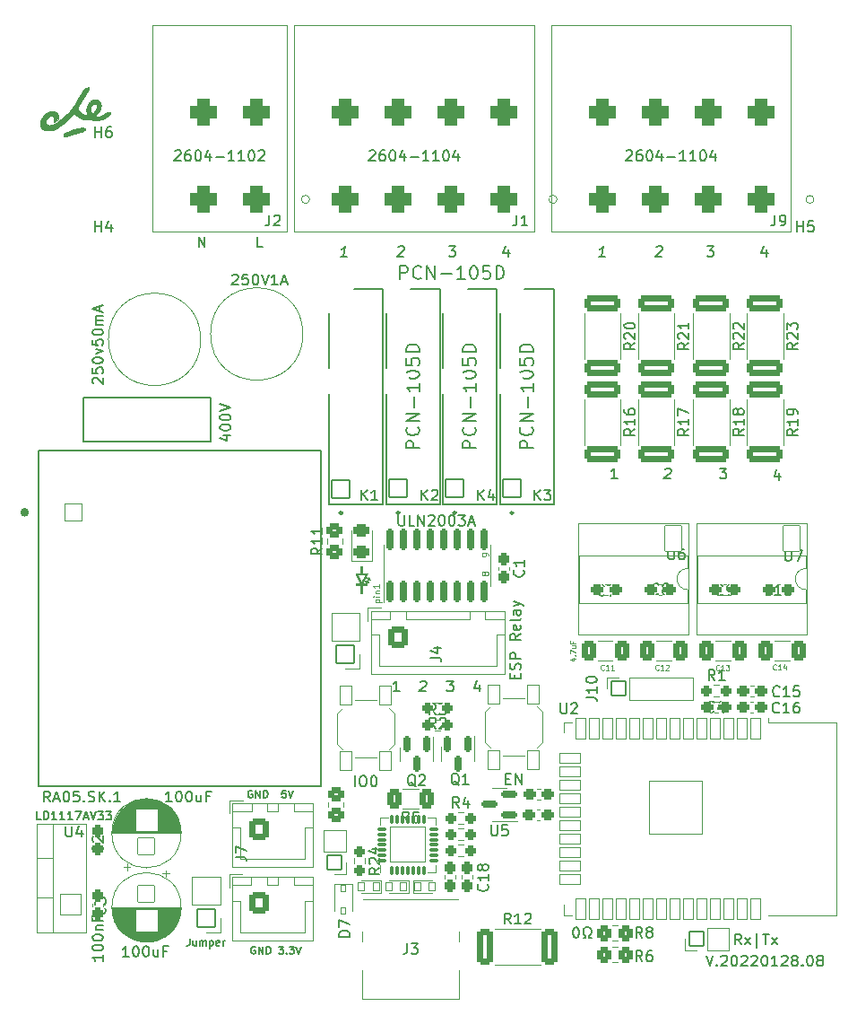
<source format=gto>
G04 #@! TF.GenerationSoftware,KiCad,Pcbnew,(6.0.0)*
G04 #@! TF.CreationDate,2022-02-02T02:52:29+01:00*
G04 #@! TF.ProjectId,hamodule,68616d6f-6475-46c6-952e-6b696361645f,rev?*
G04 #@! TF.SameCoordinates,Original*
G04 #@! TF.FileFunction,Legend,Top*
G04 #@! TF.FilePolarity,Positive*
%FSLAX46Y46*%
G04 Gerber Fmt 4.6, Leading zero omitted, Abs format (unit mm)*
G04 Created by KiCad (PCBNEW (6.0.0)) date 2022-02-02 02:52:29*
%MOMM*%
%LPD*%
G01*
G04 APERTURE LIST*
G04 Aperture macros list*
%AMRoundRect*
0 Rectangle with rounded corners*
0 $1 Rounding radius*
0 $2 $3 $4 $5 $6 $7 $8 $9 X,Y pos of 4 corners*
0 Add a 4 corners polygon primitive as box body*
4,1,4,$2,$3,$4,$5,$6,$7,$8,$9,$2,$3,0*
0 Add four circle primitives for the rounded corners*
1,1,$1+$1,$2,$3*
1,1,$1+$1,$4,$5*
1,1,$1+$1,$6,$7*
1,1,$1+$1,$8,$9*
0 Add four rect primitives between the rounded corners*
20,1,$1+$1,$2,$3,$4,$5,0*
20,1,$1+$1,$4,$5,$6,$7,0*
20,1,$1+$1,$6,$7,$8,$9,0*
20,1,$1+$1,$8,$9,$2,$3,0*%
G04 Aperture macros list end*
%ADD10C,0.150000*%
%ADD11C,0.125000*%
%ADD12C,0.100000*%
%ADD13C,0.120000*%
%ADD14C,0.010000*%
%ADD15C,0.250000*%
%ADD16C,0.127000*%
%ADD17C,0.400000*%
%ADD18RoundRect,0.287500X-0.237500X0.250000X-0.237500X-0.250000X0.237500X-0.250000X0.237500X0.250000X0*%
%ADD19RoundRect,0.287500X-0.250000X-0.237500X0.250000X-0.237500X0.250000X0.237500X-0.250000X0.237500X0*%
%ADD20RoundRect,0.287500X0.250000X0.237500X-0.250000X0.237500X-0.250000X-0.237500X0.250000X-0.237500X0*%
%ADD21RoundRect,0.300000X0.400000X0.625000X-0.400000X0.625000X-0.400000X-0.625000X0.400000X-0.625000X0*%
%ADD22RoundRect,0.050000X0.850000X0.850000X-0.850000X0.850000X-0.850000X-0.850000X0.850000X-0.850000X0*%
%ADD23O,1.800000X1.800000*%
%ADD24RoundRect,0.300000X-0.412500X-0.650000X0.412500X-0.650000X0.412500X0.650000X-0.412500X0.650000X0*%
%ADD25RoundRect,0.299999X-1.425001X0.450001X-1.425001X-0.450001X1.425001X-0.450001X1.425001X0.450001X0*%
%ADD26C,1.900000*%
%ADD27RoundRect,0.300000X0.450000X-0.325000X0.450000X0.325000X-0.450000X0.325000X-0.450000X-0.325000X0*%
%ADD28RoundRect,0.300000X0.450000X-0.350000X0.450000X0.350000X-0.450000X0.350000X-0.450000X-0.350000X0*%
%ADD29RoundRect,0.300000X-0.600000X-0.750000X0.600000X-0.750000X0.600000X0.750000X-0.600000X0.750000X0*%
%ADD30O,1.800000X2.100000*%
%ADD31RoundRect,0.287500X-0.237500X0.300000X-0.237500X-0.300000X0.237500X-0.300000X0.237500X0.300000X0*%
%ADD32RoundRect,0.287500X0.237500X-0.300000X0.237500X0.300000X-0.237500X0.300000X-0.237500X-0.300000X0*%
%ADD33RoundRect,0.300000X-0.600000X-0.725000X0.600000X-0.725000X0.600000X0.725000X-0.600000X0.725000X0*%
%ADD34O,1.800000X2.050000*%
%ADD35RoundRect,0.050000X1.000000X-0.952500X1.000000X0.952500X-1.000000X0.952500X-1.000000X-0.952500X0*%
%ADD36O,2.100000X2.005000*%
%ADD37RoundRect,0.050000X-0.800000X0.800000X-0.800000X-0.800000X0.800000X-0.800000X0.800000X0.800000X0*%
%ADD38C,1.700000*%
%ADD39RoundRect,0.050000X0.800000X-0.800000X0.800000X0.800000X-0.800000X0.800000X-0.800000X-0.800000X0*%
%ADD40RoundRect,0.050000X0.850000X-0.850000X0.850000X0.850000X-0.850000X0.850000X-0.850000X-0.850000X0*%
%ADD41O,2.050000X1.800000*%
%ADD42C,2.100000*%
%ADD43RoundRect,0.675000X0.625000X0.625000X-0.625000X0.625000X-0.625000X-0.625000X0.625000X-0.625000X0*%
%ADD44C,5.600000*%
%ADD45RoundRect,0.200000X0.150000X-0.825000X0.150000X0.825000X-0.150000X0.825000X-0.150000X-0.825000X0*%
%ADD46RoundRect,0.287500X-0.300000X-0.237500X0.300000X-0.237500X0.300000X0.237500X-0.300000X0.237500X0*%
%ADD47RoundRect,0.287500X0.300000X0.237500X-0.300000X0.237500X-0.300000X-0.237500X0.300000X-0.237500X0*%
%ADD48RoundRect,0.300000X0.412500X0.650000X-0.412500X0.650000X-0.412500X-0.650000X0.412500X-0.650000X0*%
%ADD49RoundRect,0.050000X-0.800000X1.200000X-0.800000X-1.200000X0.800000X-1.200000X0.800000X1.200000X0*%
%ADD50O,1.700000X2.500000*%
%ADD51RoundRect,0.200000X-0.150000X0.587500X-0.150000X-0.587500X0.150000X-0.587500X0.150000X0.587500X0*%
%ADD52RoundRect,0.050000X-0.300000X-0.350000X0.300000X-0.350000X0.300000X0.350000X-0.300000X0.350000X0*%
%ADD53RoundRect,0.050000X0.550000X-0.900000X0.550000X0.900000X-0.550000X0.900000X-0.550000X-0.900000X0*%
%ADD54RoundRect,0.050000X-0.550000X0.900000X-0.550000X-0.900000X0.550000X-0.900000X0.550000X0.900000X0*%
%ADD55RoundRect,0.050000X-0.225000X0.300000X-0.225000X-0.300000X0.225000X-0.300000X0.225000X0.300000X0*%
%ADD56RoundRect,0.050000X0.300000X0.350000X-0.300000X0.350000X-0.300000X-0.350000X0.300000X-0.350000X0*%
%ADD57RoundRect,0.050000X-2.500000X2.500000X-2.500000X-2.500000X2.500000X-2.500000X2.500000X2.500000X0*%
%ADD58RoundRect,0.050000X-0.450000X1.000000X-0.450000X-1.000000X0.450000X-1.000000X0.450000X1.000000X0*%
%ADD59RoundRect,0.050000X-1.000000X-0.450000X1.000000X-0.450000X1.000000X0.450000X-1.000000X0.450000X0*%
%ADD60RoundRect,0.050000X0.675000X-0.675000X0.675000X0.675000X-0.675000X0.675000X-0.675000X-0.675000X0*%
%ADD61O,1.450000X1.450000*%
%ADD62RoundRect,0.200000X0.587500X0.150000X-0.587500X0.150000X-0.587500X-0.150000X0.587500X-0.150000X0*%
%ADD63RoundRect,0.300000X0.350000X0.450000X-0.350000X0.450000X-0.350000X-0.450000X0.350000X-0.450000X0*%
%ADD64RoundRect,0.112500X0.062500X-0.337500X0.062500X0.337500X-0.062500X0.337500X-0.062500X-0.337500X0*%
%ADD65RoundRect,0.112500X0.337500X-0.062500X0.337500X0.062500X-0.337500X0.062500X-0.337500X-0.062500X0*%
%ADD66RoundRect,0.050000X1.675000X-1.675000X1.675000X1.675000X-1.675000X1.675000X-1.675000X-1.675000X0*%
%ADD67RoundRect,0.050000X0.675000X0.675000X-0.675000X0.675000X-0.675000X-0.675000X0.675000X-0.675000X0*%
%ADD68C,0.800000*%
%ADD69O,1.000000X2.500000*%
%ADD70O,1.000000X1.800000*%
%ADD71RoundRect,0.300000X-0.450000X0.350000X-0.450000X-0.350000X0.450000X-0.350000X0.450000X0.350000X0*%
%ADD72RoundRect,0.299999X-0.450001X-1.425001X0.450001X-1.425001X0.450001X1.425001X-0.450001X1.425001X0*%
%ADD73C,2.700000*%
%ADD74RoundRect,0.050000X-0.825000X-0.825000X0.825000X-0.825000X0.825000X0.825000X-0.825000X0.825000X0*%
%ADD75C,1.750000*%
G04 APERTURE END LIST*
D10*
X196087976Y-104878214D02*
X196087976Y-105544880D01*
X195849880Y-104497261D02*
X195611785Y-105211547D01*
X196230833Y-105211547D01*
X185343208Y-104513119D02*
X185396779Y-104465500D01*
X185497970Y-104417880D01*
X185736065Y-104417880D01*
X185825351Y-104465500D01*
X185867017Y-104513119D01*
X185902732Y-104608357D01*
X185890827Y-104703595D01*
X185825351Y-104846452D01*
X185182494Y-105417880D01*
X185801541Y-105417880D01*
X189270166Y-83462880D02*
X189889214Y-83462880D01*
X189555880Y-83843833D01*
X189698738Y-83843833D01*
X189793976Y-83891452D01*
X189841595Y-83939071D01*
X189889214Y-84034309D01*
X189889214Y-84272404D01*
X189841595Y-84367642D01*
X189793976Y-84415261D01*
X189698738Y-84462880D01*
X189413023Y-84462880D01*
X189317785Y-84415261D01*
X189270166Y-84367642D01*
X194873976Y-83796214D02*
X194873976Y-84462880D01*
X194635880Y-83415261D02*
X194397785Y-84129547D01*
X195016833Y-84129547D01*
X179634541Y-84462880D02*
X179063113Y-84462880D01*
X179348827Y-84462880D02*
X179473827Y-83462880D01*
X179360732Y-83605738D01*
X179253589Y-83700976D01*
X179152398Y-83748595D01*
X189183071Y-150391880D02*
X189516404Y-151391880D01*
X189849738Y-150391880D01*
X190183071Y-151296642D02*
X190230690Y-151344261D01*
X190183071Y-151391880D01*
X190135452Y-151344261D01*
X190183071Y-151296642D01*
X190183071Y-151391880D01*
X190611642Y-150487119D02*
X190659261Y-150439500D01*
X190754500Y-150391880D01*
X190992595Y-150391880D01*
X191087833Y-150439500D01*
X191135452Y-150487119D01*
X191183071Y-150582357D01*
X191183071Y-150677595D01*
X191135452Y-150820452D01*
X190564023Y-151391880D01*
X191183071Y-151391880D01*
X191802119Y-150391880D02*
X191897357Y-150391880D01*
X191992595Y-150439500D01*
X192040214Y-150487119D01*
X192087833Y-150582357D01*
X192135452Y-150772833D01*
X192135452Y-151010928D01*
X192087833Y-151201404D01*
X192040214Y-151296642D01*
X191992595Y-151344261D01*
X191897357Y-151391880D01*
X191802119Y-151391880D01*
X191706880Y-151344261D01*
X191659261Y-151296642D01*
X191611642Y-151201404D01*
X191564023Y-151010928D01*
X191564023Y-150772833D01*
X191611642Y-150582357D01*
X191659261Y-150487119D01*
X191706880Y-150439500D01*
X191802119Y-150391880D01*
X192516404Y-150487119D02*
X192564023Y-150439500D01*
X192659261Y-150391880D01*
X192897357Y-150391880D01*
X192992595Y-150439500D01*
X193040214Y-150487119D01*
X193087833Y-150582357D01*
X193087833Y-150677595D01*
X193040214Y-150820452D01*
X192468785Y-151391880D01*
X193087833Y-151391880D01*
X193468785Y-150487119D02*
X193516404Y-150439500D01*
X193611642Y-150391880D01*
X193849738Y-150391880D01*
X193944976Y-150439500D01*
X193992595Y-150487119D01*
X194040214Y-150582357D01*
X194040214Y-150677595D01*
X193992595Y-150820452D01*
X193421166Y-151391880D01*
X194040214Y-151391880D01*
X194659261Y-150391880D02*
X194754500Y-150391880D01*
X194849738Y-150439500D01*
X194897357Y-150487119D01*
X194944976Y-150582357D01*
X194992595Y-150772833D01*
X194992595Y-151010928D01*
X194944976Y-151201404D01*
X194897357Y-151296642D01*
X194849738Y-151344261D01*
X194754500Y-151391880D01*
X194659261Y-151391880D01*
X194564023Y-151344261D01*
X194516404Y-151296642D01*
X194468785Y-151201404D01*
X194421166Y-151010928D01*
X194421166Y-150772833D01*
X194468785Y-150582357D01*
X194516404Y-150487119D01*
X194564023Y-150439500D01*
X194659261Y-150391880D01*
X195944976Y-151391880D02*
X195373547Y-151391880D01*
X195659261Y-151391880D02*
X195659261Y-150391880D01*
X195564023Y-150534738D01*
X195468785Y-150629976D01*
X195373547Y-150677595D01*
X196325928Y-150487119D02*
X196373547Y-150439500D01*
X196468785Y-150391880D01*
X196706880Y-150391880D01*
X196802119Y-150439500D01*
X196849738Y-150487119D01*
X196897357Y-150582357D01*
X196897357Y-150677595D01*
X196849738Y-150820452D01*
X196278309Y-151391880D01*
X196897357Y-151391880D01*
X197468785Y-150820452D02*
X197373547Y-150772833D01*
X197325928Y-150725214D01*
X197278309Y-150629976D01*
X197278309Y-150582357D01*
X197325928Y-150487119D01*
X197373547Y-150439500D01*
X197468785Y-150391880D01*
X197659261Y-150391880D01*
X197754500Y-150439500D01*
X197802119Y-150487119D01*
X197849738Y-150582357D01*
X197849738Y-150629976D01*
X197802119Y-150725214D01*
X197754500Y-150772833D01*
X197659261Y-150820452D01*
X197468785Y-150820452D01*
X197373547Y-150868071D01*
X197325928Y-150915690D01*
X197278309Y-151010928D01*
X197278309Y-151201404D01*
X197325928Y-151296642D01*
X197373547Y-151344261D01*
X197468785Y-151391880D01*
X197659261Y-151391880D01*
X197754500Y-151344261D01*
X197802119Y-151296642D01*
X197849738Y-151201404D01*
X197849738Y-151010928D01*
X197802119Y-150915690D01*
X197754500Y-150868071D01*
X197659261Y-150820452D01*
X198278309Y-151296642D02*
X198325928Y-151344261D01*
X198278309Y-151391880D01*
X198230690Y-151344261D01*
X198278309Y-151296642D01*
X198278309Y-151391880D01*
X198944976Y-150391880D02*
X199040214Y-150391880D01*
X199135452Y-150439500D01*
X199183071Y-150487119D01*
X199230690Y-150582357D01*
X199278309Y-150772833D01*
X199278309Y-151010928D01*
X199230690Y-151201404D01*
X199183071Y-151296642D01*
X199135452Y-151344261D01*
X199040214Y-151391880D01*
X198944976Y-151391880D01*
X198849738Y-151344261D01*
X198802119Y-151296642D01*
X198754500Y-151201404D01*
X198706880Y-151010928D01*
X198706880Y-150772833D01*
X198754500Y-150582357D01*
X198802119Y-150487119D01*
X198849738Y-150439500D01*
X198944976Y-150391880D01*
X199849738Y-150820452D02*
X199754500Y-150772833D01*
X199706880Y-150725214D01*
X199659261Y-150629976D01*
X199659261Y-150582357D01*
X199706880Y-150487119D01*
X199754500Y-150439500D01*
X199849738Y-150391880D01*
X200040214Y-150391880D01*
X200135452Y-150439500D01*
X200183071Y-150487119D01*
X200230690Y-150582357D01*
X200230690Y-150629976D01*
X200183071Y-150725214D01*
X200135452Y-150772833D01*
X200040214Y-150820452D01*
X199849738Y-150820452D01*
X199754500Y-150868071D01*
X199706880Y-150915690D01*
X199659261Y-151010928D01*
X199659261Y-151201404D01*
X199706880Y-151296642D01*
X199754500Y-151344261D01*
X199849738Y-151391880D01*
X200040214Y-151391880D01*
X200135452Y-151344261D01*
X200183071Y-151296642D01*
X200230690Y-151201404D01*
X200230690Y-151010928D01*
X200183071Y-150915690D01*
X200135452Y-150868071D01*
X200040214Y-150820452D01*
X184510208Y-83558119D02*
X184563779Y-83510500D01*
X184664970Y-83462880D01*
X184903065Y-83462880D01*
X184992351Y-83510500D01*
X185034017Y-83558119D01*
X185069732Y-83653357D01*
X185057827Y-83748595D01*
X184992351Y-83891452D01*
X184349494Y-84462880D01*
X184968541Y-84462880D01*
X126352690Y-137585404D02*
X125971738Y-137585404D01*
X125971738Y-136785404D01*
X126619357Y-137585404D02*
X126619357Y-136785404D01*
X126809833Y-136785404D01*
X126924119Y-136823500D01*
X127000309Y-136899690D01*
X127038404Y-136975880D01*
X127076500Y-137128261D01*
X127076500Y-137242547D01*
X127038404Y-137394928D01*
X127000309Y-137471119D01*
X126924119Y-137547309D01*
X126809833Y-137585404D01*
X126619357Y-137585404D01*
X127838404Y-137585404D02*
X127381261Y-137585404D01*
X127609833Y-137585404D02*
X127609833Y-136785404D01*
X127533642Y-136899690D01*
X127457452Y-136975880D01*
X127381261Y-137013976D01*
X128600309Y-137585404D02*
X128143166Y-137585404D01*
X128371738Y-137585404D02*
X128371738Y-136785404D01*
X128295547Y-136899690D01*
X128219357Y-136975880D01*
X128143166Y-137013976D01*
X129362214Y-137585404D02*
X128905071Y-137585404D01*
X129133642Y-137585404D02*
X129133642Y-136785404D01*
X129057452Y-136899690D01*
X128981261Y-136975880D01*
X128905071Y-137013976D01*
X129628880Y-136785404D02*
X130162214Y-136785404D01*
X129819357Y-137585404D01*
X130428880Y-137356833D02*
X130809833Y-137356833D01*
X130352690Y-137585404D02*
X130619357Y-136785404D01*
X130886023Y-137585404D01*
X131038404Y-136785404D02*
X131305071Y-137585404D01*
X131571738Y-136785404D01*
X131762214Y-136785404D02*
X132257452Y-136785404D01*
X131990785Y-137090166D01*
X132105071Y-137090166D01*
X132181261Y-137128261D01*
X132219357Y-137166357D01*
X132257452Y-137242547D01*
X132257452Y-137433023D01*
X132219357Y-137509214D01*
X132181261Y-137547309D01*
X132105071Y-137585404D01*
X131876500Y-137585404D01*
X131800309Y-137547309D01*
X131762214Y-137509214D01*
X132524119Y-136785404D02*
X133019357Y-136785404D01*
X132752690Y-137090166D01*
X132866976Y-137090166D01*
X132943166Y-137128261D01*
X132981261Y-137166357D01*
X133019357Y-137242547D01*
X133019357Y-137433023D01*
X132981261Y-137509214D01*
X132943166Y-137547309D01*
X132866976Y-137585404D01*
X132638404Y-137585404D01*
X132562214Y-137547309D01*
X132524119Y-137509214D01*
X141269476Y-83573880D02*
X141269476Y-82573880D01*
X141840904Y-83573880D01*
X141840904Y-82573880D01*
X147306285Y-83573880D02*
X146830095Y-83573880D01*
X146830095Y-82573880D01*
X146318500Y-134841500D02*
X146251833Y-134808166D01*
X146151833Y-134808166D01*
X146051833Y-134841500D01*
X145985166Y-134908166D01*
X145951833Y-134974833D01*
X145918500Y-135108166D01*
X145918500Y-135208166D01*
X145951833Y-135341500D01*
X145985166Y-135408166D01*
X146051833Y-135474833D01*
X146151833Y-135508166D01*
X146218500Y-135508166D01*
X146318500Y-135474833D01*
X146351833Y-135441500D01*
X146351833Y-135208166D01*
X146218500Y-135208166D01*
X146651833Y-135508166D02*
X146651833Y-134808166D01*
X147051833Y-135508166D01*
X147051833Y-134808166D01*
X147385166Y-135508166D02*
X147385166Y-134808166D01*
X147551833Y-134808166D01*
X147651833Y-134841500D01*
X147718500Y-134908166D01*
X147751833Y-134974833D01*
X147785166Y-135108166D01*
X147785166Y-135208166D01*
X147751833Y-135341500D01*
X147718500Y-135408166D01*
X147651833Y-135474833D01*
X147551833Y-135508166D01*
X147385166Y-135508166D01*
X149485166Y-134808166D02*
X149151833Y-134808166D01*
X149118500Y-135141500D01*
X149151833Y-135108166D01*
X149218500Y-135074833D01*
X149385166Y-135074833D01*
X149451833Y-135108166D01*
X149485166Y-135141500D01*
X149518500Y-135208166D01*
X149518500Y-135374833D01*
X149485166Y-135441500D01*
X149451833Y-135474833D01*
X149385166Y-135508166D01*
X149218500Y-135508166D01*
X149151833Y-135474833D01*
X149118500Y-135441500D01*
X149718500Y-134808166D02*
X149951833Y-135508166D01*
X150185166Y-134808166D01*
X167766976Y-124817214D02*
X167766976Y-125483880D01*
X167528880Y-124436261D02*
X167290785Y-125150547D01*
X167909833Y-125150547D01*
X171124571Y-124245238D02*
X171124571Y-123911904D01*
X171648380Y-123769047D02*
X171648380Y-124245238D01*
X170648380Y-124245238D01*
X170648380Y-123769047D01*
X171600761Y-123388095D02*
X171648380Y-123245238D01*
X171648380Y-123007142D01*
X171600761Y-122911904D01*
X171553142Y-122864285D01*
X171457904Y-122816666D01*
X171362666Y-122816666D01*
X171267428Y-122864285D01*
X171219809Y-122911904D01*
X171172190Y-123007142D01*
X171124571Y-123197619D01*
X171076952Y-123292857D01*
X171029333Y-123340476D01*
X170934095Y-123388095D01*
X170838857Y-123388095D01*
X170743619Y-123340476D01*
X170696000Y-123292857D01*
X170648380Y-123197619D01*
X170648380Y-122959523D01*
X170696000Y-122816666D01*
X171648380Y-122388095D02*
X170648380Y-122388095D01*
X170648380Y-122007142D01*
X170696000Y-121911904D01*
X170743619Y-121864285D01*
X170838857Y-121816666D01*
X170981714Y-121816666D01*
X171076952Y-121864285D01*
X171124571Y-121911904D01*
X171172190Y-122007142D01*
X171172190Y-122388095D01*
X171648380Y-120054761D02*
X171172190Y-120388095D01*
X171648380Y-120626190D02*
X170648380Y-120626190D01*
X170648380Y-120245238D01*
X170696000Y-120150000D01*
X170743619Y-120102380D01*
X170838857Y-120054761D01*
X170981714Y-120054761D01*
X171076952Y-120102380D01*
X171124571Y-120150000D01*
X171172190Y-120245238D01*
X171172190Y-120626190D01*
X171600761Y-119245238D02*
X171648380Y-119340476D01*
X171648380Y-119530952D01*
X171600761Y-119626190D01*
X171505523Y-119673809D01*
X171124571Y-119673809D01*
X171029333Y-119626190D01*
X170981714Y-119530952D01*
X170981714Y-119340476D01*
X171029333Y-119245238D01*
X171124571Y-119197619D01*
X171219809Y-119197619D01*
X171315047Y-119673809D01*
X171648380Y-118626190D02*
X171600761Y-118721428D01*
X171505523Y-118769047D01*
X170648380Y-118769047D01*
X171648380Y-117816666D02*
X171124571Y-117816666D01*
X171029333Y-117864285D01*
X170981714Y-117959523D01*
X170981714Y-118150000D01*
X171029333Y-118245238D01*
X171600761Y-117816666D02*
X171648380Y-117911904D01*
X171648380Y-118150000D01*
X171600761Y-118245238D01*
X171505523Y-118292857D01*
X171410285Y-118292857D01*
X171315047Y-118245238D01*
X171267428Y-118150000D01*
X171267428Y-117911904D01*
X171219809Y-117816666D01*
X170981714Y-117435714D02*
X171648380Y-117197619D01*
X170981714Y-116959523D02*
X171648380Y-117197619D01*
X171886476Y-117292857D01*
X171934095Y-117340476D01*
X171981714Y-117435714D01*
X190484166Y-104417880D02*
X191103214Y-104417880D01*
X190769880Y-104798833D01*
X190912738Y-104798833D01*
X191007976Y-104846452D01*
X191055595Y-104894071D01*
X191103214Y-104989309D01*
X191103214Y-105227404D01*
X191055595Y-105322642D01*
X191007976Y-105370261D01*
X190912738Y-105417880D01*
X190627023Y-105417880D01*
X190531785Y-105370261D01*
X190484166Y-105322642D01*
X180816214Y-105417880D02*
X180244785Y-105417880D01*
X180530500Y-105417880D02*
X180530500Y-104417880D01*
X180435261Y-104560738D01*
X180340023Y-104655976D01*
X180244785Y-104703595D01*
X164886166Y-83462880D02*
X165505214Y-83462880D01*
X165171880Y-83843833D01*
X165314738Y-83843833D01*
X165409976Y-83891452D01*
X165457595Y-83939071D01*
X165505214Y-84034309D01*
X165505214Y-84272404D01*
X165457595Y-84367642D01*
X165409976Y-84415261D01*
X165314738Y-84462880D01*
X165029023Y-84462880D01*
X164933785Y-84415261D01*
X164886166Y-84367642D01*
X170489976Y-83796214D02*
X170489976Y-84462880D01*
X170251880Y-83415261D02*
X170013785Y-84129547D01*
X170632833Y-84129547D01*
X160126208Y-83558119D02*
X160179779Y-83510500D01*
X160280970Y-83462880D01*
X160519065Y-83462880D01*
X160608351Y-83510500D01*
X160650017Y-83558119D01*
X160685732Y-83653357D01*
X160673827Y-83748595D01*
X160608351Y-83891452D01*
X159965494Y-84462880D01*
X160584541Y-84462880D01*
X155250541Y-84462880D02*
X154679113Y-84462880D01*
X154964827Y-84462880D02*
X155089827Y-83462880D01*
X154976732Y-83605738D01*
X154869589Y-83700976D01*
X154768398Y-83748595D01*
X162229208Y-124579119D02*
X162282779Y-124531500D01*
X162383970Y-124483880D01*
X162622065Y-124483880D01*
X162711351Y-124531500D01*
X162753017Y-124579119D01*
X162788732Y-124674357D01*
X162776827Y-124769595D01*
X162711351Y-124912452D01*
X162068494Y-125483880D01*
X162687541Y-125483880D01*
X164703166Y-124483880D02*
X165322214Y-124483880D01*
X164988880Y-124864833D01*
X165131738Y-124864833D01*
X165226976Y-124912452D01*
X165274595Y-124960071D01*
X165322214Y-125055309D01*
X165322214Y-125293404D01*
X165274595Y-125388642D01*
X165226976Y-125436261D01*
X165131738Y-125483880D01*
X164846023Y-125483880D01*
X164750785Y-125436261D01*
X164703166Y-125388642D01*
X160242214Y-125483880D02*
X159670785Y-125483880D01*
X159956500Y-125483880D02*
X159956500Y-124483880D01*
X159861261Y-124626738D01*
X159766023Y-124721976D01*
X159670785Y-124769595D01*
X158338880Y-142126357D02*
X157862690Y-142459690D01*
X158338880Y-142697785D02*
X157338880Y-142697785D01*
X157338880Y-142316833D01*
X157386500Y-142221595D01*
X157434119Y-142173976D01*
X157529357Y-142126357D01*
X157672214Y-142126357D01*
X157767452Y-142173976D01*
X157815071Y-142221595D01*
X157862690Y-142316833D01*
X157862690Y-142697785D01*
X157434119Y-141745404D02*
X157386500Y-141697785D01*
X157338880Y-141602547D01*
X157338880Y-141364452D01*
X157386500Y-141269214D01*
X157434119Y-141221595D01*
X157529357Y-141173976D01*
X157624595Y-141173976D01*
X157767452Y-141221595D01*
X158338880Y-141793023D01*
X158338880Y-141173976D01*
X157672214Y-140316833D02*
X158338880Y-140316833D01*
X157291261Y-140554928D02*
X158005547Y-140793023D01*
X158005547Y-140173976D01*
X165861333Y-136451280D02*
X165528000Y-135975090D01*
X165289904Y-136451280D02*
X165289904Y-135451280D01*
X165670857Y-135451280D01*
X165766095Y-135498900D01*
X165813714Y-135546519D01*
X165861333Y-135641757D01*
X165861333Y-135784614D01*
X165813714Y-135879852D01*
X165766095Y-135927471D01*
X165670857Y-135975090D01*
X165289904Y-135975090D01*
X166718476Y-135784614D02*
X166718476Y-136451280D01*
X166480380Y-135403661D02*
X166242285Y-136117947D01*
X166861333Y-136117947D01*
X163664633Y-127660680D02*
X163331300Y-127184490D01*
X163093204Y-127660680D02*
X163093204Y-126660680D01*
X163474157Y-126660680D01*
X163569395Y-126708300D01*
X163617014Y-126755919D01*
X163664633Y-126851157D01*
X163664633Y-126994014D01*
X163617014Y-127089252D01*
X163569395Y-127136871D01*
X163474157Y-127184490D01*
X163093204Y-127184490D01*
X163997966Y-126660680D02*
X164617014Y-126660680D01*
X164283680Y-127041633D01*
X164426538Y-127041633D01*
X164521776Y-127089252D01*
X164569395Y-127136871D01*
X164617014Y-127232109D01*
X164617014Y-127470204D01*
X164569395Y-127565442D01*
X164521776Y-127613061D01*
X164426538Y-127660680D01*
X164140823Y-127660680D01*
X164045585Y-127613061D01*
X163997966Y-127565442D01*
X163662033Y-128971280D02*
X163328700Y-128495090D01*
X163090604Y-128971280D02*
X163090604Y-127971280D01*
X163471557Y-127971280D01*
X163566795Y-128018900D01*
X163614414Y-128066519D01*
X163662033Y-128161757D01*
X163662033Y-128304614D01*
X163614414Y-128399852D01*
X163566795Y-128447471D01*
X163471557Y-128495090D01*
X163090604Y-128495090D01*
X164042985Y-128066519D02*
X164090604Y-128018900D01*
X164185842Y-127971280D01*
X164423938Y-127971280D01*
X164519176Y-128018900D01*
X164566795Y-128066519D01*
X164614414Y-128161757D01*
X164614414Y-128256995D01*
X164566795Y-128399852D01*
X163995366Y-128971280D01*
X164614414Y-128971280D01*
X190001833Y-124434880D02*
X189668500Y-123958690D01*
X189430404Y-124434880D02*
X189430404Y-123434880D01*
X189811357Y-123434880D01*
X189906595Y-123482500D01*
X189954214Y-123530119D01*
X190001833Y-123625357D01*
X190001833Y-123768214D01*
X189954214Y-123863452D01*
X189906595Y-123911071D01*
X189811357Y-123958690D01*
X189430404Y-123958690D01*
X190954214Y-124434880D02*
X190382785Y-124434880D01*
X190668500Y-124434880D02*
X190668500Y-123434880D01*
X190573261Y-123577738D01*
X190478023Y-123672976D01*
X190382785Y-123720595D01*
X161112333Y-137865880D02*
X160779000Y-137389690D01*
X160540904Y-137865880D02*
X160540904Y-136865880D01*
X160921857Y-136865880D01*
X161017095Y-136913500D01*
X161064714Y-136961119D01*
X161112333Y-137056357D01*
X161112333Y-137199214D01*
X161064714Y-137294452D01*
X161017095Y-137342071D01*
X160921857Y-137389690D01*
X160540904Y-137389690D01*
X162017095Y-136865880D02*
X161540904Y-136865880D01*
X161493285Y-137342071D01*
X161540904Y-137294452D01*
X161636142Y-137246833D01*
X161874238Y-137246833D01*
X161969476Y-137294452D01*
X162017095Y-137342071D01*
X162064714Y-137437309D01*
X162064714Y-137675404D01*
X162017095Y-137770642D01*
X161969476Y-137818261D01*
X161874238Y-137865880D01*
X161636142Y-137865880D01*
X161540904Y-137818261D01*
X161493285Y-137770642D01*
X140405833Y-148778166D02*
X140405833Y-149278166D01*
X140372500Y-149378166D01*
X140305833Y-149444833D01*
X140205833Y-149478166D01*
X140139166Y-149478166D01*
X141039166Y-149011500D02*
X141039166Y-149478166D01*
X140739166Y-149011500D02*
X140739166Y-149378166D01*
X140772500Y-149444833D01*
X140839166Y-149478166D01*
X140939166Y-149478166D01*
X141005833Y-149444833D01*
X141039166Y-149411500D01*
X141372500Y-149478166D02*
X141372500Y-149011500D01*
X141372500Y-149078166D02*
X141405833Y-149044833D01*
X141472500Y-149011500D01*
X141572500Y-149011500D01*
X141639166Y-149044833D01*
X141672500Y-149111500D01*
X141672500Y-149478166D01*
X141672500Y-149111500D02*
X141705833Y-149044833D01*
X141772500Y-149011500D01*
X141872500Y-149011500D01*
X141939166Y-149044833D01*
X141972500Y-149111500D01*
X141972500Y-149478166D01*
X142305833Y-149011500D02*
X142305833Y-149711500D01*
X142305833Y-149044833D02*
X142372500Y-149011500D01*
X142505833Y-149011500D01*
X142572500Y-149044833D01*
X142605833Y-149078166D01*
X142639166Y-149144833D01*
X142639166Y-149344833D01*
X142605833Y-149411500D01*
X142572500Y-149444833D01*
X142505833Y-149478166D01*
X142372500Y-149478166D01*
X142305833Y-149444833D01*
X143205833Y-149444833D02*
X143139166Y-149478166D01*
X143005833Y-149478166D01*
X142939166Y-149444833D01*
X142905833Y-149378166D01*
X142905833Y-149111500D01*
X142939166Y-149044833D01*
X143005833Y-149011500D01*
X143139166Y-149011500D01*
X143205833Y-149044833D01*
X143239166Y-149111500D01*
X143239166Y-149178166D01*
X142905833Y-149244833D01*
X143539166Y-149478166D02*
X143539166Y-149011500D01*
X143539166Y-149144833D02*
X143572500Y-149078166D01*
X143605833Y-149044833D01*
X143672500Y-149011500D01*
X143739166Y-149011500D01*
D11*
X184704871Y-123406671D02*
X184681061Y-123430480D01*
X184609633Y-123454290D01*
X184562014Y-123454290D01*
X184490585Y-123430480D01*
X184442966Y-123382861D01*
X184419157Y-123335242D01*
X184395347Y-123240004D01*
X184395347Y-123168576D01*
X184419157Y-123073338D01*
X184442966Y-123025719D01*
X184490585Y-122978100D01*
X184562014Y-122954290D01*
X184609633Y-122954290D01*
X184681061Y-122978100D01*
X184704871Y-123001909D01*
X185181061Y-123454290D02*
X184895347Y-123454290D01*
X185038204Y-123454290D02*
X185038204Y-122954290D01*
X184990585Y-123025719D01*
X184942966Y-123073338D01*
X184895347Y-123097147D01*
X185371538Y-123001909D02*
X185395347Y-122978100D01*
X185442966Y-122954290D01*
X185562014Y-122954290D01*
X185609633Y-122978100D01*
X185633442Y-123001909D01*
X185657252Y-123049528D01*
X185657252Y-123097147D01*
X185633442Y-123168576D01*
X185347728Y-123454290D01*
X185657252Y-123454290D01*
D10*
X182459880Y-92593857D02*
X181983690Y-92927190D01*
X182459880Y-93165285D02*
X181459880Y-93165285D01*
X181459880Y-92784333D01*
X181507500Y-92689095D01*
X181555119Y-92641476D01*
X181650357Y-92593857D01*
X181793214Y-92593857D01*
X181888452Y-92641476D01*
X181936071Y-92689095D01*
X181983690Y-92784333D01*
X181983690Y-93165285D01*
X181555119Y-92212904D02*
X181507500Y-92165285D01*
X181459880Y-92070047D01*
X181459880Y-91831952D01*
X181507500Y-91736714D01*
X181555119Y-91689095D01*
X181650357Y-91641476D01*
X181745595Y-91641476D01*
X181888452Y-91689095D01*
X182459880Y-92260523D01*
X182459880Y-91641476D01*
X181459880Y-91022428D02*
X181459880Y-90927190D01*
X181507500Y-90831952D01*
X181555119Y-90784333D01*
X181650357Y-90736714D01*
X181840833Y-90689095D01*
X182078928Y-90689095D01*
X182269404Y-90736714D01*
X182364642Y-90784333D01*
X182412261Y-90831952D01*
X182459880Y-90927190D01*
X182459880Y-91022428D01*
X182412261Y-91117666D01*
X182364642Y-91165285D01*
X182269404Y-91212904D01*
X182078928Y-91260523D01*
X181840833Y-91260523D01*
X181650357Y-91212904D01*
X181555119Y-91165285D01*
X181507500Y-91117666D01*
X181459880Y-91022428D01*
X187539880Y-92593857D02*
X187063690Y-92927190D01*
X187539880Y-93165285D02*
X186539880Y-93165285D01*
X186539880Y-92784333D01*
X186587500Y-92689095D01*
X186635119Y-92641476D01*
X186730357Y-92593857D01*
X186873214Y-92593857D01*
X186968452Y-92641476D01*
X187016071Y-92689095D01*
X187063690Y-92784333D01*
X187063690Y-93165285D01*
X186635119Y-92212904D02*
X186587500Y-92165285D01*
X186539880Y-92070047D01*
X186539880Y-91831952D01*
X186587500Y-91736714D01*
X186635119Y-91689095D01*
X186730357Y-91641476D01*
X186825595Y-91641476D01*
X186968452Y-91689095D01*
X187539880Y-92260523D01*
X187539880Y-91641476D01*
X187539880Y-90689095D02*
X187539880Y-91260523D01*
X187539880Y-90974809D02*
X186539880Y-90974809D01*
X186682738Y-91070047D01*
X186777976Y-91165285D01*
X186825595Y-91260523D01*
X143606214Y-101329976D02*
X144272880Y-101329976D01*
X143225261Y-101568071D02*
X143939547Y-101806166D01*
X143939547Y-101187119D01*
X143272880Y-100615690D02*
X143272880Y-100520452D01*
X143320500Y-100425214D01*
X143368119Y-100377595D01*
X143463357Y-100329976D01*
X143653833Y-100282357D01*
X143891928Y-100282357D01*
X144082404Y-100329976D01*
X144177642Y-100377595D01*
X144225261Y-100425214D01*
X144272880Y-100520452D01*
X144272880Y-100615690D01*
X144225261Y-100710928D01*
X144177642Y-100758547D01*
X144082404Y-100806166D01*
X143891928Y-100853785D01*
X143653833Y-100853785D01*
X143463357Y-100806166D01*
X143368119Y-100758547D01*
X143320500Y-100710928D01*
X143272880Y-100615690D01*
X143272880Y-99663309D02*
X143272880Y-99568071D01*
X143320500Y-99472833D01*
X143368119Y-99425214D01*
X143463357Y-99377595D01*
X143653833Y-99329976D01*
X143891928Y-99329976D01*
X144082404Y-99377595D01*
X144177642Y-99425214D01*
X144225261Y-99472833D01*
X144272880Y-99568071D01*
X144272880Y-99663309D01*
X144225261Y-99758547D01*
X144177642Y-99806166D01*
X144082404Y-99853785D01*
X143891928Y-99901404D01*
X143653833Y-99901404D01*
X143463357Y-99853785D01*
X143368119Y-99806166D01*
X143320500Y-99758547D01*
X143272880Y-99663309D01*
X143272880Y-99044261D02*
X144272880Y-98710928D01*
X143272880Y-98377595D01*
X187539880Y-100703857D02*
X187063690Y-101037190D01*
X187539880Y-101275285D02*
X186539880Y-101275285D01*
X186539880Y-100894333D01*
X186587500Y-100799095D01*
X186635119Y-100751476D01*
X186730357Y-100703857D01*
X186873214Y-100703857D01*
X186968452Y-100751476D01*
X187016071Y-100799095D01*
X187063690Y-100894333D01*
X187063690Y-101275285D01*
X187539880Y-99751476D02*
X187539880Y-100322904D01*
X187539880Y-100037190D02*
X186539880Y-100037190D01*
X186682738Y-100132428D01*
X186777976Y-100227666D01*
X186825595Y-100322904D01*
X186539880Y-99418142D02*
X186539880Y-98751476D01*
X187539880Y-99180047D01*
X182459880Y-100703857D02*
X181983690Y-101037190D01*
X182459880Y-101275285D02*
X181459880Y-101275285D01*
X181459880Y-100894333D01*
X181507500Y-100799095D01*
X181555119Y-100751476D01*
X181650357Y-100703857D01*
X181793214Y-100703857D01*
X181888452Y-100751476D01*
X181936071Y-100799095D01*
X181983690Y-100894333D01*
X181983690Y-101275285D01*
X182459880Y-99751476D02*
X182459880Y-100322904D01*
X182459880Y-100037190D02*
X181459880Y-100037190D01*
X181602738Y-100132428D01*
X181697976Y-100227666D01*
X181745595Y-100322904D01*
X181459880Y-98894333D02*
X181459880Y-99084809D01*
X181507500Y-99180047D01*
X181555119Y-99227666D01*
X181697976Y-99322904D01*
X181888452Y-99370523D01*
X182269404Y-99370523D01*
X182364642Y-99322904D01*
X182412261Y-99275285D01*
X182459880Y-99180047D01*
X182459880Y-98989571D01*
X182412261Y-98894333D01*
X182364642Y-98846714D01*
X182269404Y-98799095D01*
X182031309Y-98799095D01*
X181936071Y-98846714D01*
X181888452Y-98894333D01*
X181840833Y-98989571D01*
X181840833Y-99180047D01*
X181888452Y-99275285D01*
X181936071Y-99322904D01*
X182031309Y-99370523D01*
X152916880Y-111958357D02*
X152440690Y-112291690D01*
X152916880Y-112529785D02*
X151916880Y-112529785D01*
X151916880Y-112148833D01*
X151964500Y-112053595D01*
X152012119Y-112005976D01*
X152107357Y-111958357D01*
X152250214Y-111958357D01*
X152345452Y-112005976D01*
X152393071Y-112053595D01*
X152440690Y-112148833D01*
X152440690Y-112529785D01*
X152916880Y-111005976D02*
X152916880Y-111577404D01*
X152916880Y-111291690D02*
X151916880Y-111291690D01*
X152059738Y-111386928D01*
X152154976Y-111482166D01*
X152202595Y-111577404D01*
X152916880Y-110053595D02*
X152916880Y-110625023D01*
X152916880Y-110339309D02*
X151916880Y-110339309D01*
X152059738Y-110434547D01*
X152154976Y-110529785D01*
X152202595Y-110625023D01*
X144781660Y-141100133D02*
X145495946Y-141100133D01*
X145638803Y-141147752D01*
X145734041Y-141242990D01*
X145781660Y-141385847D01*
X145781660Y-141481085D01*
X144781660Y-140719180D02*
X144781660Y-140052514D01*
X145781660Y-140481085D01*
X132373642Y-145899166D02*
X132421261Y-145946785D01*
X132468880Y-146089642D01*
X132468880Y-146184880D01*
X132421261Y-146327738D01*
X132326023Y-146422976D01*
X132230785Y-146470595D01*
X132040309Y-146518214D01*
X131897452Y-146518214D01*
X131706976Y-146470595D01*
X131611738Y-146422976D01*
X131516500Y-146327738D01*
X131468880Y-146184880D01*
X131468880Y-146089642D01*
X131516500Y-145946785D01*
X131564119Y-145899166D01*
X131468880Y-145565833D02*
X131468880Y-144946785D01*
X131849833Y-145280119D01*
X131849833Y-145137261D01*
X131897452Y-145042023D01*
X131945071Y-144994404D01*
X132040309Y-144946785D01*
X132278404Y-144946785D01*
X132373642Y-144994404D01*
X132421261Y-145042023D01*
X132468880Y-145137261D01*
X132468880Y-145422976D01*
X132421261Y-145518214D01*
X132373642Y-145565833D01*
X132214880Y-150328119D02*
X132214880Y-150899547D01*
X132214880Y-150613833D02*
X131214880Y-150613833D01*
X131357738Y-150709071D01*
X131452976Y-150804309D01*
X131500595Y-150899547D01*
X131214880Y-149709071D02*
X131214880Y-149613833D01*
X131262500Y-149518595D01*
X131310119Y-149470976D01*
X131405357Y-149423357D01*
X131595833Y-149375738D01*
X131833928Y-149375738D01*
X132024404Y-149423357D01*
X132119642Y-149470976D01*
X132167261Y-149518595D01*
X132214880Y-149613833D01*
X132214880Y-149709071D01*
X132167261Y-149804309D01*
X132119642Y-149851928D01*
X132024404Y-149899547D01*
X131833928Y-149947166D01*
X131595833Y-149947166D01*
X131405357Y-149899547D01*
X131310119Y-149851928D01*
X131262500Y-149804309D01*
X131214880Y-149709071D01*
X131214880Y-148756690D02*
X131214880Y-148661452D01*
X131262500Y-148566214D01*
X131310119Y-148518595D01*
X131405357Y-148470976D01*
X131595833Y-148423357D01*
X131833928Y-148423357D01*
X132024404Y-148470976D01*
X132119642Y-148518595D01*
X132167261Y-148566214D01*
X132214880Y-148661452D01*
X132214880Y-148756690D01*
X132167261Y-148851928D01*
X132119642Y-148899547D01*
X132024404Y-148947166D01*
X131833928Y-148994785D01*
X131595833Y-148994785D01*
X131405357Y-148947166D01*
X131310119Y-148899547D01*
X131262500Y-148851928D01*
X131214880Y-148756690D01*
X131548214Y-147994785D02*
X132214880Y-147994785D01*
X131643452Y-147994785D02*
X131595833Y-147947166D01*
X131548214Y-147851928D01*
X131548214Y-147709071D01*
X131595833Y-147613833D01*
X131691071Y-147566214D01*
X132214880Y-147566214D01*
X131691071Y-146756690D02*
X131691071Y-147090023D01*
X132214880Y-147090023D02*
X131214880Y-147090023D01*
X131214880Y-146613833D01*
X132119642Y-140057166D02*
X132167261Y-140104785D01*
X132214880Y-140247642D01*
X132214880Y-140342880D01*
X132167261Y-140485738D01*
X132072023Y-140580976D01*
X131976785Y-140628595D01*
X131786309Y-140676214D01*
X131643452Y-140676214D01*
X131452976Y-140628595D01*
X131357738Y-140580976D01*
X131262500Y-140485738D01*
X131214880Y-140342880D01*
X131214880Y-140247642D01*
X131262500Y-140104785D01*
X131310119Y-140057166D01*
X131310119Y-139676214D02*
X131262500Y-139628595D01*
X131214880Y-139533357D01*
X131214880Y-139295261D01*
X131262500Y-139200023D01*
X131310119Y-139152404D01*
X131405357Y-139104785D01*
X131500595Y-139104785D01*
X131643452Y-139152404D01*
X132214880Y-139723833D01*
X132214880Y-139104785D01*
X163161080Y-122291433D02*
X163875366Y-122291433D01*
X164018223Y-122339052D01*
X164113461Y-122434290D01*
X164161080Y-122577147D01*
X164161080Y-122672385D01*
X163494414Y-121386671D02*
X164161080Y-121386671D01*
X163113461Y-121624766D02*
X163827747Y-121862861D01*
X163827747Y-121243814D01*
X171903642Y-114031166D02*
X171951261Y-114078785D01*
X171998880Y-114221642D01*
X171998880Y-114316880D01*
X171951261Y-114459738D01*
X171856023Y-114554976D01*
X171760785Y-114602595D01*
X171570309Y-114650214D01*
X171427452Y-114650214D01*
X171236976Y-114602595D01*
X171141738Y-114554976D01*
X171046500Y-114459738D01*
X170998880Y-114316880D01*
X170998880Y-114221642D01*
X171046500Y-114078785D01*
X171094119Y-114031166D01*
X171998880Y-113078785D02*
X171998880Y-113650214D01*
X171998880Y-113364500D02*
X170998880Y-113364500D01*
X171141738Y-113459738D01*
X171236976Y-113554976D01*
X171284595Y-113650214D01*
X128714595Y-138199880D02*
X128714595Y-139009404D01*
X128762214Y-139104642D01*
X128809833Y-139152261D01*
X128905071Y-139199880D01*
X129095547Y-139199880D01*
X129190785Y-139152261D01*
X129238404Y-139104642D01*
X129286023Y-139009404D01*
X129286023Y-138199880D01*
X130190785Y-138533214D02*
X130190785Y-139199880D01*
X129952690Y-138152261D02*
X129714595Y-138866547D01*
X130333642Y-138866547D01*
X134659880Y-150502880D02*
X134088452Y-150502880D01*
X134374166Y-150502880D02*
X134374166Y-149502880D01*
X134278928Y-149645738D01*
X134183690Y-149740976D01*
X134088452Y-149788595D01*
X135278928Y-149502880D02*
X135374166Y-149502880D01*
X135469404Y-149550500D01*
X135517023Y-149598119D01*
X135564642Y-149693357D01*
X135612261Y-149883833D01*
X135612261Y-150121928D01*
X135564642Y-150312404D01*
X135517023Y-150407642D01*
X135469404Y-150455261D01*
X135374166Y-150502880D01*
X135278928Y-150502880D01*
X135183690Y-150455261D01*
X135136071Y-150407642D01*
X135088452Y-150312404D01*
X135040833Y-150121928D01*
X135040833Y-149883833D01*
X135088452Y-149693357D01*
X135136071Y-149598119D01*
X135183690Y-149550500D01*
X135278928Y-149502880D01*
X136231309Y-149502880D02*
X136326547Y-149502880D01*
X136421785Y-149550500D01*
X136469404Y-149598119D01*
X136517023Y-149693357D01*
X136564642Y-149883833D01*
X136564642Y-150121928D01*
X136517023Y-150312404D01*
X136469404Y-150407642D01*
X136421785Y-150455261D01*
X136326547Y-150502880D01*
X136231309Y-150502880D01*
X136136071Y-150455261D01*
X136088452Y-150407642D01*
X136040833Y-150312404D01*
X135993214Y-150121928D01*
X135993214Y-149883833D01*
X136040833Y-149693357D01*
X136088452Y-149598119D01*
X136136071Y-149550500D01*
X136231309Y-149502880D01*
X137421785Y-149836214D02*
X137421785Y-150502880D01*
X136993214Y-149836214D02*
X136993214Y-150360023D01*
X137040833Y-150455261D01*
X137136071Y-150502880D01*
X137278928Y-150502880D01*
X137374166Y-150455261D01*
X137421785Y-150407642D01*
X138231309Y-149979071D02*
X137897976Y-149979071D01*
X137897976Y-150502880D02*
X137897976Y-149502880D01*
X138374166Y-149502880D01*
X138723880Y-135897880D02*
X138152452Y-135897880D01*
X138438166Y-135897880D02*
X138438166Y-134897880D01*
X138342928Y-135040738D01*
X138247690Y-135135976D01*
X138152452Y-135183595D01*
X139342928Y-134897880D02*
X139438166Y-134897880D01*
X139533404Y-134945500D01*
X139581023Y-134993119D01*
X139628642Y-135088357D01*
X139676261Y-135278833D01*
X139676261Y-135516928D01*
X139628642Y-135707404D01*
X139581023Y-135802642D01*
X139533404Y-135850261D01*
X139438166Y-135897880D01*
X139342928Y-135897880D01*
X139247690Y-135850261D01*
X139200071Y-135802642D01*
X139152452Y-135707404D01*
X139104833Y-135516928D01*
X139104833Y-135278833D01*
X139152452Y-135088357D01*
X139200071Y-134993119D01*
X139247690Y-134945500D01*
X139342928Y-134897880D01*
X140295309Y-134897880D02*
X140390547Y-134897880D01*
X140485785Y-134945500D01*
X140533404Y-134993119D01*
X140581023Y-135088357D01*
X140628642Y-135278833D01*
X140628642Y-135516928D01*
X140581023Y-135707404D01*
X140533404Y-135802642D01*
X140485785Y-135850261D01*
X140390547Y-135897880D01*
X140295309Y-135897880D01*
X140200071Y-135850261D01*
X140152452Y-135802642D01*
X140104833Y-135707404D01*
X140057214Y-135516928D01*
X140057214Y-135278833D01*
X140104833Y-135088357D01*
X140152452Y-134993119D01*
X140200071Y-134945500D01*
X140295309Y-134897880D01*
X141485785Y-135231214D02*
X141485785Y-135897880D01*
X141057214Y-135231214D02*
X141057214Y-135755023D01*
X141104833Y-135850261D01*
X141200071Y-135897880D01*
X141342928Y-135897880D01*
X141438166Y-135850261D01*
X141485785Y-135802642D01*
X142295309Y-135374071D02*
X141961976Y-135374071D01*
X141961976Y-135897880D02*
X141961976Y-134897880D01*
X142438166Y-134897880D01*
X156620714Y-107449880D02*
X156620714Y-106449880D01*
X157192142Y-107449880D02*
X156763571Y-106878452D01*
X157192142Y-106449880D02*
X156620714Y-107021309D01*
X158144523Y-107449880D02*
X157573095Y-107449880D01*
X157858809Y-107449880D02*
X157858809Y-106449880D01*
X157763571Y-106592738D01*
X157668333Y-106687976D01*
X157573095Y-106735595D01*
X160295166Y-86591623D02*
X160295166Y-85321623D01*
X160778976Y-85321623D01*
X160899928Y-85382100D01*
X160960404Y-85442576D01*
X161020880Y-85563528D01*
X161020880Y-85744957D01*
X160960404Y-85865909D01*
X160899928Y-85926385D01*
X160778976Y-85986861D01*
X160295166Y-85986861D01*
X162290880Y-86470671D02*
X162230404Y-86531147D01*
X162048976Y-86591623D01*
X161928023Y-86591623D01*
X161746595Y-86531147D01*
X161625642Y-86410195D01*
X161565166Y-86289242D01*
X161504690Y-86047338D01*
X161504690Y-85865909D01*
X161565166Y-85624004D01*
X161625642Y-85503052D01*
X161746595Y-85382100D01*
X161928023Y-85321623D01*
X162048976Y-85321623D01*
X162230404Y-85382100D01*
X162290880Y-85442576D01*
X162835166Y-86591623D02*
X162835166Y-85321623D01*
X163560880Y-86591623D01*
X163560880Y-85321623D01*
X164165642Y-86107814D02*
X165133261Y-86107814D01*
X166403261Y-86591623D02*
X165677547Y-86591623D01*
X166040404Y-86591623D02*
X166040404Y-85321623D01*
X165919452Y-85503052D01*
X165798500Y-85624004D01*
X165677547Y-85684480D01*
X167189452Y-85321623D02*
X167310404Y-85321623D01*
X167431357Y-85382100D01*
X167491833Y-85442576D01*
X167552309Y-85563528D01*
X167612785Y-85805433D01*
X167612785Y-86107814D01*
X167552309Y-86349719D01*
X167491833Y-86470671D01*
X167431357Y-86531147D01*
X167310404Y-86591623D01*
X167189452Y-86591623D01*
X167068500Y-86531147D01*
X167008023Y-86470671D01*
X166947547Y-86349719D01*
X166887071Y-86107814D01*
X166887071Y-85805433D01*
X166947547Y-85563528D01*
X167008023Y-85442576D01*
X167068500Y-85382100D01*
X167189452Y-85321623D01*
X168761833Y-85321623D02*
X168157071Y-85321623D01*
X168096595Y-85926385D01*
X168157071Y-85865909D01*
X168278023Y-85805433D01*
X168580404Y-85805433D01*
X168701357Y-85865909D01*
X168761833Y-85926385D01*
X168822309Y-86047338D01*
X168822309Y-86349719D01*
X168761833Y-86470671D01*
X168701357Y-86531147D01*
X168580404Y-86591623D01*
X168278023Y-86591623D01*
X168157071Y-86531147D01*
X168096595Y-86470671D01*
X169366595Y-86591623D02*
X169366595Y-85321623D01*
X169668976Y-85321623D01*
X169850404Y-85382100D01*
X169971357Y-85503052D01*
X170031833Y-85624004D01*
X170092309Y-85865909D01*
X170092309Y-86047338D01*
X170031833Y-86289242D01*
X169971357Y-86410195D01*
X169850404Y-86531147D01*
X169668976Y-86591623D01*
X169366595Y-86591623D01*
X162324095Y-107449880D02*
X162324095Y-106449880D01*
X162895523Y-107449880D02*
X162466952Y-106878452D01*
X162895523Y-106449880D02*
X162324095Y-107021309D01*
X163276476Y-106545119D02*
X163324095Y-106497500D01*
X163419333Y-106449880D01*
X163657428Y-106449880D01*
X163752666Y-106497500D01*
X163800285Y-106545119D01*
X163847904Y-106640357D01*
X163847904Y-106735595D01*
X163800285Y-106878452D01*
X163228857Y-107449880D01*
X163847904Y-107449880D01*
X162108023Y-102531333D02*
X160838023Y-102531333D01*
X160838023Y-102047523D01*
X160898500Y-101926571D01*
X160958976Y-101866095D01*
X161079928Y-101805619D01*
X161261357Y-101805619D01*
X161382309Y-101866095D01*
X161442785Y-101926571D01*
X161503261Y-102047523D01*
X161503261Y-102531333D01*
X161987071Y-100535619D02*
X162047547Y-100596095D01*
X162108023Y-100777523D01*
X162108023Y-100898476D01*
X162047547Y-101079904D01*
X161926595Y-101200857D01*
X161805642Y-101261333D01*
X161563738Y-101321809D01*
X161382309Y-101321809D01*
X161140404Y-101261333D01*
X161019452Y-101200857D01*
X160898500Y-101079904D01*
X160838023Y-100898476D01*
X160838023Y-100777523D01*
X160898500Y-100596095D01*
X160958976Y-100535619D01*
X162108023Y-99991333D02*
X160838023Y-99991333D01*
X162108023Y-99265619D01*
X160838023Y-99265619D01*
X161624214Y-98660857D02*
X161624214Y-97693238D01*
X162108023Y-96423238D02*
X162108023Y-97148952D01*
X162108023Y-96786095D02*
X160838023Y-96786095D01*
X161019452Y-96907047D01*
X161140404Y-97028000D01*
X161200880Y-97148952D01*
X160838023Y-95637047D02*
X160838023Y-95516095D01*
X160898500Y-95395142D01*
X160958976Y-95334666D01*
X161079928Y-95274190D01*
X161321833Y-95213714D01*
X161624214Y-95213714D01*
X161866119Y-95274190D01*
X161987071Y-95334666D01*
X162047547Y-95395142D01*
X162108023Y-95516095D01*
X162108023Y-95637047D01*
X162047547Y-95758000D01*
X161987071Y-95818476D01*
X161866119Y-95878952D01*
X161624214Y-95939428D01*
X161321833Y-95939428D01*
X161079928Y-95878952D01*
X160958976Y-95818476D01*
X160898500Y-95758000D01*
X160838023Y-95637047D01*
X160838023Y-94064666D02*
X160838023Y-94669428D01*
X161442785Y-94729904D01*
X161382309Y-94669428D01*
X161321833Y-94548476D01*
X161321833Y-94246095D01*
X161382309Y-94125142D01*
X161442785Y-94064666D01*
X161563738Y-94004190D01*
X161866119Y-94004190D01*
X161987071Y-94064666D01*
X162047547Y-94125142D01*
X162108023Y-94246095D01*
X162108023Y-94548476D01*
X162047547Y-94669428D01*
X161987071Y-94729904D01*
X162108023Y-93459904D02*
X160838023Y-93459904D01*
X160838023Y-93157523D01*
X160898500Y-92976095D01*
X161019452Y-92855142D01*
X161140404Y-92794666D01*
X161382309Y-92734190D01*
X161563738Y-92734190D01*
X161805642Y-92794666D01*
X161926595Y-92855142D01*
X162047547Y-92976095D01*
X162108023Y-93157523D01*
X162108023Y-93459904D01*
X172992095Y-107449880D02*
X172992095Y-106449880D01*
X173563523Y-107449880D02*
X173134952Y-106878452D01*
X173563523Y-106449880D02*
X172992095Y-107021309D01*
X173896857Y-106449880D02*
X174515904Y-106449880D01*
X174182571Y-106830833D01*
X174325428Y-106830833D01*
X174420666Y-106878452D01*
X174468285Y-106926071D01*
X174515904Y-107021309D01*
X174515904Y-107259404D01*
X174468285Y-107354642D01*
X174420666Y-107402261D01*
X174325428Y-107449880D01*
X174039714Y-107449880D01*
X173944476Y-107402261D01*
X173896857Y-107354642D01*
X172850023Y-102531333D02*
X171580023Y-102531333D01*
X171580023Y-102047523D01*
X171640500Y-101926571D01*
X171700976Y-101866095D01*
X171821928Y-101805619D01*
X172003357Y-101805619D01*
X172124309Y-101866095D01*
X172184785Y-101926571D01*
X172245261Y-102047523D01*
X172245261Y-102531333D01*
X172729071Y-100535619D02*
X172789547Y-100596095D01*
X172850023Y-100777523D01*
X172850023Y-100898476D01*
X172789547Y-101079904D01*
X172668595Y-101200857D01*
X172547642Y-101261333D01*
X172305738Y-101321809D01*
X172124309Y-101321809D01*
X171882404Y-101261333D01*
X171761452Y-101200857D01*
X171640500Y-101079904D01*
X171580023Y-100898476D01*
X171580023Y-100777523D01*
X171640500Y-100596095D01*
X171700976Y-100535619D01*
X172850023Y-99991333D02*
X171580023Y-99991333D01*
X172850023Y-99265619D01*
X171580023Y-99265619D01*
X172366214Y-98660857D02*
X172366214Y-97693238D01*
X172850023Y-96423238D02*
X172850023Y-97148952D01*
X172850023Y-96786095D02*
X171580023Y-96786095D01*
X171761452Y-96907047D01*
X171882404Y-97028000D01*
X171942880Y-97148952D01*
X171580023Y-95637047D02*
X171580023Y-95516095D01*
X171640500Y-95395142D01*
X171700976Y-95334666D01*
X171821928Y-95274190D01*
X172063833Y-95213714D01*
X172366214Y-95213714D01*
X172608119Y-95274190D01*
X172729071Y-95334666D01*
X172789547Y-95395142D01*
X172850023Y-95516095D01*
X172850023Y-95637047D01*
X172789547Y-95758000D01*
X172729071Y-95818476D01*
X172608119Y-95878952D01*
X172366214Y-95939428D01*
X172063833Y-95939428D01*
X171821928Y-95878952D01*
X171700976Y-95818476D01*
X171640500Y-95758000D01*
X171580023Y-95637047D01*
X171580023Y-94064666D02*
X171580023Y-94669428D01*
X172184785Y-94729904D01*
X172124309Y-94669428D01*
X172063833Y-94548476D01*
X172063833Y-94246095D01*
X172124309Y-94125142D01*
X172184785Y-94064666D01*
X172305738Y-94004190D01*
X172608119Y-94004190D01*
X172729071Y-94064666D01*
X172789547Y-94125142D01*
X172850023Y-94246095D01*
X172850023Y-94548476D01*
X172789547Y-94669428D01*
X172729071Y-94729904D01*
X172850023Y-93459904D02*
X171580023Y-93459904D01*
X171580023Y-93157523D01*
X171640500Y-92976095D01*
X171761452Y-92855142D01*
X171882404Y-92794666D01*
X172124309Y-92734190D01*
X172305738Y-92734190D01*
X172547642Y-92794666D01*
X172668595Y-92855142D01*
X172789547Y-92976095D01*
X172850023Y-93157523D01*
X172850023Y-93459904D01*
X171307166Y-80541880D02*
X171307166Y-81256166D01*
X171259547Y-81399023D01*
X171164309Y-81494261D01*
X171021452Y-81541880D01*
X170926214Y-81541880D01*
X172307166Y-81541880D02*
X171735738Y-81541880D01*
X172021452Y-81541880D02*
X172021452Y-80541880D01*
X171926214Y-80684738D01*
X171830976Y-80779976D01*
X171735738Y-80827595D01*
X157378406Y-74505120D02*
X157426025Y-74457501D01*
X157521263Y-74409881D01*
X157759359Y-74409881D01*
X157854597Y-74457501D01*
X157902216Y-74505120D01*
X157949835Y-74600358D01*
X157949835Y-74695596D01*
X157902216Y-74838453D01*
X157330787Y-75409881D01*
X157949835Y-75409881D01*
X158806978Y-74409881D02*
X158616502Y-74409881D01*
X158521263Y-74457501D01*
X158473644Y-74505120D01*
X158378406Y-74647977D01*
X158330787Y-74838453D01*
X158330787Y-75219405D01*
X158378406Y-75314643D01*
X158426025Y-75362262D01*
X158521263Y-75409881D01*
X158711740Y-75409881D01*
X158806978Y-75362262D01*
X158854597Y-75314643D01*
X158902216Y-75219405D01*
X158902216Y-74981310D01*
X158854597Y-74886072D01*
X158806978Y-74838453D01*
X158711740Y-74790834D01*
X158521263Y-74790834D01*
X158426025Y-74838453D01*
X158378406Y-74886072D01*
X158330787Y-74981310D01*
X159521263Y-74409881D02*
X159616502Y-74409881D01*
X159711740Y-74457501D01*
X159759359Y-74505120D01*
X159806978Y-74600358D01*
X159854597Y-74790834D01*
X159854597Y-75028929D01*
X159806978Y-75219405D01*
X159759359Y-75314643D01*
X159711740Y-75362262D01*
X159616502Y-75409881D01*
X159521263Y-75409881D01*
X159426025Y-75362262D01*
X159378406Y-75314643D01*
X159330787Y-75219405D01*
X159283168Y-75028929D01*
X159283168Y-74790834D01*
X159330787Y-74600358D01*
X159378406Y-74505120D01*
X159426025Y-74457501D01*
X159521263Y-74409881D01*
X160711740Y-74743215D02*
X160711740Y-75409881D01*
X160473644Y-74362262D02*
X160235549Y-75076548D01*
X160854597Y-75076548D01*
X161235549Y-75028929D02*
X161997454Y-75028929D01*
X162997454Y-75409881D02*
X162426025Y-75409881D01*
X162711740Y-75409881D02*
X162711740Y-74409881D01*
X162616502Y-74552739D01*
X162521263Y-74647977D01*
X162426025Y-74695596D01*
X163949835Y-75409881D02*
X163378406Y-75409881D01*
X163664121Y-75409881D02*
X163664121Y-74409881D01*
X163568882Y-74552739D01*
X163473644Y-74647977D01*
X163378406Y-74695596D01*
X164568882Y-74409881D02*
X164664121Y-74409881D01*
X164759359Y-74457501D01*
X164806978Y-74505120D01*
X164854597Y-74600358D01*
X164902216Y-74790834D01*
X164902216Y-75028929D01*
X164854597Y-75219405D01*
X164806978Y-75314643D01*
X164759359Y-75362262D01*
X164664121Y-75409881D01*
X164568882Y-75409881D01*
X164473644Y-75362262D01*
X164426025Y-75314643D01*
X164378406Y-75219405D01*
X164330787Y-75028929D01*
X164330787Y-74790834D01*
X164378406Y-74600358D01*
X164426025Y-74505120D01*
X164473644Y-74457501D01*
X164568882Y-74409881D01*
X165759359Y-74743215D02*
X165759359Y-75409881D01*
X165521263Y-74362262D02*
X165283168Y-75076548D01*
X165902216Y-75076548D01*
X170116500Y-78509880D02*
X170116500Y-78747976D01*
X169878404Y-78652738D02*
X170116500Y-78747976D01*
X170354595Y-78652738D01*
X169973642Y-78938452D02*
X170116500Y-78747976D01*
X170259357Y-78938452D01*
X147939166Y-80541880D02*
X147939166Y-81256166D01*
X147891547Y-81399023D01*
X147796309Y-81494261D01*
X147653452Y-81541880D01*
X147558214Y-81541880D01*
X148367738Y-80637119D02*
X148415357Y-80589500D01*
X148510595Y-80541880D01*
X148748690Y-80541880D01*
X148843928Y-80589500D01*
X148891547Y-80637119D01*
X148939166Y-80732357D01*
X148939166Y-80827595D01*
X148891547Y-80970452D01*
X148320119Y-81541880D01*
X148939166Y-81541880D01*
X139010406Y-74505120D02*
X139058025Y-74457501D01*
X139153263Y-74409881D01*
X139391359Y-74409881D01*
X139486597Y-74457501D01*
X139534216Y-74505120D01*
X139581835Y-74600358D01*
X139581835Y-74695596D01*
X139534216Y-74838453D01*
X138962787Y-75409881D01*
X139581835Y-75409881D01*
X140438978Y-74409881D02*
X140248502Y-74409881D01*
X140153263Y-74457501D01*
X140105644Y-74505120D01*
X140010406Y-74647977D01*
X139962787Y-74838453D01*
X139962787Y-75219405D01*
X140010406Y-75314643D01*
X140058025Y-75362262D01*
X140153263Y-75409881D01*
X140343740Y-75409881D01*
X140438978Y-75362262D01*
X140486597Y-75314643D01*
X140534216Y-75219405D01*
X140534216Y-74981310D01*
X140486597Y-74886072D01*
X140438978Y-74838453D01*
X140343740Y-74790834D01*
X140153263Y-74790834D01*
X140058025Y-74838453D01*
X140010406Y-74886072D01*
X139962787Y-74981310D01*
X141153263Y-74409881D02*
X141248502Y-74409881D01*
X141343740Y-74457501D01*
X141391359Y-74505120D01*
X141438978Y-74600358D01*
X141486597Y-74790834D01*
X141486597Y-75028929D01*
X141438978Y-75219405D01*
X141391359Y-75314643D01*
X141343740Y-75362262D01*
X141248502Y-75409881D01*
X141153263Y-75409881D01*
X141058025Y-75362262D01*
X141010406Y-75314643D01*
X140962787Y-75219405D01*
X140915168Y-75028929D01*
X140915168Y-74790834D01*
X140962787Y-74600358D01*
X141010406Y-74505120D01*
X141058025Y-74457501D01*
X141153263Y-74409881D01*
X142343740Y-74743215D02*
X142343740Y-75409881D01*
X142105644Y-74362262D02*
X141867549Y-75076548D01*
X142486597Y-75076548D01*
X142867549Y-75028929D02*
X143629454Y-75028929D01*
X144629454Y-75409881D02*
X144058025Y-75409881D01*
X144343740Y-75409881D02*
X144343740Y-74409881D01*
X144248502Y-74552739D01*
X144153263Y-74647977D01*
X144058025Y-74695596D01*
X145581835Y-75409881D02*
X145010406Y-75409881D01*
X145296121Y-75409881D02*
X145296121Y-74409881D01*
X145200882Y-74552739D01*
X145105644Y-74647977D01*
X145010406Y-74695596D01*
X146200882Y-74409881D02*
X146296121Y-74409881D01*
X146391359Y-74457501D01*
X146438978Y-74505120D01*
X146486597Y-74600358D01*
X146534216Y-74790834D01*
X146534216Y-75028929D01*
X146486597Y-75219405D01*
X146438978Y-75314643D01*
X146391359Y-75362262D01*
X146296121Y-75409881D01*
X146200882Y-75409881D01*
X146105644Y-75362262D01*
X146058025Y-75314643D01*
X146010406Y-75219405D01*
X145962787Y-75028929D01*
X145962787Y-74790834D01*
X146010406Y-74600358D01*
X146058025Y-74505120D01*
X146105644Y-74457501D01*
X146200882Y-74409881D01*
X146915168Y-74505120D02*
X146962787Y-74457501D01*
X147058025Y-74409881D01*
X147296121Y-74409881D01*
X147391359Y-74457501D01*
X147438978Y-74505120D01*
X147486597Y-74600358D01*
X147486597Y-74695596D01*
X147438978Y-74838453D01*
X146867549Y-75409881D01*
X147486597Y-75409881D01*
X146748500Y-78509880D02*
X146748500Y-78747976D01*
X146510404Y-78652738D02*
X146748500Y-78747976D01*
X146986595Y-78652738D01*
X146605642Y-78938452D02*
X146748500Y-78747976D01*
X146891357Y-78938452D01*
X195691166Y-80541880D02*
X195691166Y-81256166D01*
X195643547Y-81399023D01*
X195548309Y-81494261D01*
X195405452Y-81541880D01*
X195310214Y-81541880D01*
X196214976Y-81541880D02*
X196405452Y-81541880D01*
X196500690Y-81494261D01*
X196548309Y-81446642D01*
X196643547Y-81303785D01*
X196691166Y-81113309D01*
X196691166Y-80732357D01*
X196643547Y-80637119D01*
X196595928Y-80589500D01*
X196500690Y-80541880D01*
X196310214Y-80541880D01*
X196214976Y-80589500D01*
X196167357Y-80637119D01*
X196119738Y-80732357D01*
X196119738Y-80970452D01*
X196167357Y-81065690D01*
X196214976Y-81113309D01*
X196310214Y-81160928D01*
X196500690Y-81160928D01*
X196595928Y-81113309D01*
X196643547Y-81065690D01*
X196691166Y-80970452D01*
X181649406Y-74505120D02*
X181697025Y-74457501D01*
X181792263Y-74409881D01*
X182030359Y-74409881D01*
X182125597Y-74457501D01*
X182173216Y-74505120D01*
X182220835Y-74600358D01*
X182220835Y-74695596D01*
X182173216Y-74838453D01*
X181601787Y-75409881D01*
X182220835Y-75409881D01*
X183077978Y-74409881D02*
X182887502Y-74409881D01*
X182792263Y-74457501D01*
X182744644Y-74505120D01*
X182649406Y-74647977D01*
X182601787Y-74838453D01*
X182601787Y-75219405D01*
X182649406Y-75314643D01*
X182697025Y-75362262D01*
X182792263Y-75409881D01*
X182982740Y-75409881D01*
X183077978Y-75362262D01*
X183125597Y-75314643D01*
X183173216Y-75219405D01*
X183173216Y-74981310D01*
X183125597Y-74886072D01*
X183077978Y-74838453D01*
X182982740Y-74790834D01*
X182792263Y-74790834D01*
X182697025Y-74838453D01*
X182649406Y-74886072D01*
X182601787Y-74981310D01*
X183792263Y-74409881D02*
X183887502Y-74409881D01*
X183982740Y-74457501D01*
X184030359Y-74505120D01*
X184077978Y-74600358D01*
X184125597Y-74790834D01*
X184125597Y-75028929D01*
X184077978Y-75219405D01*
X184030359Y-75314643D01*
X183982740Y-75362262D01*
X183887502Y-75409881D01*
X183792263Y-75409881D01*
X183697025Y-75362262D01*
X183649406Y-75314643D01*
X183601787Y-75219405D01*
X183554168Y-75028929D01*
X183554168Y-74790834D01*
X183601787Y-74600358D01*
X183649406Y-74505120D01*
X183697025Y-74457501D01*
X183792263Y-74409881D01*
X184982740Y-74743215D02*
X184982740Y-75409881D01*
X184744644Y-74362262D02*
X184506549Y-75076548D01*
X185125597Y-75076548D01*
X185506549Y-75028929D02*
X186268454Y-75028929D01*
X187268454Y-75409881D02*
X186697025Y-75409881D01*
X186982740Y-75409881D02*
X186982740Y-74409881D01*
X186887502Y-74552739D01*
X186792263Y-74647977D01*
X186697025Y-74695596D01*
X188220835Y-75409881D02*
X187649406Y-75409881D01*
X187935121Y-75409881D02*
X187935121Y-74409881D01*
X187839882Y-74552739D01*
X187744644Y-74647977D01*
X187649406Y-74695596D01*
X188839882Y-74409881D02*
X188935121Y-74409881D01*
X189030359Y-74457501D01*
X189077978Y-74505120D01*
X189125597Y-74600358D01*
X189173216Y-74790834D01*
X189173216Y-75028929D01*
X189125597Y-75219405D01*
X189077978Y-75314643D01*
X189030359Y-75362262D01*
X188935121Y-75409881D01*
X188839882Y-75409881D01*
X188744644Y-75362262D01*
X188697025Y-75314643D01*
X188649406Y-75219405D01*
X188601787Y-75028929D01*
X188601787Y-74790834D01*
X188649406Y-74600358D01*
X188697025Y-74505120D01*
X188744644Y-74457501D01*
X188839882Y-74409881D01*
X190030359Y-74743215D02*
X190030359Y-75409881D01*
X189792263Y-74362262D02*
X189554168Y-75076548D01*
X190173216Y-75076548D01*
X194387500Y-78509880D02*
X194387500Y-78747976D01*
X194149404Y-78652738D02*
X194387500Y-78747976D01*
X194625595Y-78652738D01*
X194244642Y-78938452D02*
X194387500Y-78747976D01*
X194530357Y-78938452D01*
X144431071Y-86225119D02*
X144478690Y-86177500D01*
X144573928Y-86129880D01*
X144812023Y-86129880D01*
X144907261Y-86177500D01*
X144954880Y-86225119D01*
X145002500Y-86320357D01*
X145002500Y-86415595D01*
X144954880Y-86558452D01*
X144383452Y-87129880D01*
X145002500Y-87129880D01*
X145907261Y-86129880D02*
X145431071Y-86129880D01*
X145383452Y-86606071D01*
X145431071Y-86558452D01*
X145526309Y-86510833D01*
X145764404Y-86510833D01*
X145859642Y-86558452D01*
X145907261Y-86606071D01*
X145954880Y-86701309D01*
X145954880Y-86939404D01*
X145907261Y-87034642D01*
X145859642Y-87082261D01*
X145764404Y-87129880D01*
X145526309Y-87129880D01*
X145431071Y-87082261D01*
X145383452Y-87034642D01*
X146573928Y-86129880D02*
X146669166Y-86129880D01*
X146764404Y-86177500D01*
X146812023Y-86225119D01*
X146859642Y-86320357D01*
X146907261Y-86510833D01*
X146907261Y-86748928D01*
X146859642Y-86939404D01*
X146812023Y-87034642D01*
X146764404Y-87082261D01*
X146669166Y-87129880D01*
X146573928Y-87129880D01*
X146478690Y-87082261D01*
X146431071Y-87034642D01*
X146383452Y-86939404D01*
X146335833Y-86748928D01*
X146335833Y-86510833D01*
X146383452Y-86320357D01*
X146431071Y-86225119D01*
X146478690Y-86177500D01*
X146573928Y-86129880D01*
X147192976Y-86129880D02*
X147526309Y-87129880D01*
X147859642Y-86129880D01*
X148716785Y-87129880D02*
X148145357Y-87129880D01*
X148431071Y-87129880D02*
X148431071Y-86129880D01*
X148335833Y-86272738D01*
X148240595Y-86367976D01*
X148145357Y-86415595D01*
X149097738Y-86844166D02*
X149573928Y-86844166D01*
X149002500Y-87129880D02*
X149335833Y-86129880D01*
X149669166Y-87129880D01*
X197802595Y-82109880D02*
X197802595Y-81109880D01*
X197802595Y-81586071D02*
X198374023Y-81586071D01*
X198374023Y-82109880D02*
X198374023Y-81109880D01*
X199326404Y-81109880D02*
X198850214Y-81109880D01*
X198802595Y-81586071D01*
X198850214Y-81538452D01*
X198945452Y-81490833D01*
X199183547Y-81490833D01*
X199278785Y-81538452D01*
X199326404Y-81586071D01*
X199374023Y-81681309D01*
X199374023Y-81919404D01*
X199326404Y-82014642D01*
X199278785Y-82062261D01*
X199183547Y-82109880D01*
X198945452Y-82109880D01*
X198850214Y-82062261D01*
X198802595Y-82014642D01*
X131508595Y-82109880D02*
X131508595Y-81109880D01*
X131508595Y-81586071D02*
X132080023Y-81586071D01*
X132080023Y-82109880D02*
X132080023Y-81109880D01*
X132984785Y-81443214D02*
X132984785Y-82109880D01*
X132746690Y-81062261D02*
X132508595Y-81776547D01*
X133127642Y-81776547D01*
X131310119Y-96440166D02*
X131262500Y-96392547D01*
X131214880Y-96297309D01*
X131214880Y-96059214D01*
X131262500Y-95963976D01*
X131310119Y-95916357D01*
X131405357Y-95868738D01*
X131500595Y-95868738D01*
X131643452Y-95916357D01*
X132214880Y-96487785D01*
X132214880Y-95868738D01*
X131214880Y-94963976D02*
X131214880Y-95440166D01*
X131691071Y-95487785D01*
X131643452Y-95440166D01*
X131595833Y-95344928D01*
X131595833Y-95106833D01*
X131643452Y-95011595D01*
X131691071Y-94963976D01*
X131786309Y-94916357D01*
X132024404Y-94916357D01*
X132119642Y-94963976D01*
X132167261Y-95011595D01*
X132214880Y-95106833D01*
X132214880Y-95344928D01*
X132167261Y-95440166D01*
X132119642Y-95487785D01*
X131214880Y-94297309D02*
X131214880Y-94202071D01*
X131262500Y-94106833D01*
X131310119Y-94059214D01*
X131405357Y-94011595D01*
X131595833Y-93963976D01*
X131833928Y-93963976D01*
X132024404Y-94011595D01*
X132119642Y-94059214D01*
X132167261Y-94106833D01*
X132214880Y-94202071D01*
X132214880Y-94297309D01*
X132167261Y-94392547D01*
X132119642Y-94440166D01*
X132024404Y-94487785D01*
X131833928Y-94535404D01*
X131595833Y-94535404D01*
X131405357Y-94487785D01*
X131310119Y-94440166D01*
X131262500Y-94392547D01*
X131214880Y-94297309D01*
X131548214Y-93630642D02*
X132214880Y-93392547D01*
X131548214Y-93154452D01*
X131214880Y-92297309D02*
X131214880Y-92773500D01*
X131691071Y-92821119D01*
X131643452Y-92773500D01*
X131595833Y-92678261D01*
X131595833Y-92440166D01*
X131643452Y-92344928D01*
X131691071Y-92297309D01*
X131786309Y-92249690D01*
X132024404Y-92249690D01*
X132119642Y-92297309D01*
X132167261Y-92344928D01*
X132214880Y-92440166D01*
X132214880Y-92678261D01*
X132167261Y-92773500D01*
X132119642Y-92821119D01*
X131214880Y-91630642D02*
X131214880Y-91535404D01*
X131262500Y-91440166D01*
X131310119Y-91392547D01*
X131405357Y-91344928D01*
X131595833Y-91297309D01*
X131833928Y-91297309D01*
X132024404Y-91344928D01*
X132119642Y-91392547D01*
X132167261Y-91440166D01*
X132214880Y-91535404D01*
X132214880Y-91630642D01*
X132167261Y-91725880D01*
X132119642Y-91773500D01*
X132024404Y-91821119D01*
X131833928Y-91868738D01*
X131595833Y-91868738D01*
X131405357Y-91821119D01*
X131310119Y-91773500D01*
X131262500Y-91725880D01*
X131214880Y-91630642D01*
X132214880Y-90868738D02*
X131548214Y-90868738D01*
X131643452Y-90868738D02*
X131595833Y-90821119D01*
X131548214Y-90725880D01*
X131548214Y-90583023D01*
X131595833Y-90487785D01*
X131691071Y-90440166D01*
X132214880Y-90440166D01*
X131691071Y-90440166D02*
X131595833Y-90392547D01*
X131548214Y-90297309D01*
X131548214Y-90154452D01*
X131595833Y-90059214D01*
X131691071Y-90011595D01*
X132214880Y-90011595D01*
X131929166Y-89583023D02*
X131929166Y-89106833D01*
X132214880Y-89678261D02*
X131214880Y-89344928D01*
X132214880Y-89011595D01*
X167658095Y-107449880D02*
X167658095Y-106449880D01*
X168229523Y-107449880D02*
X167800952Y-106878452D01*
X168229523Y-106449880D02*
X167658095Y-107021309D01*
X169086666Y-106783214D02*
X169086666Y-107449880D01*
X168848571Y-106402261D02*
X168610476Y-107116547D01*
X169229523Y-107116547D01*
X167452523Y-102531333D02*
X166182523Y-102531333D01*
X166182523Y-102047523D01*
X166243000Y-101926571D01*
X166303476Y-101866095D01*
X166424428Y-101805619D01*
X166605857Y-101805619D01*
X166726809Y-101866095D01*
X166787285Y-101926571D01*
X166847761Y-102047523D01*
X166847761Y-102531333D01*
X167331571Y-100535619D02*
X167392047Y-100596095D01*
X167452523Y-100777523D01*
X167452523Y-100898476D01*
X167392047Y-101079904D01*
X167271095Y-101200857D01*
X167150142Y-101261333D01*
X166908238Y-101321809D01*
X166726809Y-101321809D01*
X166484904Y-101261333D01*
X166363952Y-101200857D01*
X166243000Y-101079904D01*
X166182523Y-100898476D01*
X166182523Y-100777523D01*
X166243000Y-100596095D01*
X166303476Y-100535619D01*
X167452523Y-99991333D02*
X166182523Y-99991333D01*
X167452523Y-99265619D01*
X166182523Y-99265619D01*
X166968714Y-98660857D02*
X166968714Y-97693238D01*
X167452523Y-96423238D02*
X167452523Y-97148952D01*
X167452523Y-96786095D02*
X166182523Y-96786095D01*
X166363952Y-96907047D01*
X166484904Y-97028000D01*
X166545380Y-97148952D01*
X166182523Y-95637047D02*
X166182523Y-95516095D01*
X166243000Y-95395142D01*
X166303476Y-95334666D01*
X166424428Y-95274190D01*
X166666333Y-95213714D01*
X166968714Y-95213714D01*
X167210619Y-95274190D01*
X167331571Y-95334666D01*
X167392047Y-95395142D01*
X167452523Y-95516095D01*
X167452523Y-95637047D01*
X167392047Y-95758000D01*
X167331571Y-95818476D01*
X167210619Y-95878952D01*
X166968714Y-95939428D01*
X166666333Y-95939428D01*
X166424428Y-95878952D01*
X166303476Y-95818476D01*
X166243000Y-95758000D01*
X166182523Y-95637047D01*
X166182523Y-94064666D02*
X166182523Y-94669428D01*
X166787285Y-94729904D01*
X166726809Y-94669428D01*
X166666333Y-94548476D01*
X166666333Y-94246095D01*
X166726809Y-94125142D01*
X166787285Y-94064666D01*
X166908238Y-94004190D01*
X167210619Y-94004190D01*
X167331571Y-94064666D01*
X167392047Y-94125142D01*
X167452523Y-94246095D01*
X167452523Y-94548476D01*
X167392047Y-94669428D01*
X167331571Y-94729904D01*
X167452523Y-93459904D02*
X166182523Y-93459904D01*
X166182523Y-93157523D01*
X166243000Y-92976095D01*
X166363952Y-92855142D01*
X166484904Y-92794666D01*
X166726809Y-92734190D01*
X166908238Y-92734190D01*
X167150142Y-92794666D01*
X167271095Y-92855142D01*
X167392047Y-92976095D01*
X167452523Y-93157523D01*
X167452523Y-93459904D01*
X131494595Y-73205880D02*
X131494595Y-72205880D01*
X131494595Y-72682071D02*
X132066023Y-72682071D01*
X132066023Y-73205880D02*
X132066023Y-72205880D01*
X132970785Y-72205880D02*
X132780309Y-72205880D01*
X132685071Y-72253500D01*
X132637452Y-72301119D01*
X132542214Y-72443976D01*
X132494595Y-72634452D01*
X132494595Y-73015404D01*
X132542214Y-73110642D01*
X132589833Y-73158261D01*
X132685071Y-73205880D01*
X132875547Y-73205880D01*
X132970785Y-73158261D01*
X133018404Y-73110642D01*
X133066023Y-73015404D01*
X133066023Y-72777309D01*
X133018404Y-72682071D01*
X132970785Y-72634452D01*
X132875547Y-72586833D01*
X132685071Y-72586833D01*
X132589833Y-72634452D01*
X132542214Y-72682071D01*
X132494595Y-72777309D01*
X160117280Y-108837480D02*
X160117280Y-109647004D01*
X160164900Y-109742242D01*
X160212519Y-109789861D01*
X160307757Y-109837480D01*
X160498233Y-109837480D01*
X160593471Y-109789861D01*
X160641090Y-109742242D01*
X160688709Y-109647004D01*
X160688709Y-108837480D01*
X161641090Y-109837480D02*
X161164900Y-109837480D01*
X161164900Y-108837480D01*
X161974423Y-109837480D02*
X161974423Y-108837480D01*
X162545852Y-109837480D01*
X162545852Y-108837480D01*
X162974423Y-108932719D02*
X163022042Y-108885100D01*
X163117280Y-108837480D01*
X163355376Y-108837480D01*
X163450614Y-108885100D01*
X163498233Y-108932719D01*
X163545852Y-109027957D01*
X163545852Y-109123195D01*
X163498233Y-109266052D01*
X162926804Y-109837480D01*
X163545852Y-109837480D01*
X164164900Y-108837480D02*
X164260138Y-108837480D01*
X164355376Y-108885100D01*
X164402995Y-108932719D01*
X164450614Y-109027957D01*
X164498233Y-109218433D01*
X164498233Y-109456528D01*
X164450614Y-109647004D01*
X164402995Y-109742242D01*
X164355376Y-109789861D01*
X164260138Y-109837480D01*
X164164900Y-109837480D01*
X164069661Y-109789861D01*
X164022042Y-109742242D01*
X163974423Y-109647004D01*
X163926804Y-109456528D01*
X163926804Y-109218433D01*
X163974423Y-109027957D01*
X164022042Y-108932719D01*
X164069661Y-108885100D01*
X164164900Y-108837480D01*
X165117280Y-108837480D02*
X165212519Y-108837480D01*
X165307757Y-108885100D01*
X165355376Y-108932719D01*
X165402995Y-109027957D01*
X165450614Y-109218433D01*
X165450614Y-109456528D01*
X165402995Y-109647004D01*
X165355376Y-109742242D01*
X165307757Y-109789861D01*
X165212519Y-109837480D01*
X165117280Y-109837480D01*
X165022042Y-109789861D01*
X164974423Y-109742242D01*
X164926804Y-109647004D01*
X164879185Y-109456528D01*
X164879185Y-109218433D01*
X164926804Y-109027957D01*
X164974423Y-108932719D01*
X165022042Y-108885100D01*
X165117280Y-108837480D01*
X165783947Y-108837480D02*
X166402995Y-108837480D01*
X166069661Y-109218433D01*
X166212519Y-109218433D01*
X166307757Y-109266052D01*
X166355376Y-109313671D01*
X166402995Y-109408909D01*
X166402995Y-109647004D01*
X166355376Y-109742242D01*
X166307757Y-109789861D01*
X166212519Y-109837480D01*
X165926804Y-109837480D01*
X165831566Y-109789861D01*
X165783947Y-109742242D01*
X166783947Y-109551766D02*
X167260138Y-109551766D01*
X166688709Y-109837480D02*
X167022042Y-108837480D01*
X167355376Y-109837480D01*
D12*
X168267071Y-114420642D02*
X168238500Y-114477785D01*
X168209928Y-114506357D01*
X168152785Y-114534928D01*
X168124214Y-114534928D01*
X168067071Y-114506357D01*
X168038500Y-114477785D01*
X168009928Y-114420642D01*
X168009928Y-114306357D01*
X168038500Y-114249214D01*
X168067071Y-114220642D01*
X168124214Y-114192071D01*
X168152785Y-114192071D01*
X168209928Y-114220642D01*
X168238500Y-114249214D01*
X168267071Y-114306357D01*
X168267071Y-114420642D01*
X168295642Y-114477785D01*
X168324214Y-114506357D01*
X168381357Y-114534928D01*
X168495642Y-114534928D01*
X168552785Y-114506357D01*
X168581357Y-114477785D01*
X168609928Y-114420642D01*
X168609928Y-114306357D01*
X168581357Y-114249214D01*
X168552785Y-114220642D01*
X168495642Y-114192071D01*
X168381357Y-114192071D01*
X168324214Y-114220642D01*
X168295642Y-114249214D01*
X168267071Y-114306357D01*
X168609928Y-112699785D02*
X168609928Y-112585500D01*
X168581357Y-112528357D01*
X168552785Y-112499785D01*
X168467071Y-112442642D01*
X168352785Y-112414071D01*
X168124214Y-112414071D01*
X168067071Y-112442642D01*
X168038500Y-112471214D01*
X168009928Y-112528357D01*
X168009928Y-112642642D01*
X168038500Y-112699785D01*
X168067071Y-112728357D01*
X168124214Y-112756928D01*
X168267071Y-112756928D01*
X168324214Y-112728357D01*
X168352785Y-112699785D01*
X168381357Y-112642642D01*
X168381357Y-112528357D01*
X168352785Y-112471214D01*
X168324214Y-112442642D01*
X168267071Y-112414071D01*
X157948328Y-117071671D02*
X158548328Y-117071671D01*
X157976900Y-117071671D02*
X157948328Y-117014528D01*
X157948328Y-116900242D01*
X157976900Y-116843100D01*
X158005471Y-116814528D01*
X158062614Y-116785957D01*
X158234042Y-116785957D01*
X158291185Y-116814528D01*
X158319757Y-116843100D01*
X158348328Y-116900242D01*
X158348328Y-117014528D01*
X158319757Y-117071671D01*
X158348328Y-116528814D02*
X157948328Y-116528814D01*
X157748328Y-116528814D02*
X157776900Y-116557385D01*
X157805471Y-116528814D01*
X157776900Y-116500242D01*
X157748328Y-116528814D01*
X157805471Y-116528814D01*
X157948328Y-116243100D02*
X158348328Y-116243100D01*
X158005471Y-116243100D02*
X157976900Y-116214528D01*
X157948328Y-116157385D01*
X157948328Y-116071671D01*
X157976900Y-116014528D01*
X158034042Y-115985957D01*
X158348328Y-115985957D01*
X158348328Y-115385957D02*
X158348328Y-115728814D01*
X158348328Y-115557385D02*
X157748328Y-115557385D01*
X157834042Y-115614528D01*
X157891185Y-115671671D01*
X157919757Y-115728814D01*
D10*
X184707233Y-116219242D02*
X184659614Y-116266861D01*
X184516757Y-116314480D01*
X184421519Y-116314480D01*
X184278661Y-116266861D01*
X184183423Y-116171623D01*
X184135804Y-116076385D01*
X184088185Y-115885909D01*
X184088185Y-115743052D01*
X184135804Y-115552576D01*
X184183423Y-115457338D01*
X184278661Y-115362100D01*
X184421519Y-115314480D01*
X184516757Y-115314480D01*
X184659614Y-115362100D01*
X184707233Y-115409719D01*
X185278661Y-115743052D02*
X185183423Y-115695433D01*
X185135804Y-115647814D01*
X185088185Y-115552576D01*
X185088185Y-115504957D01*
X185135804Y-115409719D01*
X185183423Y-115362100D01*
X185278661Y-115314480D01*
X185469138Y-115314480D01*
X185564376Y-115362100D01*
X185611995Y-115409719D01*
X185659614Y-115504957D01*
X185659614Y-115552576D01*
X185611995Y-115647814D01*
X185564376Y-115695433D01*
X185469138Y-115743052D01*
X185278661Y-115743052D01*
X185183423Y-115790671D01*
X185135804Y-115838290D01*
X185088185Y-115933528D01*
X185088185Y-116124004D01*
X185135804Y-116219242D01*
X185183423Y-116266861D01*
X185278661Y-116314480D01*
X185469138Y-116314480D01*
X185564376Y-116266861D01*
X185611995Y-116219242D01*
X185659614Y-116124004D01*
X185659614Y-115933528D01*
X185611995Y-115838290D01*
X185564376Y-115790671D01*
X185469138Y-115743052D01*
X190777833Y-116320842D02*
X190730214Y-116368461D01*
X190587357Y-116416080D01*
X190492119Y-116416080D01*
X190349261Y-116368461D01*
X190254023Y-116273223D01*
X190206404Y-116177985D01*
X190158785Y-115987509D01*
X190158785Y-115844652D01*
X190206404Y-115654176D01*
X190254023Y-115558938D01*
X190349261Y-115463700D01*
X190492119Y-115416080D01*
X190587357Y-115416080D01*
X190730214Y-115463700D01*
X190777833Y-115511319D01*
X191254023Y-116416080D02*
X191444500Y-116416080D01*
X191539738Y-116368461D01*
X191587357Y-116320842D01*
X191682595Y-116177985D01*
X191730214Y-115987509D01*
X191730214Y-115606557D01*
X191682595Y-115511319D01*
X191634976Y-115463700D01*
X191539738Y-115416080D01*
X191349261Y-115416080D01*
X191254023Y-115463700D01*
X191206404Y-115511319D01*
X191158785Y-115606557D01*
X191158785Y-115844652D01*
X191206404Y-115939890D01*
X191254023Y-115987509D01*
X191349261Y-116035128D01*
X191539738Y-116035128D01*
X191634976Y-115987509D01*
X191682595Y-115939890D01*
X191730214Y-115844652D01*
D11*
X190419871Y-123432071D02*
X190396061Y-123455880D01*
X190324633Y-123479690D01*
X190277014Y-123479690D01*
X190205585Y-123455880D01*
X190157966Y-123408261D01*
X190134157Y-123360642D01*
X190110347Y-123265404D01*
X190110347Y-123193976D01*
X190134157Y-123098738D01*
X190157966Y-123051119D01*
X190205585Y-123003500D01*
X190277014Y-122979690D01*
X190324633Y-122979690D01*
X190396061Y-123003500D01*
X190419871Y-123027309D01*
X190896061Y-123479690D02*
X190610347Y-123479690D01*
X190753204Y-123479690D02*
X190753204Y-122979690D01*
X190705585Y-123051119D01*
X190657966Y-123098738D01*
X190610347Y-123122547D01*
X191062728Y-122979690D02*
X191372252Y-122979690D01*
X191205585Y-123170166D01*
X191277014Y-123170166D01*
X191324633Y-123193976D01*
X191348442Y-123217785D01*
X191372252Y-123265404D01*
X191372252Y-123384452D01*
X191348442Y-123432071D01*
X191324633Y-123455880D01*
X191277014Y-123479690D01*
X191134157Y-123479690D01*
X191086538Y-123455880D01*
X191062728Y-123432071D01*
X195804671Y-123381271D02*
X195780861Y-123405080D01*
X195709433Y-123428890D01*
X195661814Y-123428890D01*
X195590385Y-123405080D01*
X195542766Y-123357461D01*
X195518957Y-123309842D01*
X195495147Y-123214604D01*
X195495147Y-123143176D01*
X195518957Y-123047938D01*
X195542766Y-123000319D01*
X195590385Y-122952700D01*
X195661814Y-122928890D01*
X195709433Y-122928890D01*
X195780861Y-122952700D01*
X195804671Y-122976509D01*
X196280861Y-123428890D02*
X195995147Y-123428890D01*
X196138004Y-123428890D02*
X196138004Y-122928890D01*
X196090385Y-123000319D01*
X196042766Y-123047938D01*
X195995147Y-123071747D01*
X196709433Y-123095557D02*
X196709433Y-123428890D01*
X196590385Y-122905080D02*
X196471338Y-123262223D01*
X196780861Y-123262223D01*
D10*
X197826880Y-100721857D02*
X197350690Y-101055190D01*
X197826880Y-101293285D02*
X196826880Y-101293285D01*
X196826880Y-100912333D01*
X196874500Y-100817095D01*
X196922119Y-100769476D01*
X197017357Y-100721857D01*
X197160214Y-100721857D01*
X197255452Y-100769476D01*
X197303071Y-100817095D01*
X197350690Y-100912333D01*
X197350690Y-101293285D01*
X197826880Y-99769476D02*
X197826880Y-100340904D01*
X197826880Y-100055190D02*
X196826880Y-100055190D01*
X196969738Y-100150428D01*
X197064976Y-100245666D01*
X197112595Y-100340904D01*
X197826880Y-99293285D02*
X197826880Y-99102809D01*
X197779261Y-99007571D01*
X197731642Y-98959952D01*
X197588785Y-98864714D01*
X197398309Y-98817095D01*
X197017357Y-98817095D01*
X196922119Y-98864714D01*
X196874500Y-98912333D01*
X196826880Y-99007571D01*
X196826880Y-99198047D01*
X196874500Y-99293285D01*
X196922119Y-99340904D01*
X197017357Y-99388523D01*
X197255452Y-99388523D01*
X197350690Y-99340904D01*
X197398309Y-99293285D01*
X197445928Y-99198047D01*
X197445928Y-99007571D01*
X197398309Y-98912333D01*
X197350690Y-98864714D01*
X197255452Y-98817095D01*
X192746880Y-92593857D02*
X192270690Y-92927190D01*
X192746880Y-93165285D02*
X191746880Y-93165285D01*
X191746880Y-92784333D01*
X191794500Y-92689095D01*
X191842119Y-92641476D01*
X191937357Y-92593857D01*
X192080214Y-92593857D01*
X192175452Y-92641476D01*
X192223071Y-92689095D01*
X192270690Y-92784333D01*
X192270690Y-93165285D01*
X191842119Y-92212904D02*
X191794500Y-92165285D01*
X191746880Y-92070047D01*
X191746880Y-91831952D01*
X191794500Y-91736714D01*
X191842119Y-91689095D01*
X191937357Y-91641476D01*
X192032595Y-91641476D01*
X192175452Y-91689095D01*
X192746880Y-92260523D01*
X192746880Y-91641476D01*
X191842119Y-91260523D02*
X191794500Y-91212904D01*
X191746880Y-91117666D01*
X191746880Y-90879571D01*
X191794500Y-90784333D01*
X191842119Y-90736714D01*
X191937357Y-90689095D01*
X192032595Y-90689095D01*
X192175452Y-90736714D01*
X192746880Y-91308142D01*
X192746880Y-90689095D01*
X197826880Y-92593857D02*
X197350690Y-92927190D01*
X197826880Y-93165285D02*
X196826880Y-93165285D01*
X196826880Y-92784333D01*
X196874500Y-92689095D01*
X196922119Y-92641476D01*
X197017357Y-92593857D01*
X197160214Y-92593857D01*
X197255452Y-92641476D01*
X197303071Y-92689095D01*
X197350690Y-92784333D01*
X197350690Y-93165285D01*
X196922119Y-92212904D02*
X196874500Y-92165285D01*
X196826880Y-92070047D01*
X196826880Y-91831952D01*
X196874500Y-91736714D01*
X196922119Y-91689095D01*
X197017357Y-91641476D01*
X197112595Y-91641476D01*
X197255452Y-91689095D01*
X197826880Y-92260523D01*
X197826880Y-91641476D01*
X196826880Y-91308142D02*
X196826880Y-90689095D01*
X197207833Y-91022428D01*
X197207833Y-90879571D01*
X197255452Y-90784333D01*
X197303071Y-90736714D01*
X197398309Y-90689095D01*
X197636404Y-90689095D01*
X197731642Y-90736714D01*
X197779261Y-90784333D01*
X197826880Y-90879571D01*
X197826880Y-91165285D01*
X197779261Y-91260523D01*
X197731642Y-91308142D01*
X185610595Y-112037880D02*
X185610595Y-112847404D01*
X185658214Y-112942642D01*
X185705833Y-112990261D01*
X185801071Y-113037880D01*
X185991547Y-113037880D01*
X186086785Y-112990261D01*
X186134404Y-112942642D01*
X186182023Y-112847404D01*
X186182023Y-112037880D01*
X187086785Y-112037880D02*
X186896309Y-112037880D01*
X186801071Y-112085500D01*
X186753452Y-112133119D01*
X186658214Y-112275976D01*
X186610595Y-112466452D01*
X186610595Y-112847404D01*
X186658214Y-112942642D01*
X186705833Y-112990261D01*
X186801071Y-113037880D01*
X186991547Y-113037880D01*
X187086785Y-112990261D01*
X187134404Y-112942642D01*
X187182023Y-112847404D01*
X187182023Y-112609309D01*
X187134404Y-112514071D01*
X187086785Y-112466452D01*
X186991547Y-112418833D01*
X186801071Y-112418833D01*
X186705833Y-112466452D01*
X186658214Y-112514071D01*
X186610595Y-112609309D01*
X196659595Y-112164880D02*
X196659595Y-112974404D01*
X196707214Y-113069642D01*
X196754833Y-113117261D01*
X196850071Y-113164880D01*
X197040547Y-113164880D01*
X197135785Y-113117261D01*
X197183404Y-113069642D01*
X197231023Y-112974404D01*
X197231023Y-112164880D01*
X197611976Y-112164880D02*
X198278642Y-112164880D01*
X197850071Y-113164880D01*
X192746880Y-100706157D02*
X192270690Y-101039490D01*
X192746880Y-101277585D02*
X191746880Y-101277585D01*
X191746880Y-100896633D01*
X191794500Y-100801395D01*
X191842119Y-100753776D01*
X191937357Y-100706157D01*
X192080214Y-100706157D01*
X192175452Y-100753776D01*
X192223071Y-100801395D01*
X192270690Y-100896633D01*
X192270690Y-101277585D01*
X192746880Y-99753776D02*
X192746880Y-100325204D01*
X192746880Y-100039490D02*
X191746880Y-100039490D01*
X191889738Y-100134728D01*
X191984976Y-100229966D01*
X192032595Y-100325204D01*
X192175452Y-99182347D02*
X192127833Y-99277585D01*
X192080214Y-99325204D01*
X191984976Y-99372823D01*
X191937357Y-99372823D01*
X191842119Y-99325204D01*
X191794500Y-99277585D01*
X191746880Y-99182347D01*
X191746880Y-98991871D01*
X191794500Y-98896633D01*
X191842119Y-98849014D01*
X191937357Y-98801395D01*
X191984976Y-98801395D01*
X192080214Y-98849014D01*
X192127833Y-98896633D01*
X192175452Y-98991871D01*
X192175452Y-99182347D01*
X192223071Y-99277585D01*
X192270690Y-99325204D01*
X192365928Y-99372823D01*
X192556404Y-99372823D01*
X192651642Y-99325204D01*
X192699261Y-99277585D01*
X192746880Y-99182347D01*
X192746880Y-98991871D01*
X192699261Y-98896633D01*
X192651642Y-98849014D01*
X192556404Y-98801395D01*
X192365928Y-98801395D01*
X192270690Y-98849014D01*
X192223071Y-98896633D01*
X192175452Y-98991871D01*
X179601833Y-116371642D02*
X179554214Y-116419261D01*
X179411357Y-116466880D01*
X179316119Y-116466880D01*
X179173261Y-116419261D01*
X179078023Y-116324023D01*
X179030404Y-116228785D01*
X178982785Y-116038309D01*
X178982785Y-115895452D01*
X179030404Y-115704976D01*
X179078023Y-115609738D01*
X179173261Y-115514500D01*
X179316119Y-115466880D01*
X179411357Y-115466880D01*
X179554214Y-115514500D01*
X179601833Y-115562119D01*
X179935166Y-115466880D02*
X180601833Y-115466880D01*
X180173261Y-116466880D01*
X195305442Y-116320842D02*
X195257823Y-116368461D01*
X195114966Y-116416080D01*
X195019728Y-116416080D01*
X194876871Y-116368461D01*
X194781633Y-116273223D01*
X194734014Y-116177985D01*
X194686395Y-115987509D01*
X194686395Y-115844652D01*
X194734014Y-115654176D01*
X194781633Y-115558938D01*
X194876871Y-115463700D01*
X195019728Y-115416080D01*
X195114966Y-115416080D01*
X195257823Y-115463700D01*
X195305442Y-115511319D01*
X196257823Y-116416080D02*
X195686395Y-116416080D01*
X195972109Y-116416080D02*
X195972109Y-115416080D01*
X195876871Y-115558938D01*
X195781633Y-115654176D01*
X195686395Y-115701795D01*
X196876871Y-115416080D02*
X196972109Y-115416080D01*
X197067347Y-115463700D01*
X197114966Y-115511319D01*
X197162585Y-115606557D01*
X197210204Y-115797033D01*
X197210204Y-116035128D01*
X197162585Y-116225604D01*
X197114966Y-116320842D01*
X197067347Y-116368461D01*
X196972109Y-116416080D01*
X196876871Y-116416080D01*
X196781633Y-116368461D01*
X196734014Y-116320842D01*
X196686395Y-116225604D01*
X196638776Y-116035128D01*
X196638776Y-115797033D01*
X196686395Y-115606557D01*
X196734014Y-115511319D01*
X196781633Y-115463700D01*
X196876871Y-115416080D01*
X196118242Y-125871242D02*
X196070623Y-125918861D01*
X195927766Y-125966480D01*
X195832528Y-125966480D01*
X195689671Y-125918861D01*
X195594433Y-125823623D01*
X195546814Y-125728385D01*
X195499195Y-125537909D01*
X195499195Y-125395052D01*
X195546814Y-125204576D01*
X195594433Y-125109338D01*
X195689671Y-125014100D01*
X195832528Y-124966480D01*
X195927766Y-124966480D01*
X196070623Y-125014100D01*
X196118242Y-125061719D01*
X197070623Y-125966480D02*
X196499195Y-125966480D01*
X196784909Y-125966480D02*
X196784909Y-124966480D01*
X196689671Y-125109338D01*
X196594433Y-125204576D01*
X196499195Y-125252195D01*
X197975385Y-124966480D02*
X197499195Y-124966480D01*
X197451576Y-125442671D01*
X197499195Y-125395052D01*
X197594433Y-125347433D01*
X197832528Y-125347433D01*
X197927766Y-125395052D01*
X197975385Y-125442671D01*
X198023004Y-125537909D01*
X198023004Y-125776004D01*
X197975385Y-125871242D01*
X197927766Y-125918861D01*
X197832528Y-125966480D01*
X197594433Y-125966480D01*
X197499195Y-125918861D01*
X197451576Y-125871242D01*
X189939633Y-127344442D02*
X189892014Y-127392061D01*
X189749157Y-127439680D01*
X189653919Y-127439680D01*
X189511061Y-127392061D01*
X189415823Y-127296823D01*
X189368204Y-127201585D01*
X189320585Y-127011109D01*
X189320585Y-126868252D01*
X189368204Y-126677776D01*
X189415823Y-126582538D01*
X189511061Y-126487300D01*
X189653919Y-126439680D01*
X189749157Y-126439680D01*
X189892014Y-126487300D01*
X189939633Y-126534919D01*
X190796776Y-126773014D02*
X190796776Y-127439680D01*
X190558680Y-126392061D02*
X190320585Y-127106347D01*
X190939633Y-127106347D01*
X165855661Y-134316719D02*
X165760423Y-134269100D01*
X165665185Y-134173861D01*
X165522328Y-134031004D01*
X165427090Y-133983385D01*
X165331852Y-133983385D01*
X165379471Y-134221480D02*
X165284233Y-134173861D01*
X165188995Y-134078623D01*
X165141376Y-133888147D01*
X165141376Y-133554814D01*
X165188995Y-133364338D01*
X165284233Y-133269100D01*
X165379471Y-133221480D01*
X165569947Y-133221480D01*
X165665185Y-133269100D01*
X165760423Y-133364338D01*
X165808042Y-133554814D01*
X165808042Y-133888147D01*
X165760423Y-134078623D01*
X165665185Y-134173861D01*
X165569947Y-134221480D01*
X165379471Y-134221480D01*
X166760423Y-134221480D02*
X166188995Y-134221480D01*
X166474709Y-134221480D02*
X166474709Y-133221480D01*
X166379471Y-133364338D01*
X166284233Y-133459576D01*
X166188995Y-133507195D01*
X146593166Y-149573500D02*
X146526500Y-149540166D01*
X146426500Y-149540166D01*
X146326500Y-149573500D01*
X146259833Y-149640166D01*
X146226500Y-149706833D01*
X146193166Y-149840166D01*
X146193166Y-149940166D01*
X146226500Y-150073500D01*
X146259833Y-150140166D01*
X146326500Y-150206833D01*
X146426500Y-150240166D01*
X146493166Y-150240166D01*
X146593166Y-150206833D01*
X146626500Y-150173500D01*
X146626500Y-149940166D01*
X146493166Y-149940166D01*
X146926500Y-150240166D02*
X146926500Y-149540166D01*
X147326500Y-150240166D01*
X147326500Y-149540166D01*
X147659833Y-150240166D02*
X147659833Y-149540166D01*
X147826500Y-149540166D01*
X147926500Y-149573500D01*
X147993166Y-149640166D01*
X148026500Y-149706833D01*
X148059833Y-149840166D01*
X148059833Y-149940166D01*
X148026500Y-150073500D01*
X147993166Y-150140166D01*
X147926500Y-150206833D01*
X147826500Y-150240166D01*
X147659833Y-150240166D01*
X148826500Y-149540166D02*
X149259833Y-149540166D01*
X149026500Y-149806833D01*
X149126500Y-149806833D01*
X149193166Y-149840166D01*
X149226500Y-149873500D01*
X149259833Y-149940166D01*
X149259833Y-150106833D01*
X149226500Y-150173500D01*
X149193166Y-150206833D01*
X149126500Y-150240166D01*
X148926500Y-150240166D01*
X148859833Y-150206833D01*
X148826500Y-150173500D01*
X149559833Y-150173500D02*
X149593166Y-150206833D01*
X149559833Y-150240166D01*
X149526500Y-150206833D01*
X149559833Y-150173500D01*
X149559833Y-150240166D01*
X149826500Y-149540166D02*
X150259833Y-149540166D01*
X150026500Y-149806833D01*
X150126500Y-149806833D01*
X150193166Y-149840166D01*
X150226500Y-149873500D01*
X150259833Y-149940166D01*
X150259833Y-150106833D01*
X150226500Y-150173500D01*
X150193166Y-150206833D01*
X150126500Y-150240166D01*
X149926500Y-150240166D01*
X149859833Y-150206833D01*
X149826500Y-150173500D01*
X150459833Y-149540166D02*
X150693166Y-150240166D01*
X150926500Y-149540166D01*
X170267404Y-133723071D02*
X170600738Y-133723071D01*
X170743595Y-134246880D02*
X170267404Y-134246880D01*
X170267404Y-133246880D01*
X170743595Y-133246880D01*
X171172166Y-134246880D02*
X171172166Y-133246880D01*
X171743595Y-134246880D01*
X171743595Y-133246880D01*
X156035500Y-134437380D02*
X156035500Y-133437380D01*
X156702166Y-133437380D02*
X156892642Y-133437380D01*
X156987880Y-133485000D01*
X157083119Y-133580238D01*
X157130738Y-133770714D01*
X157130738Y-134104047D01*
X157083119Y-134294523D01*
X156987880Y-134389761D01*
X156892642Y-134437380D01*
X156702166Y-134437380D01*
X156606928Y-134389761D01*
X156511690Y-134294523D01*
X156464071Y-134104047D01*
X156464071Y-133770714D01*
X156511690Y-133580238D01*
X156606928Y-133485000D01*
X156702166Y-133437380D01*
X157749785Y-133437380D02*
X157845023Y-133437380D01*
X157940261Y-133485000D01*
X157987880Y-133532619D01*
X158035500Y-133627857D01*
X158083119Y-133818333D01*
X158083119Y-134056428D01*
X158035500Y-134246904D01*
X157987880Y-134342142D01*
X157940261Y-134389761D01*
X157845023Y-134437380D01*
X157749785Y-134437380D01*
X157654547Y-134389761D01*
X157606928Y-134342142D01*
X157559309Y-134246904D01*
X157511690Y-134056428D01*
X157511690Y-133818333D01*
X157559309Y-133627857D01*
X157606928Y-133532619D01*
X157654547Y-133485000D01*
X157749785Y-133437380D01*
X168517842Y-143682957D02*
X168565461Y-143730576D01*
X168613080Y-143873433D01*
X168613080Y-143968671D01*
X168565461Y-144111528D01*
X168470223Y-144206766D01*
X168374985Y-144254385D01*
X168184509Y-144302004D01*
X168041652Y-144302004D01*
X167851176Y-144254385D01*
X167755938Y-144206766D01*
X167660700Y-144111528D01*
X167613080Y-143968671D01*
X167613080Y-143873433D01*
X167660700Y-143730576D01*
X167708319Y-143682957D01*
X168613080Y-142730576D02*
X168613080Y-143302004D01*
X168613080Y-143016290D02*
X167613080Y-143016290D01*
X167755938Y-143111528D01*
X167851176Y-143206766D01*
X167898795Y-143302004D01*
X168041652Y-142159147D02*
X167994033Y-142254385D01*
X167946414Y-142302004D01*
X167851176Y-142349623D01*
X167803557Y-142349623D01*
X167708319Y-142302004D01*
X167660700Y-142254385D01*
X167613080Y-142159147D01*
X167613080Y-141968671D01*
X167660700Y-141873433D01*
X167708319Y-141825814D01*
X167803557Y-141778195D01*
X167851176Y-141778195D01*
X167946414Y-141825814D01*
X167994033Y-141873433D01*
X168041652Y-141968671D01*
X168041652Y-142159147D01*
X168089271Y-142254385D01*
X168136890Y-142302004D01*
X168232128Y-142349623D01*
X168422604Y-142349623D01*
X168517842Y-142302004D01*
X168565461Y-142254385D01*
X168613080Y-142159147D01*
X168613080Y-141968671D01*
X168565461Y-141873433D01*
X168517842Y-141825814D01*
X168422604Y-141778195D01*
X168232128Y-141778195D01*
X168136890Y-141825814D01*
X168089271Y-141873433D01*
X168041652Y-141968671D01*
X155528880Y-148601595D02*
X154528880Y-148601595D01*
X154528880Y-148363500D01*
X154576500Y-148220642D01*
X154671738Y-148125404D01*
X154766976Y-148077785D01*
X154957452Y-148030166D01*
X155100309Y-148030166D01*
X155290785Y-148077785D01*
X155386023Y-148125404D01*
X155481261Y-148220642D01*
X155528880Y-148363500D01*
X155528880Y-148601595D01*
X154528880Y-147696833D02*
X154528880Y-147030166D01*
X155528880Y-147458738D01*
X175450595Y-126579380D02*
X175450595Y-127388904D01*
X175498214Y-127484142D01*
X175545833Y-127531761D01*
X175641071Y-127579380D01*
X175831547Y-127579380D01*
X175926785Y-127531761D01*
X175974404Y-127484142D01*
X176022023Y-127388904D01*
X176022023Y-126579380D01*
X176450595Y-126674619D02*
X176498214Y-126627000D01*
X176593452Y-126579380D01*
X176831547Y-126579380D01*
X176926785Y-126627000D01*
X176974404Y-126674619D01*
X177022023Y-126769857D01*
X177022023Y-126865095D01*
X176974404Y-127007952D01*
X176402976Y-127579380D01*
X177022023Y-127579380D01*
X161766261Y-134443719D02*
X161671023Y-134396100D01*
X161575785Y-134300861D01*
X161432928Y-134158004D01*
X161337690Y-134110385D01*
X161242452Y-134110385D01*
X161290071Y-134348480D02*
X161194833Y-134300861D01*
X161099595Y-134205623D01*
X161051976Y-134015147D01*
X161051976Y-133681814D01*
X161099595Y-133491338D01*
X161194833Y-133396100D01*
X161290071Y-133348480D01*
X161480547Y-133348480D01*
X161575785Y-133396100D01*
X161671023Y-133491338D01*
X161718642Y-133681814D01*
X161718642Y-134015147D01*
X161671023Y-134205623D01*
X161575785Y-134300861D01*
X161480547Y-134348480D01*
X161290071Y-134348480D01*
X162099595Y-133443719D02*
X162147214Y-133396100D01*
X162242452Y-133348480D01*
X162480547Y-133348480D01*
X162575785Y-133396100D01*
X162623404Y-133443719D01*
X162671023Y-133538957D01*
X162671023Y-133634195D01*
X162623404Y-133777052D01*
X162051976Y-134348480D01*
X162671023Y-134348480D01*
X177863880Y-126031523D02*
X178578166Y-126031523D01*
X178721023Y-126079142D01*
X178816261Y-126174380D01*
X178863880Y-126317238D01*
X178863880Y-126412476D01*
X178863880Y-125031523D02*
X178863880Y-125602952D01*
X178863880Y-125317238D02*
X177863880Y-125317238D01*
X178006738Y-125412476D01*
X178101976Y-125507714D01*
X178149595Y-125602952D01*
X177863880Y-124412476D02*
X177863880Y-124317238D01*
X177911500Y-124222000D01*
X177959119Y-124174380D01*
X178054357Y-124126761D01*
X178244833Y-124079142D01*
X178482928Y-124079142D01*
X178673404Y-124126761D01*
X178768642Y-124174380D01*
X178816261Y-124222000D01*
X178863880Y-124317238D01*
X178863880Y-124412476D01*
X178816261Y-124507714D01*
X178768642Y-124555333D01*
X178673404Y-124602952D01*
X178482928Y-124650571D01*
X178244833Y-124650571D01*
X178054357Y-124602952D01*
X177959119Y-124555333D01*
X177911500Y-124507714D01*
X177863880Y-124412476D01*
X192508357Y-149359880D02*
X192175023Y-148883690D01*
X191936928Y-149359880D02*
X191936928Y-148359880D01*
X192317880Y-148359880D01*
X192413119Y-148407500D01*
X192460738Y-148455119D01*
X192508357Y-148550357D01*
X192508357Y-148693214D01*
X192460738Y-148788452D01*
X192413119Y-148836071D01*
X192317880Y-148883690D01*
X191936928Y-148883690D01*
X192841690Y-149359880D02*
X193365500Y-148693214D01*
X192841690Y-148693214D02*
X193365500Y-149359880D01*
X193984547Y-149693214D02*
X193984547Y-148264642D01*
X194555976Y-148359880D02*
X195127404Y-148359880D01*
X194841690Y-149359880D02*
X194841690Y-148359880D01*
X195365500Y-149359880D02*
X195889309Y-148693214D01*
X195365500Y-148693214D02*
X195889309Y-149359880D01*
X168897395Y-138093880D02*
X168897395Y-138903404D01*
X168945014Y-138998642D01*
X168992633Y-139046261D01*
X169087871Y-139093880D01*
X169278347Y-139093880D01*
X169373585Y-139046261D01*
X169421204Y-138998642D01*
X169468823Y-138903404D01*
X169468823Y-138093880D01*
X170421204Y-138093880D02*
X169945014Y-138093880D01*
X169897395Y-138570071D01*
X169945014Y-138522452D01*
X170040252Y-138474833D01*
X170278347Y-138474833D01*
X170373585Y-138522452D01*
X170421204Y-138570071D01*
X170468823Y-138665309D01*
X170468823Y-138903404D01*
X170421204Y-138998642D01*
X170373585Y-139046261D01*
X170278347Y-139093880D01*
X170040252Y-139093880D01*
X169945014Y-139046261D01*
X169897395Y-138998642D01*
X183157833Y-150934680D02*
X182824500Y-150458490D01*
X182586404Y-150934680D02*
X182586404Y-149934680D01*
X182967357Y-149934680D01*
X183062595Y-149982300D01*
X183110214Y-150029919D01*
X183157833Y-150125157D01*
X183157833Y-150268014D01*
X183110214Y-150363252D01*
X183062595Y-150410871D01*
X182967357Y-150458490D01*
X182586404Y-150458490D01*
X184014976Y-149934680D02*
X183824500Y-149934680D01*
X183729261Y-149982300D01*
X183681642Y-150029919D01*
X183586404Y-150172776D01*
X183538785Y-150363252D01*
X183538785Y-150744204D01*
X183586404Y-150839442D01*
X183634023Y-150887061D01*
X183729261Y-150934680D01*
X183919738Y-150934680D01*
X184014976Y-150887061D01*
X184062595Y-150839442D01*
X184110214Y-150744204D01*
X184110214Y-150506109D01*
X184062595Y-150410871D01*
X184014976Y-150363252D01*
X183919738Y-150315633D01*
X183729261Y-150315633D01*
X183634023Y-150363252D01*
X183586404Y-150410871D01*
X183538785Y-150506109D01*
X183157833Y-148724880D02*
X182824500Y-148248690D01*
X182586404Y-148724880D02*
X182586404Y-147724880D01*
X182967357Y-147724880D01*
X183062595Y-147772500D01*
X183110214Y-147820119D01*
X183157833Y-147915357D01*
X183157833Y-148058214D01*
X183110214Y-148153452D01*
X183062595Y-148201071D01*
X182967357Y-148248690D01*
X182586404Y-148248690D01*
X183729261Y-148153452D02*
X183634023Y-148105833D01*
X183586404Y-148058214D01*
X183538785Y-147962976D01*
X183538785Y-147915357D01*
X183586404Y-147820119D01*
X183634023Y-147772500D01*
X183729261Y-147724880D01*
X183919738Y-147724880D01*
X184014976Y-147772500D01*
X184062595Y-147820119D01*
X184110214Y-147915357D01*
X184110214Y-147962976D01*
X184062595Y-148058214D01*
X184014976Y-148105833D01*
X183919738Y-148153452D01*
X183729261Y-148153452D01*
X183634023Y-148201071D01*
X183586404Y-148248690D01*
X183538785Y-148343928D01*
X183538785Y-148534404D01*
X183586404Y-148629642D01*
X183634023Y-148677261D01*
X183729261Y-148724880D01*
X183919738Y-148724880D01*
X184014976Y-148677261D01*
X184062595Y-148629642D01*
X184110214Y-148534404D01*
X184110214Y-148343928D01*
X184062595Y-148248690D01*
X184014976Y-148201071D01*
X183919738Y-148153452D01*
X176863452Y-147724880D02*
X176958690Y-147724880D01*
X177053928Y-147772500D01*
X177101547Y-147820119D01*
X177149166Y-147915357D01*
X177196785Y-148105833D01*
X177196785Y-148343928D01*
X177149166Y-148534404D01*
X177101547Y-148629642D01*
X177053928Y-148677261D01*
X176958690Y-148724880D01*
X176863452Y-148724880D01*
X176768214Y-148677261D01*
X176720595Y-148629642D01*
X176672976Y-148534404D01*
X176625357Y-148343928D01*
X176625357Y-148105833D01*
X176672976Y-147915357D01*
X176720595Y-147820119D01*
X176768214Y-147772500D01*
X176863452Y-147724880D01*
X177577738Y-148724880D02*
X177815833Y-148724880D01*
X177815833Y-148534404D01*
X177720595Y-148486785D01*
X177625357Y-148391547D01*
X177577738Y-148248690D01*
X177577738Y-148010595D01*
X177625357Y-147867738D01*
X177720595Y-147772500D01*
X177863452Y-147724880D01*
X178053928Y-147724880D01*
X178196785Y-147772500D01*
X178292023Y-147867738D01*
X178339642Y-148010595D01*
X178339642Y-148248690D01*
X178292023Y-148391547D01*
X178196785Y-148486785D01*
X178101547Y-148534404D01*
X178101547Y-148724880D01*
X178339642Y-148724880D01*
X160447280Y-140644604D02*
X161256804Y-140644604D01*
X161352042Y-140596985D01*
X161399661Y-140549366D01*
X161447280Y-140454128D01*
X161447280Y-140263652D01*
X161399661Y-140168414D01*
X161352042Y-140120795D01*
X161256804Y-140073176D01*
X160447280Y-140073176D01*
X160875852Y-139454128D02*
X160828233Y-139549366D01*
X160780614Y-139596985D01*
X160685376Y-139644604D01*
X160637757Y-139644604D01*
X160542519Y-139596985D01*
X160494900Y-139549366D01*
X160447280Y-139454128D01*
X160447280Y-139263652D01*
X160494900Y-139168414D01*
X160542519Y-139120795D01*
X160637757Y-139073176D01*
X160685376Y-139073176D01*
X160780614Y-139120795D01*
X160828233Y-139168414D01*
X160875852Y-139263652D01*
X160875852Y-139454128D01*
X160923471Y-139549366D01*
X160971090Y-139596985D01*
X161066328Y-139644604D01*
X161256804Y-139644604D01*
X161352042Y-139596985D01*
X161399661Y-139549366D01*
X161447280Y-139454128D01*
X161447280Y-139263652D01*
X161399661Y-139168414D01*
X161352042Y-139120795D01*
X161256804Y-139073176D01*
X161066328Y-139073176D01*
X160971090Y-139120795D01*
X160923471Y-139168414D01*
X160875852Y-139263652D01*
X196092842Y-127420642D02*
X196045223Y-127468261D01*
X195902366Y-127515880D01*
X195807128Y-127515880D01*
X195664271Y-127468261D01*
X195569033Y-127373023D01*
X195521414Y-127277785D01*
X195473795Y-127087309D01*
X195473795Y-126944452D01*
X195521414Y-126753976D01*
X195569033Y-126658738D01*
X195664271Y-126563500D01*
X195807128Y-126515880D01*
X195902366Y-126515880D01*
X196045223Y-126563500D01*
X196092842Y-126611119D01*
X197045223Y-127515880D02*
X196473795Y-127515880D01*
X196759509Y-127515880D02*
X196759509Y-126515880D01*
X196664271Y-126658738D01*
X196569033Y-126753976D01*
X196473795Y-126801595D01*
X197902366Y-126515880D02*
X197711890Y-126515880D01*
X197616652Y-126563500D01*
X197569033Y-126611119D01*
X197473795Y-126753976D01*
X197426176Y-126944452D01*
X197426176Y-127325404D01*
X197473795Y-127420642D01*
X197521414Y-127468261D01*
X197616652Y-127515880D01*
X197807128Y-127515880D01*
X197902366Y-127468261D01*
X197949985Y-127420642D01*
X197997604Y-127325404D01*
X197997604Y-127087309D01*
X197949985Y-126992071D01*
X197902366Y-126944452D01*
X197807128Y-126896833D01*
X197616652Y-126896833D01*
X197521414Y-126944452D01*
X197473795Y-126992071D01*
X197426176Y-127087309D01*
D11*
X179548671Y-123406671D02*
X179524861Y-123430480D01*
X179453433Y-123454290D01*
X179405814Y-123454290D01*
X179334385Y-123430480D01*
X179286766Y-123382861D01*
X179262957Y-123335242D01*
X179239147Y-123240004D01*
X179239147Y-123168576D01*
X179262957Y-123073338D01*
X179286766Y-123025719D01*
X179334385Y-122978100D01*
X179405814Y-122954290D01*
X179453433Y-122954290D01*
X179524861Y-122978100D01*
X179548671Y-123001909D01*
X180024861Y-123454290D02*
X179739147Y-123454290D01*
X179882004Y-123454290D02*
X179882004Y-122954290D01*
X179834385Y-123025719D01*
X179786766Y-123073338D01*
X179739147Y-123097147D01*
X180501052Y-123454290D02*
X180215338Y-123454290D01*
X180358195Y-123454290D02*
X180358195Y-122954290D01*
X180310576Y-123025719D01*
X180262957Y-123073338D01*
X180215338Y-123097147D01*
X176511757Y-122355680D02*
X176845090Y-122355680D01*
X176321280Y-122474728D02*
X176678423Y-122593776D01*
X176678423Y-122284252D01*
X176797471Y-122093776D02*
X176821280Y-122069966D01*
X176845090Y-122093776D01*
X176821280Y-122117585D01*
X176797471Y-122093776D01*
X176845090Y-122093776D01*
X176345090Y-121903300D02*
X176345090Y-121569966D01*
X176845090Y-121784252D01*
X176511757Y-121165204D02*
X176845090Y-121165204D01*
X176511757Y-121379490D02*
X176773661Y-121379490D01*
X176821280Y-121355680D01*
X176845090Y-121308061D01*
X176845090Y-121236633D01*
X176821280Y-121189014D01*
X176797471Y-121165204D01*
X176583185Y-120760442D02*
X176583185Y-120927109D01*
X176845090Y-120927109D02*
X176345090Y-120927109D01*
X176345090Y-120689014D01*
D10*
X160953166Y-149234280D02*
X160953166Y-149948566D01*
X160905547Y-150091423D01*
X160810309Y-150186661D01*
X160667452Y-150234280D01*
X160572214Y-150234280D01*
X161334119Y-149234280D02*
X161953166Y-149234280D01*
X161619833Y-149615233D01*
X161762690Y-149615233D01*
X161857928Y-149662852D01*
X161905547Y-149710471D01*
X161953166Y-149805709D01*
X161953166Y-150043804D01*
X161905547Y-150139042D01*
X161857928Y-150186661D01*
X161762690Y-150234280D01*
X161476976Y-150234280D01*
X161381738Y-150186661D01*
X161334119Y-150139042D01*
X170745642Y-147400280D02*
X170412309Y-146924090D01*
X170174214Y-147400280D02*
X170174214Y-146400280D01*
X170555166Y-146400280D01*
X170650404Y-146447900D01*
X170698023Y-146495519D01*
X170745642Y-146590757D01*
X170745642Y-146733614D01*
X170698023Y-146828852D01*
X170650404Y-146876471D01*
X170555166Y-146924090D01*
X170174214Y-146924090D01*
X171698023Y-147400280D02*
X171126595Y-147400280D01*
X171412309Y-147400280D02*
X171412309Y-146400280D01*
X171317071Y-146543138D01*
X171221833Y-146638376D01*
X171126595Y-146685995D01*
X172078976Y-146495519D02*
X172126595Y-146447900D01*
X172221833Y-146400280D01*
X172459928Y-146400280D01*
X172555166Y-146447900D01*
X172602785Y-146495519D01*
X172650404Y-146590757D01*
X172650404Y-146685995D01*
X172602785Y-146828852D01*
X172031357Y-147400280D01*
X172650404Y-147400280D01*
X127238500Y-135897880D02*
X126905166Y-135421690D01*
X126667071Y-135897880D02*
X126667071Y-134897880D01*
X127048023Y-134897880D01*
X127143261Y-134945500D01*
X127190880Y-134993119D01*
X127238500Y-135088357D01*
X127238500Y-135231214D01*
X127190880Y-135326452D01*
X127143261Y-135374071D01*
X127048023Y-135421690D01*
X126667071Y-135421690D01*
X127619452Y-135612166D02*
X128095642Y-135612166D01*
X127524214Y-135897880D02*
X127857547Y-134897880D01*
X128190880Y-135897880D01*
X128714690Y-134897880D02*
X128809928Y-134897880D01*
X128905166Y-134945500D01*
X128952785Y-134993119D01*
X129000404Y-135088357D01*
X129048023Y-135278833D01*
X129048023Y-135516928D01*
X129000404Y-135707404D01*
X128952785Y-135802642D01*
X128905166Y-135850261D01*
X128809928Y-135897880D01*
X128714690Y-135897880D01*
X128619452Y-135850261D01*
X128571833Y-135802642D01*
X128524214Y-135707404D01*
X128476595Y-135516928D01*
X128476595Y-135278833D01*
X128524214Y-135088357D01*
X128571833Y-134993119D01*
X128619452Y-134945500D01*
X128714690Y-134897880D01*
X129952785Y-134897880D02*
X129476595Y-134897880D01*
X129428976Y-135374071D01*
X129476595Y-135326452D01*
X129571833Y-135278833D01*
X129809928Y-135278833D01*
X129905166Y-135326452D01*
X129952785Y-135374071D01*
X130000404Y-135469309D01*
X130000404Y-135707404D01*
X129952785Y-135802642D01*
X129905166Y-135850261D01*
X129809928Y-135897880D01*
X129571833Y-135897880D01*
X129476595Y-135850261D01*
X129428976Y-135802642D01*
X130428976Y-135802642D02*
X130476595Y-135850261D01*
X130428976Y-135897880D01*
X130381357Y-135850261D01*
X130428976Y-135802642D01*
X130428976Y-135897880D01*
X130857547Y-135850261D02*
X131000404Y-135897880D01*
X131238500Y-135897880D01*
X131333738Y-135850261D01*
X131381357Y-135802642D01*
X131428976Y-135707404D01*
X131428976Y-135612166D01*
X131381357Y-135516928D01*
X131333738Y-135469309D01*
X131238500Y-135421690D01*
X131048023Y-135374071D01*
X130952785Y-135326452D01*
X130905166Y-135278833D01*
X130857547Y-135183595D01*
X130857547Y-135088357D01*
X130905166Y-134993119D01*
X130952785Y-134945500D01*
X131048023Y-134897880D01*
X131286119Y-134897880D01*
X131428976Y-134945500D01*
X131857547Y-135897880D02*
X131857547Y-134897880D01*
X132428976Y-135897880D02*
X132000404Y-135326452D01*
X132428976Y-134897880D02*
X131857547Y-135469309D01*
X132857547Y-135802642D02*
X132905166Y-135850261D01*
X132857547Y-135897880D01*
X132809928Y-135850261D01*
X132857547Y-135802642D01*
X132857547Y-135897880D01*
X133857547Y-135897880D02*
X133286119Y-135897880D01*
X133571833Y-135897880D02*
X133571833Y-134897880D01*
X133476595Y-135040738D01*
X133381357Y-135135976D01*
X133286119Y-135183595D01*
D13*
X156979000Y-141228776D02*
X156979000Y-141738224D01*
X155934000Y-141228776D02*
X155934000Y-141738224D01*
X165773276Y-136906400D02*
X166282724Y-136906400D01*
X165773276Y-137951400D02*
X166282724Y-137951400D01*
X163576576Y-128115800D02*
X164086024Y-128115800D01*
X163576576Y-129160800D02*
X164086024Y-129160800D01*
X164083424Y-127611400D02*
X163573976Y-127611400D01*
X164083424Y-126566400D02*
X163573976Y-126566400D01*
X189913776Y-124890000D02*
X190423224Y-124890000D01*
X189913776Y-125935000D02*
X190423224Y-125935000D01*
X162006064Y-136503500D02*
X160551936Y-136503500D01*
X162006064Y-134683500D02*
X160551936Y-134683500D01*
X143303300Y-142980100D02*
X140643300Y-142980100D01*
X143303300Y-145580100D02*
X143303300Y-142980100D01*
X140643300Y-145580100D02*
X140643300Y-142980100D01*
X143303300Y-145580100D02*
X140643300Y-145580100D01*
X143303300Y-146850100D02*
X143303300Y-148180100D01*
X143303300Y-148180100D02*
X141973300Y-148180100D01*
X184479748Y-120717900D02*
X185902252Y-120717900D01*
X184479748Y-122537900D02*
X185902252Y-122537900D01*
X181097500Y-89773936D02*
X181097500Y-94128064D01*
X177677500Y-89773936D02*
X177677500Y-94128064D01*
X186177500Y-89773936D02*
X186177500Y-94128064D01*
X182757500Y-89773936D02*
X182757500Y-94128064D01*
D10*
X130394500Y-101930840D02*
X142394500Y-101930840D01*
X130394500Y-97730840D02*
X142394500Y-97730840D01*
X142394500Y-97730840D02*
X142394500Y-101930840D01*
X130394500Y-97730840D02*
X130394500Y-101930840D01*
D13*
X186177500Y-97883936D02*
X186177500Y-102238064D01*
X182757500Y-97883936D02*
X182757500Y-102238064D01*
X181097500Y-97883936D02*
X181097500Y-102238064D01*
X177677500Y-97883936D02*
X177677500Y-102238064D01*
X155694500Y-110306500D02*
X155694500Y-113166500D01*
X155694500Y-113166500D02*
X157614500Y-113166500D01*
X157614500Y-113166500D02*
X157614500Y-110306500D01*
X153379500Y-111542564D02*
X153379500Y-111088436D01*
X154849500Y-111542564D02*
X154849500Y-111088436D01*
X144442500Y-136033500D02*
X144442500Y-142003500D01*
X144442500Y-142003500D02*
X152062500Y-142003500D01*
X152062500Y-142003500D02*
X152062500Y-136033500D01*
X152062500Y-136033500D02*
X144442500Y-136033500D01*
X147752500Y-136043500D02*
X147752500Y-136793500D01*
X147752500Y-136793500D02*
X148752500Y-136793500D01*
X148752500Y-136793500D02*
X148752500Y-136043500D01*
X148752500Y-136043500D02*
X147752500Y-136043500D01*
X144452500Y-136043500D02*
X144452500Y-136793500D01*
X144452500Y-136793500D02*
X146252500Y-136793500D01*
X146252500Y-136793500D02*
X146252500Y-136043500D01*
X146252500Y-136043500D02*
X144452500Y-136043500D01*
X150252500Y-136043500D02*
X150252500Y-136793500D01*
X150252500Y-136793500D02*
X152052500Y-136793500D01*
X152052500Y-136793500D02*
X152052500Y-136043500D01*
X152052500Y-136043500D02*
X150252500Y-136043500D01*
X144452500Y-138293500D02*
X145202500Y-138293500D01*
X145202500Y-138293500D02*
X145202500Y-141243500D01*
X145202500Y-141243500D02*
X148252500Y-141243500D01*
X152052500Y-138293500D02*
X151302500Y-138293500D01*
X151302500Y-138293500D02*
X151302500Y-141243500D01*
X151302500Y-141243500D02*
X148252500Y-141243500D01*
X145402500Y-135743500D02*
X144152500Y-135743500D01*
X144152500Y-135743500D02*
X144152500Y-136993500D01*
X156460500Y-118113500D02*
X153800500Y-118113500D01*
X156460500Y-120713500D02*
X156460500Y-118113500D01*
X153800500Y-120713500D02*
X153800500Y-118113500D01*
X156460500Y-120713500D02*
X153800500Y-120713500D01*
X156460500Y-121983500D02*
X156460500Y-123313500D01*
X156460500Y-123313500D02*
X155130500Y-123313500D01*
D14*
X130294739Y-72295067D02*
X130309780Y-72296504D01*
X130309780Y-72296504D02*
X130326363Y-72298714D01*
X130326363Y-72298714D02*
X130331286Y-72299442D01*
X130331286Y-72299442D02*
X130372390Y-72306759D01*
X130372390Y-72306759D02*
X130407793Y-72315648D01*
X130407793Y-72315648D02*
X130438953Y-72326513D01*
X130438953Y-72326513D02*
X130455147Y-72333635D01*
X130455147Y-72333635D02*
X130484325Y-72350028D01*
X130484325Y-72350028D02*
X130506472Y-72368174D01*
X130506472Y-72368174D02*
X130521606Y-72388105D01*
X130521606Y-72388105D02*
X130529747Y-72409850D01*
X130529747Y-72409850D02*
X130530913Y-72433442D01*
X130530913Y-72433442D02*
X130527205Y-72452418D01*
X130527205Y-72452418D02*
X130519664Y-72474637D01*
X130519664Y-72474637D02*
X130510332Y-72494368D01*
X130510332Y-72494368D02*
X130498439Y-72512441D01*
X130498439Y-72512441D02*
X130483216Y-72529687D01*
X130483216Y-72529687D02*
X130463892Y-72546935D01*
X130463892Y-72546935D02*
X130439700Y-72565015D01*
X130439700Y-72565015D02*
X130409868Y-72584758D01*
X130409868Y-72584758D02*
X130397163Y-72592702D01*
X130397163Y-72592702D02*
X130377973Y-72603988D01*
X130377973Y-72603988D02*
X130359075Y-72613733D01*
X130359075Y-72613733D02*
X130338421Y-72622875D01*
X130338421Y-72622875D02*
X130313965Y-72632350D01*
X130313965Y-72632350D02*
X130297378Y-72638314D01*
X130297378Y-72638314D02*
X130252387Y-72653982D01*
X130252387Y-72653982D02*
X130207603Y-72669173D01*
X130207603Y-72669173D02*
X130162226Y-72684131D01*
X130162226Y-72684131D02*
X130115454Y-72699102D01*
X130115454Y-72699102D02*
X130066489Y-72714331D01*
X130066489Y-72714331D02*
X130014529Y-72730064D01*
X130014529Y-72730064D02*
X129958775Y-72746546D01*
X129958775Y-72746546D02*
X129898426Y-72764022D01*
X129898426Y-72764022D02*
X129832681Y-72782738D01*
X129832681Y-72782738D02*
X129760742Y-72802939D01*
X129760742Y-72802939D02*
X129756157Y-72804218D01*
X129756157Y-72804218D02*
X129670221Y-72828249D01*
X129670221Y-72828249D02*
X129590919Y-72850544D01*
X129590919Y-72850544D02*
X129517870Y-72871220D01*
X129517870Y-72871220D02*
X129450693Y-72890395D01*
X129450693Y-72890395D02*
X129389007Y-72908186D01*
X129389007Y-72908186D02*
X129332430Y-72924713D01*
X129332430Y-72924713D02*
X129280581Y-72940091D01*
X129280581Y-72940091D02*
X129233078Y-72954440D01*
X129233078Y-72954440D02*
X129189540Y-72967877D01*
X129189540Y-72967877D02*
X129149585Y-72980520D01*
X129149585Y-72980520D02*
X129112833Y-72992487D01*
X129112833Y-72992487D02*
X129078901Y-73003895D01*
X129078901Y-73003895D02*
X129047408Y-73014863D01*
X129047408Y-73014863D02*
X129017973Y-73025508D01*
X129017973Y-73025508D02*
X128990215Y-73035948D01*
X128990215Y-73035948D02*
X128963751Y-73046301D01*
X128963751Y-73046301D02*
X128938201Y-73056685D01*
X128938201Y-73056685D02*
X128936100Y-73057555D01*
X128936100Y-73057555D02*
X128882806Y-73079064D01*
X128882806Y-73079064D02*
X128835089Y-73096957D01*
X128835089Y-73096957D02*
X128792320Y-73111387D01*
X128792320Y-73111387D02*
X128753874Y-73122506D01*
X128753874Y-73122506D02*
X128719122Y-73130465D01*
X128719122Y-73130465D02*
X128687440Y-73135416D01*
X128687440Y-73135416D02*
X128658198Y-73137511D01*
X128658198Y-73137511D02*
X128630772Y-73136901D01*
X128630772Y-73136901D02*
X128614972Y-73135307D01*
X128614972Y-73135307D02*
X128583290Y-73127919D01*
X128583290Y-73127919D02*
X128554501Y-73114750D01*
X128554501Y-73114750D02*
X128529594Y-73096453D01*
X128529594Y-73096453D02*
X128509555Y-73073677D01*
X128509555Y-73073677D02*
X128501503Y-73060500D01*
X128501503Y-73060500D02*
X128487248Y-73027212D01*
X128487248Y-73027212D02*
X128479982Y-72994450D01*
X128479982Y-72994450D02*
X128479727Y-72962542D01*
X128479727Y-72962542D02*
X128486504Y-72931816D01*
X128486504Y-72931816D02*
X128492272Y-72917560D01*
X128492272Y-72917560D02*
X128507276Y-72892633D01*
X128507276Y-72892633D02*
X128528768Y-72867487D01*
X128528768Y-72867487D02*
X128556027Y-72842726D01*
X128556027Y-72842726D02*
X128588331Y-72818957D01*
X128588331Y-72818957D02*
X128624958Y-72796784D01*
X128624958Y-72796784D02*
X128653909Y-72782002D01*
X128653909Y-72782002D02*
X128667079Y-72776033D01*
X128667079Y-72776033D02*
X128686348Y-72767683D01*
X128686348Y-72767683D02*
X128711058Y-72757218D01*
X128711058Y-72757218D02*
X128740550Y-72744902D01*
X128740550Y-72744902D02*
X128774166Y-72731002D01*
X128774166Y-72731002D02*
X128811246Y-72715782D01*
X128811246Y-72715782D02*
X128851134Y-72699508D01*
X128851134Y-72699508D02*
X128893170Y-72682444D01*
X128893170Y-72682444D02*
X128936696Y-72664857D01*
X128936696Y-72664857D02*
X128981054Y-72647011D01*
X128981054Y-72647011D02*
X129025584Y-72629172D01*
X129025584Y-72629172D02*
X129069629Y-72611605D01*
X129069629Y-72611605D02*
X129112530Y-72594575D01*
X129112530Y-72594575D02*
X129153629Y-72578347D01*
X129153629Y-72578347D02*
X129192267Y-72563188D01*
X129192267Y-72563188D02*
X129227786Y-72549361D01*
X129227786Y-72549361D02*
X129259526Y-72537133D01*
X129259526Y-72537133D02*
X129286831Y-72526769D01*
X129286831Y-72526769D02*
X129295329Y-72523589D01*
X129295329Y-72523589D02*
X129408826Y-72482541D01*
X129408826Y-72482541D02*
X129517199Y-72445883D01*
X129517199Y-72445883D02*
X129620995Y-72413478D01*
X129620995Y-72413478D02*
X129720762Y-72385190D01*
X129720762Y-72385190D02*
X129817048Y-72360882D01*
X129817048Y-72360882D02*
X129910400Y-72340417D01*
X129910400Y-72340417D02*
X130001366Y-72323658D01*
X130001366Y-72323658D02*
X130090493Y-72310468D01*
X130090493Y-72310468D02*
X130178328Y-72300710D01*
X130178328Y-72300710D02*
X130191586Y-72299520D01*
X130191586Y-72299520D02*
X130220809Y-72297076D01*
X130220809Y-72297076D02*
X130244276Y-72295409D01*
X130244276Y-72295409D02*
X130263447Y-72294519D01*
X130263447Y-72294519D02*
X130279782Y-72294406D01*
X130279782Y-72294406D02*
X130294739Y-72295067D01*
X130294739Y-72295067D02*
X130294739Y-72295067D01*
G36*
X130294739Y-72295067D02*
G01*
X130309780Y-72296504D01*
X130326363Y-72298714D01*
X130331286Y-72299442D01*
X130372390Y-72306759D01*
X130407793Y-72315648D01*
X130438953Y-72326513D01*
X130455147Y-72333635D01*
X130484325Y-72350028D01*
X130506472Y-72368174D01*
X130521606Y-72388105D01*
X130529747Y-72409850D01*
X130530913Y-72433442D01*
X130527205Y-72452418D01*
X130519664Y-72474637D01*
X130510332Y-72494368D01*
X130498439Y-72512441D01*
X130483216Y-72529687D01*
X130463892Y-72546935D01*
X130439700Y-72565015D01*
X130409868Y-72584758D01*
X130397163Y-72592702D01*
X130377973Y-72603988D01*
X130359075Y-72613733D01*
X130338421Y-72622875D01*
X130313965Y-72632350D01*
X130297378Y-72638314D01*
X130252387Y-72653982D01*
X130207603Y-72669173D01*
X130162226Y-72684131D01*
X130115454Y-72699102D01*
X130066489Y-72714331D01*
X130014529Y-72730064D01*
X129958775Y-72746546D01*
X129898426Y-72764022D01*
X129832681Y-72782738D01*
X129760742Y-72802939D01*
X129756157Y-72804218D01*
X129670221Y-72828249D01*
X129590919Y-72850544D01*
X129517870Y-72871220D01*
X129450693Y-72890395D01*
X129389007Y-72908186D01*
X129332430Y-72924713D01*
X129280581Y-72940091D01*
X129233078Y-72954440D01*
X129189540Y-72967877D01*
X129149585Y-72980520D01*
X129112833Y-72992487D01*
X129078901Y-73003895D01*
X129047408Y-73014863D01*
X129017973Y-73025508D01*
X128990215Y-73035948D01*
X128963751Y-73046301D01*
X128938201Y-73056685D01*
X128936100Y-73057555D01*
X128882806Y-73079064D01*
X128835089Y-73096957D01*
X128792320Y-73111387D01*
X128753874Y-73122506D01*
X128719122Y-73130465D01*
X128687440Y-73135416D01*
X128658198Y-73137511D01*
X128630772Y-73136901D01*
X128614972Y-73135307D01*
X128583290Y-73127919D01*
X128554501Y-73114750D01*
X128529594Y-73096453D01*
X128509555Y-73073677D01*
X128501503Y-73060500D01*
X128487248Y-73027212D01*
X128479982Y-72994450D01*
X128479727Y-72962542D01*
X128486504Y-72931816D01*
X128492272Y-72917560D01*
X128507276Y-72892633D01*
X128528768Y-72867487D01*
X128556027Y-72842726D01*
X128588331Y-72818957D01*
X128624958Y-72796784D01*
X128653909Y-72782002D01*
X128667079Y-72776033D01*
X128686348Y-72767683D01*
X128711058Y-72757218D01*
X128740550Y-72744902D01*
X128774166Y-72731002D01*
X128811246Y-72715782D01*
X128851134Y-72699508D01*
X128893170Y-72682444D01*
X128936696Y-72664857D01*
X128981054Y-72647011D01*
X129025584Y-72629172D01*
X129069629Y-72611605D01*
X129112530Y-72594575D01*
X129153629Y-72578347D01*
X129192267Y-72563188D01*
X129227786Y-72549361D01*
X129259526Y-72537133D01*
X129286831Y-72526769D01*
X129295329Y-72523589D01*
X129408826Y-72482541D01*
X129517199Y-72445883D01*
X129620995Y-72413478D01*
X129720762Y-72385190D01*
X129817048Y-72360882D01*
X129910400Y-72340417D01*
X130001366Y-72323658D01*
X130090493Y-72310468D01*
X130178328Y-72300710D01*
X130191586Y-72299520D01*
X130220809Y-72297076D01*
X130244276Y-72295409D01*
X130263447Y-72294519D01*
X130279782Y-72294406D01*
X130294739Y-72295067D01*
G37*
X130294739Y-72295067D02*
X130309780Y-72296504D01*
X130326363Y-72298714D01*
X130331286Y-72299442D01*
X130372390Y-72306759D01*
X130407793Y-72315648D01*
X130438953Y-72326513D01*
X130455147Y-72333635D01*
X130484325Y-72350028D01*
X130506472Y-72368174D01*
X130521606Y-72388105D01*
X130529747Y-72409850D01*
X130530913Y-72433442D01*
X130527205Y-72452418D01*
X130519664Y-72474637D01*
X130510332Y-72494368D01*
X130498439Y-72512441D01*
X130483216Y-72529687D01*
X130463892Y-72546935D01*
X130439700Y-72565015D01*
X130409868Y-72584758D01*
X130397163Y-72592702D01*
X130377973Y-72603988D01*
X130359075Y-72613733D01*
X130338421Y-72622875D01*
X130313965Y-72632350D01*
X130297378Y-72638314D01*
X130252387Y-72653982D01*
X130207603Y-72669173D01*
X130162226Y-72684131D01*
X130115454Y-72699102D01*
X130066489Y-72714331D01*
X130014529Y-72730064D01*
X129958775Y-72746546D01*
X129898426Y-72764022D01*
X129832681Y-72782738D01*
X129760742Y-72802939D01*
X129756157Y-72804218D01*
X129670221Y-72828249D01*
X129590919Y-72850544D01*
X129517870Y-72871220D01*
X129450693Y-72890395D01*
X129389007Y-72908186D01*
X129332430Y-72924713D01*
X129280581Y-72940091D01*
X129233078Y-72954440D01*
X129189540Y-72967877D01*
X129149585Y-72980520D01*
X129112833Y-72992487D01*
X129078901Y-73003895D01*
X129047408Y-73014863D01*
X129017973Y-73025508D01*
X128990215Y-73035948D01*
X128963751Y-73046301D01*
X128938201Y-73056685D01*
X128936100Y-73057555D01*
X128882806Y-73079064D01*
X128835089Y-73096957D01*
X128792320Y-73111387D01*
X128753874Y-73122506D01*
X128719122Y-73130465D01*
X128687440Y-73135416D01*
X128658198Y-73137511D01*
X128630772Y-73136901D01*
X128614972Y-73135307D01*
X128583290Y-73127919D01*
X128554501Y-73114750D01*
X128529594Y-73096453D01*
X128509555Y-73073677D01*
X128501503Y-73060500D01*
X128487248Y-73027212D01*
X128479982Y-72994450D01*
X128479727Y-72962542D01*
X128486504Y-72931816D01*
X128492272Y-72917560D01*
X128507276Y-72892633D01*
X128528768Y-72867487D01*
X128556027Y-72842726D01*
X128588331Y-72818957D01*
X128624958Y-72796784D01*
X128653909Y-72782002D01*
X128667079Y-72776033D01*
X128686348Y-72767683D01*
X128711058Y-72757218D01*
X128740550Y-72744902D01*
X128774166Y-72731002D01*
X128811246Y-72715782D01*
X128851134Y-72699508D01*
X128893170Y-72682444D01*
X128936696Y-72664857D01*
X128981054Y-72647011D01*
X129025584Y-72629172D01*
X129069629Y-72611605D01*
X129112530Y-72594575D01*
X129153629Y-72578347D01*
X129192267Y-72563188D01*
X129227786Y-72549361D01*
X129259526Y-72537133D01*
X129286831Y-72526769D01*
X129295329Y-72523589D01*
X129408826Y-72482541D01*
X129517199Y-72445883D01*
X129620995Y-72413478D01*
X129720762Y-72385190D01*
X129817048Y-72360882D01*
X129910400Y-72340417D01*
X130001366Y-72323658D01*
X130090493Y-72310468D01*
X130178328Y-72300710D01*
X130191586Y-72299520D01*
X130220809Y-72297076D01*
X130244276Y-72295409D01*
X130263447Y-72294519D01*
X130279782Y-72294406D01*
X130294739Y-72295067D01*
X130841484Y-68494341D02*
X130849962Y-68502467D01*
X130849962Y-68502467D02*
X130857202Y-68513715D01*
X130857202Y-68513715D02*
X130859264Y-68518429D01*
X130859264Y-68518429D02*
X130862543Y-68529192D01*
X130862543Y-68529192D02*
X130866472Y-68545372D01*
X130866472Y-68545372D02*
X130870691Y-68565200D01*
X130870691Y-68565200D02*
X130874838Y-68586906D01*
X130874838Y-68586906D02*
X130878553Y-68608722D01*
X130878553Y-68608722D02*
X130880909Y-68624598D01*
X130880909Y-68624598D02*
X130883030Y-68655555D01*
X130883030Y-68655555D02*
X130879959Y-68682693D01*
X130879959Y-68682693D02*
X130871209Y-68707556D01*
X130871209Y-68707556D02*
X130856295Y-68731685D01*
X130856295Y-68731685D02*
X130841542Y-68749386D01*
X130841542Y-68749386D02*
X130819429Y-68775397D01*
X130819429Y-68775397D02*
X130794534Y-68808008D01*
X130794534Y-68808008D02*
X130766910Y-68847141D01*
X130766910Y-68847141D02*
X130736609Y-68892715D01*
X130736609Y-68892715D02*
X130703682Y-68944650D01*
X130703682Y-68944650D02*
X130668180Y-69002865D01*
X130668180Y-69002865D02*
X130630156Y-69067282D01*
X130630156Y-69067282D02*
X130589661Y-69137819D01*
X130589661Y-69137819D02*
X130580833Y-69153429D01*
X130580833Y-69153429D02*
X130564672Y-69181945D01*
X130564672Y-69181945D02*
X130549606Y-69208216D01*
X130549606Y-69208216D02*
X130535033Y-69233234D01*
X130535033Y-69233234D02*
X130520352Y-69257990D01*
X130520352Y-69257990D02*
X130504960Y-69283478D01*
X130504960Y-69283478D02*
X130488257Y-69310691D01*
X130488257Y-69310691D02*
X130469642Y-69340620D01*
X130469642Y-69340620D02*
X130448512Y-69374259D01*
X130448512Y-69374259D02*
X130424266Y-69412600D01*
X130424266Y-69412600D02*
X130413736Y-69429200D01*
X130413736Y-69429200D02*
X130396280Y-69456543D01*
X130396280Y-69456543D02*
X130376927Y-69486582D01*
X130376927Y-69486582D02*
X130356154Y-69518602D01*
X130356154Y-69518602D02*
X130334436Y-69551884D01*
X130334436Y-69551884D02*
X130312249Y-69585710D01*
X130312249Y-69585710D02*
X130290068Y-69619363D01*
X130290068Y-69619363D02*
X130268368Y-69652125D01*
X130268368Y-69652125D02*
X130247626Y-69683279D01*
X130247626Y-69683279D02*
X130228316Y-69712106D01*
X130228316Y-69712106D02*
X130210916Y-69737891D01*
X130210916Y-69737891D02*
X130195899Y-69759914D01*
X130195899Y-69759914D02*
X130183742Y-69777458D01*
X130183742Y-69777458D02*
X130174921Y-69789806D01*
X130174921Y-69789806D02*
X130173247Y-69792057D01*
X130173247Y-69792057D02*
X130162549Y-69806508D01*
X130162549Y-69806508D02*
X130152870Y-69820238D01*
X130152870Y-69820238D02*
X130143507Y-69834386D01*
X130143507Y-69834386D02*
X130133761Y-69850092D01*
X130133761Y-69850092D02*
X130122930Y-69868494D01*
X130122930Y-69868494D02*
X130110312Y-69890733D01*
X130110312Y-69890733D02*
X130095206Y-69917946D01*
X130095206Y-69917946D02*
X130090599Y-69926314D01*
X130090599Y-69926314D02*
X130078538Y-69948587D01*
X130078538Y-69948587D02*
X130064196Y-69975632D01*
X130064196Y-69975632D02*
X130048049Y-70006511D01*
X130048049Y-70006511D02*
X130030571Y-70040283D01*
X130030571Y-70040283D02*
X130012237Y-70076010D01*
X130012237Y-70076010D02*
X129993524Y-70112752D01*
X129993524Y-70112752D02*
X129974906Y-70149569D01*
X129974906Y-70149569D02*
X129956858Y-70185522D01*
X129956858Y-70185522D02*
X129939856Y-70219671D01*
X129939856Y-70219671D02*
X129924375Y-70251078D01*
X129924375Y-70251078D02*
X129910890Y-70278802D01*
X129910890Y-70278802D02*
X129899876Y-70301904D01*
X129899876Y-70301904D02*
X129892365Y-70318200D01*
X129892365Y-70318200D02*
X129877591Y-70351629D01*
X129877591Y-70351629D02*
X129865820Y-70379464D01*
X129865820Y-70379464D02*
X129856762Y-70402575D01*
X129856762Y-70402575D02*
X129850121Y-70421834D01*
X129850121Y-70421834D02*
X129845607Y-70438110D01*
X129845607Y-70438110D02*
X129842926Y-70452274D01*
X129842926Y-70452274D02*
X129841784Y-70465196D01*
X129841784Y-70465196D02*
X129841700Y-70468786D01*
X129841700Y-70468786D02*
X129841927Y-70483369D01*
X129841927Y-70483369D02*
X129843413Y-70494835D01*
X129843413Y-70494835D02*
X129846853Y-70506100D01*
X129846853Y-70506100D02*
X129852943Y-70520079D01*
X129852943Y-70520079D02*
X129854934Y-70524283D01*
X129854934Y-70524283D02*
X129873433Y-70558919D01*
X129873433Y-70558919D02*
X129897206Y-70596860D01*
X129897206Y-70596860D02*
X129925534Y-70637316D01*
X129925534Y-70637316D02*
X129957700Y-70679499D01*
X129957700Y-70679499D02*
X129992986Y-70722617D01*
X129992986Y-70722617D02*
X130030674Y-70765882D01*
X130030674Y-70765882D02*
X130070047Y-70808502D01*
X130070047Y-70808502D02*
X130110386Y-70849688D01*
X130110386Y-70849688D02*
X130150975Y-70888651D01*
X130150975Y-70888651D02*
X130191095Y-70924599D01*
X130191095Y-70924599D02*
X130230029Y-70956744D01*
X130230029Y-70956744D02*
X130267058Y-70984296D01*
X130267058Y-70984296D02*
X130282214Y-70994532D01*
X130282214Y-70994532D02*
X130307790Y-71009901D01*
X130307790Y-71009901D02*
X130335554Y-71023862D01*
X130335554Y-71023862D02*
X130366900Y-71037019D01*
X130366900Y-71037019D02*
X130403222Y-71049978D01*
X130403222Y-71049978D02*
X130428280Y-71058002D01*
X130428280Y-71058002D02*
X130482822Y-71073683D01*
X130482822Y-71073683D02*
X130535976Y-71086653D01*
X130535976Y-71086653D02*
X130586643Y-71096704D01*
X130586643Y-71096704D02*
X130633724Y-71103631D01*
X130633724Y-71103631D02*
X130676123Y-71107229D01*
X130676123Y-71107229D02*
X130693655Y-71107708D01*
X130693655Y-71107708D02*
X130715175Y-71107359D01*
X130715175Y-71107359D02*
X130730370Y-71105830D01*
X130730370Y-71105830D02*
X130740116Y-71102861D01*
X130740116Y-71102861D02*
X130745286Y-71098188D01*
X130745286Y-71098188D02*
X130746757Y-71091792D01*
X130746757Y-71091792D02*
X130745441Y-71081712D01*
X130745441Y-71081712D02*
X130741516Y-71064994D01*
X130741516Y-71064994D02*
X130735016Y-71041757D01*
X130735016Y-71041757D02*
X130725974Y-71012121D01*
X130725974Y-71012121D02*
X130714424Y-70976207D01*
X130714424Y-70976207D02*
X130712228Y-70969529D01*
X130712228Y-70969529D02*
X130697493Y-70922908D01*
X130697493Y-70922908D02*
X130685770Y-70880914D01*
X130685770Y-70880914D02*
X130676761Y-70841718D01*
X130676761Y-70841718D02*
X130670170Y-70803489D01*
X130670170Y-70803489D02*
X130665699Y-70764395D01*
X130665699Y-70764395D02*
X130663050Y-70722606D01*
X130663050Y-70722606D02*
X130661927Y-70676291D01*
X130661927Y-70676291D02*
X130661840Y-70659286D01*
X130661840Y-70659286D02*
X130662076Y-70619614D01*
X130662076Y-70619614D02*
X130663002Y-70585086D01*
X130663002Y-70585086D02*
X130664789Y-70553608D01*
X130664789Y-70553608D02*
X130667610Y-70523085D01*
X130667610Y-70523085D02*
X130670750Y-70498390D01*
X130670750Y-70498390D02*
X131051365Y-70498390D01*
X131051365Y-70498390D02*
X131054319Y-70565130D01*
X131054319Y-70565130D02*
X131062684Y-70635458D01*
X131062684Y-70635458D02*
X131066297Y-70657471D01*
X131066297Y-70657471D02*
X131075727Y-70705093D01*
X131075727Y-70705093D02*
X131087046Y-70751237D01*
X131087046Y-70751237D02*
X131099940Y-70795076D01*
X131099940Y-70795076D02*
X131114099Y-70835784D01*
X131114099Y-70835784D02*
X131129210Y-70872532D01*
X131129210Y-70872532D02*
X131144962Y-70904496D01*
X131144962Y-70904496D02*
X131161042Y-70930848D01*
X131161042Y-70930848D02*
X131176864Y-70950479D01*
X131176864Y-70950479D02*
X131189237Y-70962021D01*
X131189237Y-70962021D02*
X131199900Y-70968198D01*
X131199900Y-70968198D02*
X131210556Y-70969108D01*
X131210556Y-70969108D02*
X131222907Y-70964848D01*
X131222907Y-70964848D02*
X131238658Y-70955516D01*
X131238658Y-70955516D02*
X131240737Y-70954141D01*
X131240737Y-70954141D02*
X131257621Y-70941387D01*
X131257621Y-70941387D02*
X131278085Y-70923440D01*
X131278085Y-70923440D02*
X131301494Y-70901018D01*
X131301494Y-70901018D02*
X131327216Y-70874837D01*
X131327216Y-70874837D02*
X131354616Y-70845615D01*
X131354616Y-70845615D02*
X131383064Y-70814070D01*
X131383064Y-70814070D02*
X131411924Y-70780917D01*
X131411924Y-70780917D02*
X131440564Y-70746875D01*
X131440564Y-70746875D02*
X131468352Y-70712661D01*
X131468352Y-70712661D02*
X131494653Y-70678991D01*
X131494653Y-70678991D02*
X131518836Y-70646584D01*
X131518836Y-70646584D02*
X131540266Y-70616155D01*
X131540266Y-70616155D02*
X131544082Y-70610495D01*
X131544082Y-70610495D02*
X131571199Y-70567749D01*
X131571199Y-70567749D02*
X131592983Y-70528141D01*
X131592983Y-70528141D02*
X131609857Y-70490391D01*
X131609857Y-70490391D02*
X131622245Y-70453219D01*
X131622245Y-70453219D02*
X131630571Y-70415345D01*
X131630571Y-70415345D02*
X131635259Y-70375491D01*
X131635259Y-70375491D02*
X131636734Y-70332377D01*
X131636734Y-70332377D02*
X131636733Y-70330900D01*
X131636733Y-70330900D02*
X131634663Y-70274913D01*
X131634663Y-70274913D02*
X131628628Y-70224844D01*
X131628628Y-70224844D02*
X131618573Y-70180495D01*
X131618573Y-70180495D02*
X131604439Y-70141668D01*
X131604439Y-70141668D02*
X131586172Y-70108166D01*
X131586172Y-70108166D02*
X131565417Y-70081608D01*
X131565417Y-70081608D02*
X131540399Y-70059092D01*
X131540399Y-70059092D02*
X131512858Y-70043133D01*
X131512858Y-70043133D02*
X131482181Y-70033469D01*
X131482181Y-70033469D02*
X131447752Y-70029839D01*
X131447752Y-70029839D02*
X131443443Y-70029797D01*
X131443443Y-70029797D02*
X131407076Y-70032918D01*
X131407076Y-70032918D02*
X131368500Y-70041914D01*
X131368500Y-70041914D02*
X131328743Y-70056163D01*
X131328743Y-70056163D02*
X131288832Y-70075046D01*
X131288832Y-70075046D02*
X131249798Y-70097942D01*
X131249798Y-70097942D02*
X131212667Y-70124230D01*
X131212667Y-70124230D02*
X131178469Y-70153291D01*
X131178469Y-70153291D02*
X131148232Y-70184503D01*
X131148232Y-70184503D02*
X131122984Y-70217247D01*
X131122984Y-70217247D02*
X131116801Y-70226845D01*
X131116801Y-70226845D02*
X131093113Y-70272074D01*
X131093113Y-70272074D02*
X131074697Y-70322081D01*
X131074697Y-70322081D02*
X131061582Y-70376628D01*
X131061582Y-70376628D02*
X131053795Y-70435477D01*
X131053795Y-70435477D02*
X131051365Y-70498390D01*
X131051365Y-70498390D02*
X130670750Y-70498390D01*
X130670750Y-70498390D02*
X130671637Y-70491422D01*
X130671637Y-70491422D02*
X130677041Y-70456525D01*
X130677041Y-70456525D02*
X130679874Y-70439757D01*
X130679874Y-70439757D02*
X130693788Y-70370533D01*
X130693788Y-70370533D02*
X130711417Y-70302072D01*
X130711417Y-70302072D02*
X130732360Y-70235442D01*
X130732360Y-70235442D02*
X130756220Y-70171708D01*
X130756220Y-70171708D02*
X130782598Y-70111939D01*
X130782598Y-70111939D02*
X130811095Y-70057203D01*
X130811095Y-70057203D02*
X130840347Y-70009982D01*
X130840347Y-70009982D02*
X130876145Y-69961666D01*
X130876145Y-69961666D02*
X130917933Y-69912837D01*
X130917933Y-69912837D02*
X130964619Y-69864550D01*
X130964619Y-69864550D02*
X131015107Y-69817858D01*
X131015107Y-69817858D02*
X131068301Y-69773814D01*
X131068301Y-69773814D02*
X131123108Y-69733472D01*
X131123108Y-69733472D02*
X131138643Y-69722951D01*
X131138643Y-69722951D02*
X131190493Y-69691122D01*
X131190493Y-69691122D02*
X131241425Y-69665385D01*
X131241425Y-69665385D02*
X131293085Y-69645044D01*
X131293085Y-69645044D02*
X131347117Y-69629400D01*
X131347117Y-69629400D02*
X131373025Y-69623629D01*
X131373025Y-69623629D02*
X131436612Y-69613786D01*
X131436612Y-69613786D02*
X131497676Y-69610723D01*
X131497676Y-69610723D02*
X131556345Y-69614467D01*
X131556345Y-69614467D02*
X131612753Y-69625044D01*
X131612753Y-69625044D02*
X131667030Y-69642480D01*
X131667030Y-69642480D02*
X131719307Y-69666804D01*
X131719307Y-69666804D02*
X131769717Y-69698040D01*
X131769717Y-69698040D02*
X131780900Y-69706086D01*
X131780900Y-69706086D02*
X131832102Y-69746462D01*
X131832102Y-69746462D02*
X131876412Y-69787051D01*
X131876412Y-69787051D02*
X131914187Y-69828363D01*
X131914187Y-69828363D02*
X131945788Y-69870910D01*
X131945788Y-69870910D02*
X131971572Y-69915201D01*
X131971572Y-69915201D02*
X131991899Y-69961747D01*
X131991899Y-69961747D02*
X132007126Y-70011060D01*
X132007126Y-70011060D02*
X132012807Y-70036250D01*
X132012807Y-70036250D02*
X132019166Y-70075980D01*
X132019166Y-70075980D02*
X132023633Y-70121229D01*
X132023633Y-70121229D02*
X132026226Y-70170515D01*
X132026226Y-70170515D02*
X132026966Y-70222359D01*
X132026966Y-70222359D02*
X132025872Y-70275278D01*
X132025872Y-70275278D02*
X132022964Y-70327791D01*
X132022964Y-70327791D02*
X132018262Y-70378417D01*
X132018262Y-70378417D02*
X132011786Y-70425675D01*
X132011786Y-70425675D02*
X132007287Y-70450643D01*
X132007287Y-70450643D02*
X131994097Y-70505783D01*
X131994097Y-70505783D02*
X131976697Y-70558766D01*
X131976697Y-70558766D02*
X131954665Y-70610380D01*
X131954665Y-70610380D02*
X131927580Y-70661413D01*
X131927580Y-70661413D02*
X131895021Y-70712654D01*
X131895021Y-70712654D02*
X131856567Y-70764892D01*
X131856567Y-70764892D02*
X131811796Y-70818915D01*
X131811796Y-70818915D02*
X131808600Y-70822571D01*
X131808600Y-70822571D02*
X131799956Y-70832120D01*
X131799956Y-70832120D02*
X131786904Y-70846117D01*
X131786904Y-70846117D02*
X131770132Y-70863842D01*
X131770132Y-70863842D02*
X131750329Y-70884577D01*
X131750329Y-70884577D02*
X131728182Y-70907603D01*
X131728182Y-70907603D02*
X131704381Y-70932200D01*
X131704381Y-70932200D02*
X131679612Y-70957651D01*
X131679612Y-70957651D02*
X131664450Y-70973157D01*
X131664450Y-70973157D02*
X131629139Y-71009347D01*
X131629139Y-71009347D02*
X131598695Y-71040908D01*
X131598695Y-71040908D02*
X131572778Y-71068265D01*
X131572778Y-71068265D02*
X131551046Y-71091845D01*
X131551046Y-71091845D02*
X131533159Y-71112071D01*
X131533159Y-71112071D02*
X131518776Y-71129371D01*
X131518776Y-71129371D02*
X131507557Y-71144169D01*
X131507557Y-71144169D02*
X131499161Y-71156890D01*
X131499161Y-71156890D02*
X131493247Y-71167960D01*
X131493247Y-71167960D02*
X131489474Y-71177804D01*
X131489474Y-71177804D02*
X131487503Y-71186848D01*
X131487503Y-71186848D02*
X131486986Y-71194723D01*
X131486986Y-71194723D02*
X131488503Y-71206524D01*
X131488503Y-71206524D02*
X131493515Y-71216714D01*
X131493515Y-71216714D02*
X131502714Y-71225770D01*
X131502714Y-71225770D02*
X131516790Y-71234167D01*
X131516790Y-71234167D02*
X131536433Y-71242381D01*
X131536433Y-71242381D02*
X131562336Y-71250886D01*
X131562336Y-71250886D02*
X131573208Y-71254078D01*
X131573208Y-71254078D02*
X131627395Y-71267469D01*
X131627395Y-71267469D02*
X131678522Y-71275400D01*
X131678522Y-71275400D02*
X131727823Y-71277797D01*
X131727823Y-71277797D02*
X131776529Y-71274585D01*
X131776529Y-71274585D02*
X131825873Y-71265689D01*
X131825873Y-71265689D02*
X131877088Y-71251034D01*
X131877088Y-71251034D02*
X131926292Y-71232658D01*
X131926292Y-71232658D02*
X131950042Y-71222622D01*
X131950042Y-71222622D02*
X131973111Y-71212164D01*
X131973111Y-71212164D02*
X131996738Y-71200650D01*
X131996738Y-71200650D02*
X132022164Y-71187445D01*
X132022164Y-71187445D02*
X132050630Y-71171915D01*
X132050630Y-71171915D02*
X132083376Y-71153425D01*
X132083376Y-71153425D02*
X132101088Y-71143249D01*
X132101088Y-71143249D02*
X132168236Y-71104533D01*
X132168236Y-71104533D02*
X132229479Y-71069295D01*
X132229479Y-71069295D02*
X132285170Y-71037341D01*
X132285170Y-71037341D02*
X132335665Y-71008479D01*
X132335665Y-71008479D02*
X132381319Y-70982515D01*
X132381319Y-70982515D02*
X132422484Y-70959255D01*
X132422484Y-70959255D02*
X132459517Y-70938507D01*
X132459517Y-70938507D02*
X132492770Y-70920077D01*
X132492770Y-70920077D02*
X132522600Y-70903772D01*
X132522600Y-70903772D02*
X132549361Y-70889399D01*
X132549361Y-70889399D02*
X132573406Y-70876764D01*
X132573406Y-70876764D02*
X132595091Y-70865674D01*
X132595091Y-70865674D02*
X132614771Y-70855935D01*
X132614771Y-70855935D02*
X132632798Y-70847355D01*
X132632798Y-70847355D02*
X132649529Y-70839740D01*
X132649529Y-70839740D02*
X132665317Y-70832897D01*
X132665317Y-70832897D02*
X132680517Y-70826632D01*
X132680517Y-70826632D02*
X132685160Y-70824779D01*
X132685160Y-70824779D02*
X132712426Y-70815497D01*
X132712426Y-70815497D02*
X132741913Y-70808080D01*
X132741913Y-70808080D02*
X132771978Y-70802739D01*
X132771978Y-70802739D02*
X132800977Y-70799685D01*
X132800977Y-70799685D02*
X132827267Y-70799130D01*
X132827267Y-70799130D02*
X132849205Y-70801285D01*
X132849205Y-70801285D02*
X132855933Y-70802824D01*
X132855933Y-70802824D02*
X132873625Y-70811339D01*
X132873625Y-70811339D02*
X132887574Y-70825819D01*
X132887574Y-70825819D02*
X132897621Y-70845919D01*
X132897621Y-70845919D02*
X132903611Y-70871295D01*
X132903611Y-70871295D02*
X132905388Y-70901604D01*
X132905388Y-70901604D02*
X132905105Y-70911016D01*
X132905105Y-70911016D02*
X132904113Y-70926718D01*
X132904113Y-70926718D02*
X132902422Y-70938791D01*
X132902422Y-70938791D02*
X132899331Y-70949772D01*
X132899331Y-70949772D02*
X132894136Y-70962196D01*
X132894136Y-70962196D02*
X132886667Y-70977535D01*
X132886667Y-70977535D02*
X132865455Y-71014067D01*
X132865455Y-71014067D02*
X132837675Y-71052282D01*
X132837675Y-71052282D02*
X132803723Y-71091823D01*
X132803723Y-71091823D02*
X132763996Y-71132335D01*
X132763996Y-71132335D02*
X132718891Y-71173463D01*
X132718891Y-71173463D02*
X132668804Y-71214852D01*
X132668804Y-71214852D02*
X132614133Y-71256146D01*
X132614133Y-71256146D02*
X132555274Y-71296989D01*
X132555274Y-71296989D02*
X132492624Y-71337026D01*
X132492624Y-71337026D02*
X132470374Y-71350485D01*
X132470374Y-71350485D02*
X132424768Y-71376962D01*
X132424768Y-71376962D02*
X132380610Y-71401000D01*
X132380610Y-71401000D02*
X132336899Y-71423007D01*
X132336899Y-71423007D02*
X132292636Y-71443387D01*
X132292636Y-71443387D02*
X132246820Y-71462545D01*
X132246820Y-71462545D02*
X132198451Y-71480888D01*
X132198451Y-71480888D02*
X132146529Y-71498820D01*
X132146529Y-71498820D02*
X132090054Y-71516748D01*
X132090054Y-71516748D02*
X132028026Y-71535076D01*
X132028026Y-71535076D02*
X131985914Y-71546938D01*
X131985914Y-71546938D02*
X131889706Y-71571214D01*
X131889706Y-71571214D02*
X131797278Y-71589593D01*
X131797278Y-71589593D02*
X131708213Y-71602099D01*
X131708213Y-71602099D02*
X131622095Y-71608756D01*
X131622095Y-71608756D02*
X131538506Y-71609586D01*
X131538506Y-71609586D02*
X131457031Y-71604613D01*
X131457031Y-71604613D02*
X131377251Y-71593861D01*
X131377251Y-71593861D02*
X131327329Y-71584054D01*
X131327329Y-71584054D02*
X131300488Y-71577430D01*
X131300488Y-71577430D02*
X131269311Y-71568592D01*
X131269311Y-71568592D02*
X131235925Y-71558235D01*
X131235925Y-71558235D02*
X131202455Y-71547053D01*
X131202455Y-71547053D02*
X131171027Y-71535741D01*
X131171027Y-71535741D02*
X131143768Y-71524993D01*
X131143768Y-71524993D02*
X131135014Y-71521232D01*
X131135014Y-71521232D02*
X131102799Y-71507317D01*
X131102799Y-71507317D02*
X131075903Y-71496637D01*
X131075903Y-71496637D02*
X131053246Y-71489008D01*
X131053246Y-71489008D02*
X131033744Y-71484248D01*
X131033744Y-71484248D02*
X131016317Y-71482174D01*
X131016317Y-71482174D02*
X130999882Y-71482604D01*
X130999882Y-71482604D02*
X130983358Y-71485354D01*
X130983358Y-71485354D02*
X130965661Y-71490241D01*
X130965661Y-71490241D02*
X130960843Y-71491803D01*
X130960843Y-71491803D02*
X130909193Y-71506344D01*
X130909193Y-71506344D02*
X130852277Y-71517689D01*
X130852277Y-71517689D02*
X130791371Y-71525783D01*
X130791371Y-71525783D02*
X130727750Y-71530570D01*
X130727750Y-71530570D02*
X130662693Y-71531993D01*
X130662693Y-71531993D02*
X130597474Y-71529997D01*
X130597474Y-71529997D02*
X130533371Y-71524526D01*
X130533371Y-71524526D02*
X130471660Y-71515523D01*
X130471660Y-71515523D02*
X130461887Y-71513711D01*
X130461887Y-71513711D02*
X130377095Y-71494491D01*
X130377095Y-71494491D02*
X130292925Y-71469311D01*
X130292925Y-71469311D02*
X130208886Y-71437967D01*
X130208886Y-71437967D02*
X130124488Y-71400255D01*
X130124488Y-71400255D02*
X130039242Y-71355974D01*
X130039242Y-71355974D02*
X129952658Y-71304918D01*
X129952658Y-71304918D02*
X129940551Y-71297314D01*
X129940551Y-71297314D02*
X129888205Y-71262909D01*
X129888205Y-71262909D02*
X129834861Y-71225432D01*
X129834861Y-71225432D02*
X129781496Y-71185687D01*
X129781496Y-71185687D02*
X129729089Y-71144481D01*
X129729089Y-71144481D02*
X129678619Y-71102619D01*
X129678619Y-71102619D02*
X129631065Y-71060905D01*
X129631065Y-71060905D02*
X129587405Y-71020146D01*
X129587405Y-71020146D02*
X129548618Y-70981146D01*
X129548618Y-70981146D02*
X129524616Y-70955014D01*
X129524616Y-70955014D02*
X129513404Y-70942314D01*
X129513404Y-70942314D02*
X129336331Y-71118513D01*
X129336331Y-71118513D02*
X129228500Y-71225112D01*
X129228500Y-71225112D02*
X129124813Y-71326163D01*
X129124813Y-71326163D02*
X129025008Y-71421884D01*
X129025008Y-71421884D02*
X128928826Y-71512493D01*
X128928826Y-71512493D02*
X128836005Y-71598210D01*
X128836005Y-71598210D02*
X128746284Y-71679254D01*
X128746284Y-71679254D02*
X128659402Y-71755842D01*
X128659402Y-71755842D02*
X128575099Y-71828194D01*
X128575099Y-71828194D02*
X128493112Y-71896528D01*
X128493112Y-71896528D02*
X128413182Y-71961064D01*
X128413182Y-71961064D02*
X128335046Y-72022019D01*
X128335046Y-72022019D02*
X128258445Y-72079613D01*
X128258445Y-72079613D02*
X128183118Y-72134065D01*
X128183118Y-72134065D02*
X128108803Y-72185593D01*
X128108803Y-72185593D02*
X128035239Y-72234415D01*
X128035239Y-72234415D02*
X127962165Y-72280751D01*
X127962165Y-72280751D02*
X127916303Y-72308741D01*
X127916303Y-72308741D02*
X127875043Y-72333119D01*
X127875043Y-72333119D02*
X127832758Y-72357307D01*
X127832758Y-72357307D02*
X127790255Y-72380888D01*
X127790255Y-72380888D02*
X127748345Y-72403447D01*
X127748345Y-72403447D02*
X127707836Y-72424569D01*
X127707836Y-72424569D02*
X127669537Y-72443837D01*
X127669537Y-72443837D02*
X127634256Y-72460837D01*
X127634256Y-72460837D02*
X127602803Y-72475152D01*
X127602803Y-72475152D02*
X127575986Y-72486367D01*
X127575986Y-72486367D02*
X127557313Y-72493194D01*
X127557313Y-72493194D02*
X127498656Y-72510396D01*
X127498656Y-72510396D02*
X127434274Y-72525332D01*
X127434274Y-72525332D02*
X127365379Y-72537866D01*
X127365379Y-72537866D02*
X127293182Y-72547865D01*
X127293182Y-72547865D02*
X127218897Y-72555194D01*
X127218897Y-72555194D02*
X127143734Y-72559718D01*
X127143734Y-72559718D02*
X127068906Y-72561302D01*
X127068906Y-72561302D02*
X126995624Y-72559813D01*
X126995624Y-72559813D02*
X126969414Y-72558472D01*
X126969414Y-72558472D02*
X126911316Y-72553852D01*
X126911316Y-72553852D02*
X126858622Y-72547051D01*
X126858622Y-72547051D02*
X126809690Y-72537628D01*
X126809690Y-72537628D02*
X126762879Y-72525142D01*
X126762879Y-72525142D02*
X126716549Y-72509152D01*
X126716549Y-72509152D02*
X126669057Y-72489218D01*
X126669057Y-72489218D02*
X126618762Y-72464899D01*
X126618762Y-72464899D02*
X126616338Y-72463659D01*
X126616338Y-72463659D02*
X126560246Y-72432590D01*
X126560246Y-72432590D02*
X126510622Y-72399949D01*
X126510622Y-72399949D02*
X126467046Y-72365156D01*
X126467046Y-72365156D02*
X126429097Y-72327629D01*
X126429097Y-72327629D02*
X126396353Y-72286785D01*
X126396353Y-72286785D02*
X126368395Y-72242044D01*
X126368395Y-72242044D02*
X126344801Y-72192822D01*
X126344801Y-72192822D02*
X126325151Y-72138539D01*
X126325151Y-72138539D02*
X126309024Y-72078611D01*
X126309024Y-72078611D02*
X126297833Y-72023149D01*
X126297833Y-72023149D02*
X126293734Y-71993940D01*
X126293734Y-71993940D02*
X126290627Y-71959751D01*
X126290627Y-71959751D02*
X126288587Y-71922802D01*
X126288587Y-71922802D02*
X126287689Y-71885311D01*
X126287689Y-71885311D02*
X126288008Y-71849500D01*
X126288008Y-71849500D02*
X126289620Y-71817586D01*
X126289620Y-71817586D02*
X126290537Y-71807418D01*
X126290537Y-71807418D02*
X126300777Y-71736799D01*
X126300777Y-71736799D02*
X126316852Y-71667580D01*
X126316852Y-71667580D02*
X126339061Y-71598790D01*
X126339061Y-71598790D02*
X126367703Y-71529454D01*
X126367703Y-71529454D02*
X126390251Y-71482971D01*
X126390251Y-71482971D02*
X126411833Y-71442836D01*
X126411833Y-71442836D02*
X126435479Y-71402819D01*
X126435479Y-71402819D02*
X126461769Y-71362088D01*
X126461769Y-71362088D02*
X126491279Y-71319811D01*
X126491279Y-71319811D02*
X126524589Y-71275156D01*
X126524589Y-71275156D02*
X126562277Y-71227292D01*
X126562277Y-71227292D02*
X126599569Y-71181800D01*
X126599569Y-71181800D02*
X126619514Y-71158598D01*
X126619514Y-71158598D02*
X126642957Y-71132573D01*
X126642957Y-71132573D02*
X126668972Y-71104659D01*
X126668972Y-71104659D02*
X126696633Y-71075787D01*
X126696633Y-71075787D02*
X126725014Y-71046890D01*
X126725014Y-71046890D02*
X126753190Y-71018900D01*
X126753190Y-71018900D02*
X126780234Y-70992750D01*
X126780234Y-70992750D02*
X126805221Y-70969371D01*
X126805221Y-70969371D02*
X126827225Y-70949696D01*
X126827225Y-70949696D02*
X126843880Y-70935793D01*
X126843880Y-70935793D02*
X126910531Y-70886895D01*
X126910531Y-70886895D02*
X126981205Y-70842586D01*
X126981205Y-70842586D02*
X127054899Y-70803338D01*
X127054899Y-70803338D02*
X127130609Y-70769627D01*
X127130609Y-70769627D02*
X127207331Y-70741928D01*
X127207331Y-70741928D02*
X127284061Y-70720716D01*
X127284061Y-70720716D02*
X127311137Y-70714830D01*
X127311137Y-70714830D02*
X127326738Y-70711890D01*
X127326738Y-70711890D02*
X127341190Y-70709728D01*
X127341190Y-70709728D02*
X127356076Y-70708232D01*
X127356076Y-70708232D02*
X127372977Y-70707293D01*
X127372977Y-70707293D02*
X127393477Y-70706799D01*
X127393477Y-70706799D02*
X127419158Y-70706641D01*
X127419158Y-70706641D02*
X127428429Y-70706643D01*
X127428429Y-70706643D02*
X127455905Y-70706783D01*
X127455905Y-70706783D02*
X127477626Y-70707200D01*
X127477626Y-70707200D02*
X127495096Y-70708003D01*
X127495096Y-70708003D02*
X127509814Y-70709298D01*
X127509814Y-70709298D02*
X127523281Y-70711195D01*
X127523281Y-70711195D02*
X127537000Y-70713802D01*
X127537000Y-70713802D02*
X127541598Y-70714784D01*
X127541598Y-70714784D02*
X127595426Y-70729215D01*
X127595426Y-70729215D02*
X127648498Y-70748659D01*
X127648498Y-70748659D02*
X127700038Y-70772574D01*
X127700038Y-70772574D02*
X127749272Y-70800419D01*
X127749272Y-70800419D02*
X127795424Y-70831651D01*
X127795424Y-70831651D02*
X127837721Y-70865730D01*
X127837721Y-70865730D02*
X127875386Y-70902113D01*
X127875386Y-70902113D02*
X127907644Y-70940260D01*
X127907644Y-70940260D02*
X127933722Y-70979629D01*
X127933722Y-70979629D02*
X127941603Y-70994306D01*
X127941603Y-70994306D02*
X127953604Y-71021445D01*
X127953604Y-71021445D02*
X127965017Y-71053322D01*
X127965017Y-71053322D02*
X127975053Y-71087425D01*
X127975053Y-71087425D02*
X127982925Y-71121238D01*
X127982925Y-71121238D02*
X127985133Y-71133183D01*
X127985133Y-71133183D02*
X127988907Y-71157354D01*
X127988907Y-71157354D02*
X127992030Y-71182100D01*
X127992030Y-71182100D02*
X127994552Y-71208328D01*
X127994552Y-71208328D02*
X127996518Y-71236946D01*
X127996518Y-71236946D02*
X127997978Y-71268860D01*
X127997978Y-71268860D02*
X127998978Y-71304978D01*
X127998978Y-71304978D02*
X127999567Y-71346207D01*
X127999567Y-71346207D02*
X127999792Y-71393455D01*
X127999792Y-71393455D02*
X127999794Y-71412032D01*
X127999794Y-71412032D02*
X127999659Y-71551914D01*
X127999659Y-71551914D02*
X127773358Y-71660591D01*
X127773358Y-71660591D02*
X127735447Y-71678780D01*
X127735447Y-71678780D02*
X127699439Y-71696019D01*
X127699439Y-71696019D02*
X127665871Y-71712055D01*
X127665871Y-71712055D02*
X127635279Y-71726634D01*
X127635279Y-71726634D02*
X127608197Y-71739501D01*
X127608197Y-71739501D02*
X127585162Y-71750403D01*
X127585162Y-71750403D02*
X127566710Y-71759084D01*
X127566710Y-71759084D02*
X127553375Y-71765292D01*
X127553375Y-71765292D02*
X127545694Y-71768771D01*
X127545694Y-71768771D02*
X127543986Y-71769449D01*
X127543986Y-71769449D02*
X127541556Y-71767038D01*
X127541556Y-71767038D02*
X127539981Y-71759327D01*
X127539981Y-71759327D02*
X127539270Y-71746099D01*
X127539270Y-71746099D02*
X127539435Y-71727137D01*
X127539435Y-71727137D02*
X127540487Y-71702223D01*
X127540487Y-71702223D02*
X127542437Y-71671140D01*
X127542437Y-71671140D02*
X127545296Y-71633671D01*
X127545296Y-71633671D02*
X127549075Y-71589599D01*
X127549075Y-71589599D02*
X127553786Y-71538707D01*
X127553786Y-71538707D02*
X127557783Y-71497486D01*
X127557783Y-71497486D02*
X127561918Y-71453940D01*
X127561918Y-71453940D02*
X127565073Y-71416866D01*
X127565073Y-71416866D02*
X127567264Y-71385543D01*
X127567264Y-71385543D02*
X127568512Y-71359256D01*
X127568512Y-71359256D02*
X127568835Y-71337286D01*
X127568835Y-71337286D02*
X127568250Y-71318915D01*
X127568250Y-71318915D02*
X127566777Y-71303426D01*
X127566777Y-71303426D02*
X127564434Y-71290101D01*
X127564434Y-71290101D02*
X127563256Y-71285214D01*
X127563256Y-71285214D02*
X127551257Y-71250667D01*
X127551257Y-71250667D02*
X127534495Y-71219963D01*
X127534495Y-71219963D02*
X127513580Y-71193917D01*
X127513580Y-71193917D02*
X127489120Y-71173343D01*
X127489120Y-71173343D02*
X127472475Y-71163708D01*
X127472475Y-71163708D02*
X127445486Y-71154444D01*
X127445486Y-71154444D02*
X127414714Y-71150811D01*
X127414714Y-71150811D02*
X127380660Y-71152583D01*
X127380660Y-71152583D02*
X127343828Y-71159535D01*
X127343828Y-71159535D02*
X127304718Y-71171441D01*
X127304718Y-71171441D02*
X127263835Y-71188076D01*
X127263835Y-71188076D02*
X127221679Y-71209215D01*
X127221679Y-71209215D02*
X127178754Y-71234631D01*
X127178754Y-71234631D02*
X127135562Y-71264101D01*
X127135562Y-71264101D02*
X127092606Y-71297397D01*
X127092606Y-71297397D02*
X127050386Y-71334295D01*
X127050386Y-71334295D02*
X127014618Y-71369180D01*
X127014618Y-71369180D02*
X126964888Y-71423983D01*
X126964888Y-71423983D02*
X126921242Y-71479965D01*
X126921242Y-71479965D02*
X126883905Y-71536750D01*
X126883905Y-71536750D02*
X126853101Y-71593960D01*
X126853101Y-71593960D02*
X126829055Y-71651217D01*
X126829055Y-71651217D02*
X126811991Y-71708143D01*
X126811991Y-71708143D02*
X126811187Y-71711571D01*
X126811187Y-71711571D02*
X126807147Y-71735669D01*
X126807147Y-71735669D02*
X126804901Y-71763579D01*
X126804901Y-71763579D02*
X126804449Y-71792898D01*
X126804449Y-71792898D02*
X126805789Y-71821218D01*
X126805789Y-71821218D02*
X126808923Y-71846133D01*
X126808923Y-71846133D02*
X126811201Y-71856714D01*
X126811201Y-71856714D02*
X126824919Y-71896120D01*
X126824919Y-71896120D02*
X126844966Y-71933968D01*
X126844966Y-71933968D02*
X126870415Y-71968834D01*
X126870415Y-71968834D02*
X126900341Y-71999292D01*
X126900341Y-71999292D02*
X126908239Y-72005911D01*
X126908239Y-72005911D02*
X126921983Y-72016653D01*
X126921983Y-72016653D02*
X126933633Y-72024679D01*
X126933633Y-72024679D02*
X126945197Y-72031016D01*
X126945197Y-72031016D02*
X126958682Y-72036688D01*
X126958682Y-72036688D02*
X126976097Y-72042720D01*
X126976097Y-72042720D02*
X126987557Y-72046397D01*
X126987557Y-72046397D02*
X127013511Y-72054052D01*
X127013511Y-72054052D02*
X127037243Y-72059639D01*
X127037243Y-72059639D02*
X127060774Y-72063435D01*
X127060774Y-72063435D02*
X127086122Y-72065713D01*
X127086122Y-72065713D02*
X127115305Y-72066748D01*
X127115305Y-72066748D02*
X127138143Y-72066882D01*
X127138143Y-72066882D02*
X127168004Y-72066477D01*
X127168004Y-72066477D02*
X127193119Y-72065287D01*
X127193119Y-72065287D02*
X127215977Y-72063123D01*
X127215977Y-72063123D02*
X127239066Y-72059791D01*
X127239066Y-72059791D02*
X127246395Y-72058538D01*
X127246395Y-72058538D02*
X127316304Y-72043487D01*
X127316304Y-72043487D02*
X127388936Y-72022456D01*
X127388936Y-72022456D02*
X127464371Y-71995402D01*
X127464371Y-71995402D02*
X127542689Y-71962284D01*
X127542689Y-71962284D02*
X127623973Y-71923060D01*
X127623973Y-71923060D02*
X127708302Y-71877688D01*
X127708302Y-71877688D02*
X127795757Y-71826126D01*
X127795757Y-71826126D02*
X127886420Y-71768331D01*
X127886420Y-71768331D02*
X127980371Y-71704263D01*
X127980371Y-71704263D02*
X128077690Y-71633878D01*
X128077690Y-71633878D02*
X128108786Y-71610596D01*
X128108786Y-71610596D02*
X128188339Y-71549332D01*
X128188339Y-71549332D02*
X128269634Y-71484358D01*
X128269634Y-71484358D02*
X128352195Y-71416140D01*
X128352195Y-71416140D02*
X128435545Y-71345142D01*
X128435545Y-71345142D02*
X128519209Y-71271831D01*
X128519209Y-71271831D02*
X128602711Y-71196672D01*
X128602711Y-71196672D02*
X128685574Y-71120130D01*
X128685574Y-71120130D02*
X128767322Y-71042671D01*
X128767322Y-71042671D02*
X128847479Y-70964760D01*
X128847479Y-70964760D02*
X128925569Y-70886863D01*
X128925569Y-70886863D02*
X129001116Y-70809445D01*
X129001116Y-70809445D02*
X129073643Y-70732971D01*
X129073643Y-70732971D02*
X129142675Y-70657908D01*
X129142675Y-70657908D02*
X129207735Y-70584721D01*
X129207735Y-70584721D02*
X129268347Y-70513874D01*
X129268347Y-70513874D02*
X129324035Y-70445835D01*
X129324035Y-70445835D02*
X129374324Y-70381067D01*
X129374324Y-70381067D02*
X129395034Y-70353155D01*
X129395034Y-70353155D02*
X129417855Y-70321465D01*
X129417855Y-70321465D02*
X129439643Y-70290206D01*
X129439643Y-70290206D02*
X129460794Y-70258709D01*
X129460794Y-70258709D02*
X129481705Y-70226306D01*
X129481705Y-70226306D02*
X129502771Y-70192326D01*
X129502771Y-70192326D02*
X129524389Y-70156100D01*
X129524389Y-70156100D02*
X129546955Y-70116960D01*
X129546955Y-70116960D02*
X129570866Y-70074235D01*
X129570866Y-70074235D02*
X129596517Y-70027258D01*
X129596517Y-70027258D02*
X129624305Y-69975357D01*
X129624305Y-69975357D02*
X129654626Y-69917865D01*
X129654626Y-69917865D02*
X129669045Y-69890292D01*
X129669045Y-69890292D02*
X129718878Y-69795661D01*
X129718878Y-69795661D02*
X129766158Y-69707678D01*
X129766158Y-69707678D02*
X129810953Y-69626222D01*
X129810953Y-69626222D02*
X129853328Y-69551173D01*
X129853328Y-69551173D02*
X129893351Y-69482410D01*
X129893351Y-69482410D02*
X129912125Y-69450971D01*
X129912125Y-69450971D02*
X129917938Y-69441695D01*
X129917938Y-69441695D02*
X129927498Y-69426904D01*
X129927498Y-69426904D02*
X129940479Y-69407088D01*
X129940479Y-69407088D02*
X129956554Y-69382739D01*
X129956554Y-69382739D02*
X129975395Y-69354346D01*
X129975395Y-69354346D02*
X129996676Y-69322401D01*
X129996676Y-69322401D02*
X130020069Y-69287394D01*
X130020069Y-69287394D02*
X130045249Y-69249815D01*
X130045249Y-69249815D02*
X130071887Y-69210155D01*
X130071887Y-69210155D02*
X130099657Y-69168905D01*
X130099657Y-69168905D02*
X130128232Y-69126555D01*
X130128232Y-69126555D02*
X130137044Y-69113514D01*
X130137044Y-69113514D02*
X130182248Y-69046675D01*
X130182248Y-69046675D02*
X130223572Y-68985651D01*
X130223572Y-68985651D02*
X130261165Y-68930222D01*
X130261165Y-68930222D02*
X130295179Y-68880169D01*
X130295179Y-68880169D02*
X130325767Y-68835274D01*
X130325767Y-68835274D02*
X130353078Y-68795317D01*
X130353078Y-68795317D02*
X130377265Y-68760079D01*
X130377265Y-68760079D02*
X130398479Y-68729342D01*
X130398479Y-68729342D02*
X130416872Y-68702886D01*
X130416872Y-68702886D02*
X130432594Y-68680492D01*
X130432594Y-68680492D02*
X130445798Y-68661942D01*
X130445798Y-68661942D02*
X130456634Y-68647016D01*
X130456634Y-68647016D02*
X130465254Y-68635496D01*
X130465254Y-68635496D02*
X130471810Y-68627161D01*
X130471810Y-68627161D02*
X130476452Y-68621794D01*
X130476452Y-68621794D02*
X130478125Y-68620135D01*
X130478125Y-68620135D02*
X130482642Y-68617871D01*
X130482642Y-68617871D02*
X130493206Y-68613491D01*
X130493206Y-68613491D02*
X130509018Y-68607285D01*
X130509018Y-68607285D02*
X130529277Y-68599545D01*
X130529277Y-68599545D02*
X130553184Y-68590559D01*
X130553184Y-68590559D02*
X130579939Y-68580619D01*
X130579939Y-68580619D02*
X130608742Y-68570013D01*
X130608742Y-68570013D02*
X130638794Y-68559033D01*
X130638794Y-68559033D02*
X130669295Y-68547968D01*
X130669295Y-68547968D02*
X130699444Y-68537109D01*
X130699444Y-68537109D02*
X130728443Y-68526745D01*
X130728443Y-68526745D02*
X130755491Y-68517167D01*
X130755491Y-68517167D02*
X130779788Y-68508665D01*
X130779788Y-68508665D02*
X130800536Y-68501529D01*
X130800536Y-68501529D02*
X130816934Y-68496048D01*
X130816934Y-68496048D02*
X130828182Y-68492514D01*
X130828182Y-68492514D02*
X130833480Y-68491216D01*
X130833480Y-68491216D02*
X130833544Y-68491214D01*
X130833544Y-68491214D02*
X130841484Y-68494341D01*
X130841484Y-68494341D02*
X130841484Y-68494341D01*
G36*
X130677041Y-70456525D02*
G01*
X130679874Y-70439757D01*
X130693788Y-70370533D01*
X130711417Y-70302072D01*
X130732360Y-70235442D01*
X130756220Y-70171708D01*
X130782598Y-70111939D01*
X130811095Y-70057203D01*
X130840347Y-70009982D01*
X130876145Y-69961666D01*
X130917933Y-69912837D01*
X130964619Y-69864550D01*
X131015107Y-69817858D01*
X131068301Y-69773814D01*
X131123108Y-69733472D01*
X131138643Y-69722951D01*
X131190493Y-69691122D01*
X131241425Y-69665385D01*
X131293085Y-69645044D01*
X131347117Y-69629400D01*
X131373025Y-69623629D01*
X131436612Y-69613786D01*
X131497676Y-69610723D01*
X131556345Y-69614467D01*
X131612753Y-69625044D01*
X131667030Y-69642480D01*
X131719307Y-69666804D01*
X131769717Y-69698040D01*
X131780900Y-69706086D01*
X131832102Y-69746462D01*
X131876412Y-69787051D01*
X131914187Y-69828363D01*
X131945788Y-69870910D01*
X131971572Y-69915201D01*
X131991899Y-69961747D01*
X132007126Y-70011060D01*
X132012807Y-70036250D01*
X132019166Y-70075980D01*
X132023633Y-70121229D01*
X132026226Y-70170515D01*
X132026966Y-70222359D01*
X132025872Y-70275278D01*
X132022964Y-70327791D01*
X132018262Y-70378417D01*
X132011786Y-70425675D01*
X132007287Y-70450643D01*
X131994097Y-70505783D01*
X131976697Y-70558766D01*
X131954665Y-70610380D01*
X131927580Y-70661413D01*
X131895021Y-70712654D01*
X131856567Y-70764892D01*
X131811796Y-70818915D01*
X131808600Y-70822571D01*
X131799956Y-70832120D01*
X131786904Y-70846117D01*
X131770132Y-70863842D01*
X131750329Y-70884577D01*
X131728182Y-70907603D01*
X131704381Y-70932200D01*
X131679612Y-70957651D01*
X131664450Y-70973157D01*
X131629139Y-71009347D01*
X131598695Y-71040908D01*
X131572778Y-71068265D01*
X131551046Y-71091845D01*
X131533159Y-71112071D01*
X131518776Y-71129371D01*
X131507557Y-71144169D01*
X131499161Y-71156890D01*
X131493247Y-71167960D01*
X131489474Y-71177804D01*
X131487503Y-71186848D01*
X131486986Y-71194723D01*
X131488503Y-71206524D01*
X131493515Y-71216714D01*
X131502714Y-71225770D01*
X131516790Y-71234167D01*
X131536433Y-71242381D01*
X131562336Y-71250886D01*
X131573208Y-71254078D01*
X131627395Y-71267469D01*
X131678522Y-71275400D01*
X131727823Y-71277797D01*
X131776529Y-71274585D01*
X131825873Y-71265689D01*
X131877088Y-71251034D01*
X131926292Y-71232658D01*
X131950042Y-71222622D01*
X131973111Y-71212164D01*
X131996738Y-71200650D01*
X132022164Y-71187445D01*
X132050630Y-71171915D01*
X132083376Y-71153425D01*
X132101088Y-71143249D01*
X132168236Y-71104533D01*
X132229479Y-71069295D01*
X132285170Y-71037341D01*
X132335665Y-71008479D01*
X132381319Y-70982515D01*
X132422484Y-70959255D01*
X132459517Y-70938507D01*
X132492770Y-70920077D01*
X132522600Y-70903772D01*
X132549361Y-70889399D01*
X132573406Y-70876764D01*
X132595091Y-70865674D01*
X132614771Y-70855935D01*
X132632798Y-70847355D01*
X132649529Y-70839740D01*
X132665317Y-70832897D01*
X132680517Y-70826632D01*
X132685160Y-70824779D01*
X132712426Y-70815497D01*
X132741913Y-70808080D01*
X132771978Y-70802739D01*
X132800977Y-70799685D01*
X132827267Y-70799130D01*
X132849205Y-70801285D01*
X132855933Y-70802824D01*
X132873625Y-70811339D01*
X132887574Y-70825819D01*
X132897621Y-70845919D01*
X132903611Y-70871295D01*
X132905388Y-70901604D01*
X132905105Y-70911016D01*
X132904113Y-70926718D01*
X132902422Y-70938791D01*
X132899331Y-70949772D01*
X132894136Y-70962196D01*
X132886667Y-70977535D01*
X132865455Y-71014067D01*
X132837675Y-71052282D01*
X132803723Y-71091823D01*
X132763996Y-71132335D01*
X132718891Y-71173463D01*
X132668804Y-71214852D01*
X132614133Y-71256146D01*
X132555274Y-71296989D01*
X132492624Y-71337026D01*
X132470374Y-71350485D01*
X132424768Y-71376962D01*
X132380610Y-71401000D01*
X132336899Y-71423007D01*
X132292636Y-71443387D01*
X132246820Y-71462545D01*
X132198451Y-71480888D01*
X132146529Y-71498820D01*
X132090054Y-71516748D01*
X132028026Y-71535076D01*
X131985914Y-71546938D01*
X131889706Y-71571214D01*
X131797278Y-71589593D01*
X131708213Y-71602099D01*
X131622095Y-71608756D01*
X131538506Y-71609586D01*
X131457031Y-71604613D01*
X131377251Y-71593861D01*
X131327329Y-71584054D01*
X131300488Y-71577430D01*
X131269311Y-71568592D01*
X131235925Y-71558235D01*
X131202455Y-71547053D01*
X131171027Y-71535741D01*
X131143768Y-71524993D01*
X131135014Y-71521232D01*
X131102799Y-71507317D01*
X131075903Y-71496637D01*
X131053246Y-71489008D01*
X131033744Y-71484248D01*
X131016317Y-71482174D01*
X130999882Y-71482604D01*
X130983358Y-71485354D01*
X130965661Y-71490241D01*
X130960843Y-71491803D01*
X130909193Y-71506344D01*
X130852277Y-71517689D01*
X130791371Y-71525783D01*
X130727750Y-71530570D01*
X130662693Y-71531993D01*
X130597474Y-71529997D01*
X130533371Y-71524526D01*
X130471660Y-71515523D01*
X130461887Y-71513711D01*
X130377095Y-71494491D01*
X130292925Y-71469311D01*
X130208886Y-71437967D01*
X130124488Y-71400255D01*
X130039242Y-71355974D01*
X129952658Y-71304918D01*
X129940551Y-71297314D01*
X129888205Y-71262909D01*
X129834861Y-71225432D01*
X129781496Y-71185687D01*
X129729089Y-71144481D01*
X129678619Y-71102619D01*
X129631065Y-71060905D01*
X129587405Y-71020146D01*
X129548618Y-70981146D01*
X129524616Y-70955014D01*
X129513404Y-70942314D01*
X129336331Y-71118513D01*
X129228500Y-71225112D01*
X129124813Y-71326163D01*
X129025008Y-71421884D01*
X128928826Y-71512493D01*
X128836005Y-71598210D01*
X128746284Y-71679254D01*
X128659402Y-71755842D01*
X128575099Y-71828194D01*
X128493112Y-71896528D01*
X128413182Y-71961064D01*
X128335046Y-72022019D01*
X128258445Y-72079613D01*
X128183118Y-72134065D01*
X128108803Y-72185593D01*
X128035239Y-72234415D01*
X127962165Y-72280751D01*
X127916303Y-72308741D01*
X127875043Y-72333119D01*
X127832758Y-72357307D01*
X127790255Y-72380888D01*
X127748345Y-72403447D01*
X127707836Y-72424569D01*
X127669537Y-72443837D01*
X127634256Y-72460837D01*
X127602803Y-72475152D01*
X127575986Y-72486367D01*
X127557313Y-72493194D01*
X127498656Y-72510396D01*
X127434274Y-72525332D01*
X127365379Y-72537866D01*
X127293182Y-72547865D01*
X127218897Y-72555194D01*
X127143734Y-72559718D01*
X127068906Y-72561302D01*
X126995624Y-72559813D01*
X126969414Y-72558472D01*
X126911316Y-72553852D01*
X126858622Y-72547051D01*
X126809690Y-72537628D01*
X126762879Y-72525142D01*
X126716549Y-72509152D01*
X126669057Y-72489218D01*
X126618762Y-72464899D01*
X126616338Y-72463659D01*
X126560246Y-72432590D01*
X126510622Y-72399949D01*
X126467046Y-72365156D01*
X126429097Y-72327629D01*
X126396353Y-72286785D01*
X126368395Y-72242044D01*
X126344801Y-72192822D01*
X126325151Y-72138539D01*
X126309024Y-72078611D01*
X126297833Y-72023149D01*
X126293734Y-71993940D01*
X126290627Y-71959751D01*
X126288587Y-71922802D01*
X126287689Y-71885311D01*
X126288008Y-71849500D01*
X126289620Y-71817586D01*
X126290537Y-71807418D01*
X126300777Y-71736799D01*
X126316852Y-71667580D01*
X126339061Y-71598790D01*
X126367703Y-71529454D01*
X126390251Y-71482971D01*
X126411833Y-71442836D01*
X126435479Y-71402819D01*
X126461769Y-71362088D01*
X126491279Y-71319811D01*
X126524589Y-71275156D01*
X126562277Y-71227292D01*
X126599569Y-71181800D01*
X126619514Y-71158598D01*
X126642957Y-71132573D01*
X126668972Y-71104659D01*
X126696633Y-71075787D01*
X126725014Y-71046890D01*
X126753190Y-71018900D01*
X126780234Y-70992750D01*
X126805221Y-70969371D01*
X126827225Y-70949696D01*
X126843880Y-70935793D01*
X126910531Y-70886895D01*
X126981205Y-70842586D01*
X127054899Y-70803338D01*
X127130609Y-70769627D01*
X127207331Y-70741928D01*
X127284061Y-70720716D01*
X127311137Y-70714830D01*
X127326738Y-70711890D01*
X127341190Y-70709728D01*
X127356076Y-70708232D01*
X127372977Y-70707293D01*
X127393477Y-70706799D01*
X127419158Y-70706641D01*
X127428429Y-70706643D01*
X127455905Y-70706783D01*
X127477626Y-70707200D01*
X127495096Y-70708003D01*
X127509814Y-70709298D01*
X127523281Y-70711195D01*
X127537000Y-70713802D01*
X127541598Y-70714784D01*
X127595426Y-70729215D01*
X127648498Y-70748659D01*
X127700038Y-70772574D01*
X127749272Y-70800419D01*
X127795424Y-70831651D01*
X127837721Y-70865730D01*
X127875386Y-70902113D01*
X127907644Y-70940260D01*
X127933722Y-70979629D01*
X127941603Y-70994306D01*
X127953604Y-71021445D01*
X127965017Y-71053322D01*
X127975053Y-71087425D01*
X127982925Y-71121238D01*
X127985133Y-71133183D01*
X127988907Y-71157354D01*
X127992030Y-71182100D01*
X127994552Y-71208328D01*
X127996518Y-71236946D01*
X127997978Y-71268860D01*
X127998978Y-71304978D01*
X127999567Y-71346207D01*
X127999792Y-71393455D01*
X127999794Y-71412032D01*
X127999659Y-71551914D01*
X127773358Y-71660591D01*
X127735447Y-71678780D01*
X127699439Y-71696019D01*
X127665871Y-71712055D01*
X127635279Y-71726634D01*
X127608197Y-71739501D01*
X127585162Y-71750403D01*
X127566710Y-71759084D01*
X127553375Y-71765292D01*
X127545694Y-71768771D01*
X127543986Y-71769449D01*
X127541556Y-71767038D01*
X127539981Y-71759327D01*
X127539270Y-71746099D01*
X127539435Y-71727137D01*
X127540487Y-71702223D01*
X127542437Y-71671140D01*
X127545296Y-71633671D01*
X127549075Y-71589599D01*
X127553786Y-71538707D01*
X127557783Y-71497486D01*
X127561918Y-71453940D01*
X127565073Y-71416866D01*
X127567264Y-71385543D01*
X127568512Y-71359256D01*
X127568835Y-71337286D01*
X127568250Y-71318915D01*
X127566777Y-71303426D01*
X127564434Y-71290101D01*
X127563256Y-71285214D01*
X127551257Y-71250667D01*
X127534495Y-71219963D01*
X127513580Y-71193917D01*
X127489120Y-71173343D01*
X127472475Y-71163708D01*
X127445486Y-71154444D01*
X127414714Y-71150811D01*
X127380660Y-71152583D01*
X127343828Y-71159535D01*
X127304718Y-71171441D01*
X127263835Y-71188076D01*
X127221679Y-71209215D01*
X127178754Y-71234631D01*
X127135562Y-71264101D01*
X127092606Y-71297397D01*
X127050386Y-71334295D01*
X127014618Y-71369180D01*
X126964888Y-71423983D01*
X126921242Y-71479965D01*
X126883905Y-71536750D01*
X126853101Y-71593960D01*
X126829055Y-71651217D01*
X126811991Y-71708143D01*
X126811187Y-71711571D01*
X126807147Y-71735669D01*
X126804901Y-71763579D01*
X126804449Y-71792898D01*
X126805789Y-71821218D01*
X126808923Y-71846133D01*
X126811201Y-71856714D01*
X126824919Y-71896120D01*
X126844966Y-71933968D01*
X126870415Y-71968834D01*
X126900341Y-71999292D01*
X126908239Y-72005911D01*
X126921983Y-72016653D01*
X126933633Y-72024679D01*
X126945197Y-72031016D01*
X126958682Y-72036688D01*
X126976097Y-72042720D01*
X126987557Y-72046397D01*
X127013511Y-72054052D01*
X127037243Y-72059639D01*
X127060774Y-72063435D01*
X127086122Y-72065713D01*
X127115305Y-72066748D01*
X127138143Y-72066882D01*
X127168004Y-72066477D01*
X127193119Y-72065287D01*
X127215977Y-72063123D01*
X127239066Y-72059791D01*
X127246395Y-72058538D01*
X127316304Y-72043487D01*
X127388936Y-72022456D01*
X127464371Y-71995402D01*
X127542689Y-71962284D01*
X127623973Y-71923060D01*
X127708302Y-71877688D01*
X127795757Y-71826126D01*
X127886420Y-71768331D01*
X127980371Y-71704263D01*
X128077690Y-71633878D01*
X128108786Y-71610596D01*
X128188339Y-71549332D01*
X128269634Y-71484358D01*
X128352195Y-71416140D01*
X128435545Y-71345142D01*
X128519209Y-71271831D01*
X128602711Y-71196672D01*
X128685574Y-71120130D01*
X128767322Y-71042671D01*
X128847479Y-70964760D01*
X128925569Y-70886863D01*
X129001116Y-70809445D01*
X129073643Y-70732971D01*
X129142675Y-70657908D01*
X129207735Y-70584721D01*
X129268347Y-70513874D01*
X129324035Y-70445835D01*
X129374324Y-70381067D01*
X129395034Y-70353155D01*
X129417855Y-70321465D01*
X129439643Y-70290206D01*
X129460794Y-70258709D01*
X129481705Y-70226306D01*
X129502771Y-70192326D01*
X129524389Y-70156100D01*
X129546955Y-70116960D01*
X129570866Y-70074235D01*
X129596517Y-70027258D01*
X129624305Y-69975357D01*
X129654626Y-69917865D01*
X129669045Y-69890292D01*
X129718878Y-69795661D01*
X129766158Y-69707678D01*
X129810953Y-69626222D01*
X129853328Y-69551173D01*
X129893351Y-69482410D01*
X129912125Y-69450971D01*
X129917938Y-69441695D01*
X129927498Y-69426904D01*
X129940479Y-69407088D01*
X129956554Y-69382739D01*
X129975395Y-69354346D01*
X129996676Y-69322401D01*
X130020069Y-69287394D01*
X130045249Y-69249815D01*
X130071887Y-69210155D01*
X130099657Y-69168905D01*
X130128232Y-69126555D01*
X130137044Y-69113514D01*
X130182248Y-69046675D01*
X130223572Y-68985651D01*
X130261165Y-68930222D01*
X130295179Y-68880169D01*
X130325767Y-68835274D01*
X130353078Y-68795317D01*
X130377265Y-68760079D01*
X130398479Y-68729342D01*
X130416872Y-68702886D01*
X130432594Y-68680492D01*
X130445798Y-68661942D01*
X130456634Y-68647016D01*
X130465254Y-68635496D01*
X130471810Y-68627161D01*
X130476452Y-68621794D01*
X130478125Y-68620135D01*
X130482642Y-68617871D01*
X130493206Y-68613491D01*
X130509018Y-68607285D01*
X130529277Y-68599545D01*
X130553184Y-68590559D01*
X130579939Y-68580619D01*
X130608742Y-68570013D01*
X130638794Y-68559033D01*
X130669295Y-68547968D01*
X130699444Y-68537109D01*
X130728443Y-68526745D01*
X130755491Y-68517167D01*
X130779788Y-68508665D01*
X130800536Y-68501529D01*
X130816934Y-68496048D01*
X130828182Y-68492514D01*
X130833480Y-68491216D01*
X130833544Y-68491214D01*
X130841484Y-68494341D01*
X130849962Y-68502467D01*
X130857202Y-68513715D01*
X130859264Y-68518429D01*
X130862543Y-68529192D01*
X130866472Y-68545372D01*
X130870691Y-68565200D01*
X130874838Y-68586906D01*
X130878553Y-68608722D01*
X130880909Y-68624598D01*
X130883030Y-68655555D01*
X130879959Y-68682693D01*
X130871209Y-68707556D01*
X130856295Y-68731685D01*
X130841542Y-68749386D01*
X130819429Y-68775397D01*
X130794534Y-68808008D01*
X130766910Y-68847141D01*
X130736609Y-68892715D01*
X130703682Y-68944650D01*
X130668180Y-69002865D01*
X130630156Y-69067282D01*
X130589661Y-69137819D01*
X130580833Y-69153429D01*
X130564672Y-69181945D01*
X130549606Y-69208216D01*
X130535033Y-69233234D01*
X130520352Y-69257990D01*
X130504960Y-69283478D01*
X130488257Y-69310691D01*
X130469642Y-69340620D01*
X130448512Y-69374259D01*
X130424266Y-69412600D01*
X130413736Y-69429200D01*
X130396280Y-69456543D01*
X130376927Y-69486582D01*
X130356154Y-69518602D01*
X130334436Y-69551884D01*
X130312249Y-69585710D01*
X130290068Y-69619363D01*
X130268368Y-69652125D01*
X130247626Y-69683279D01*
X130228316Y-69712106D01*
X130210916Y-69737891D01*
X130195899Y-69759914D01*
X130183742Y-69777458D01*
X130174921Y-69789806D01*
X130173247Y-69792057D01*
X130162549Y-69806508D01*
X130152870Y-69820238D01*
X130143507Y-69834386D01*
X130133761Y-69850092D01*
X130122930Y-69868494D01*
X130110312Y-69890733D01*
X130095206Y-69917946D01*
X130090599Y-69926314D01*
X130078538Y-69948587D01*
X130064196Y-69975632D01*
X130048049Y-70006511D01*
X130030571Y-70040283D01*
X130012237Y-70076010D01*
X129993524Y-70112752D01*
X129974906Y-70149569D01*
X129956858Y-70185522D01*
X129939856Y-70219671D01*
X129924375Y-70251078D01*
X129910890Y-70278802D01*
X129899876Y-70301904D01*
X129892365Y-70318200D01*
X129877591Y-70351629D01*
X129865820Y-70379464D01*
X129856762Y-70402575D01*
X129850121Y-70421834D01*
X129845607Y-70438110D01*
X129842926Y-70452274D01*
X129841784Y-70465196D01*
X129841700Y-70468786D01*
X129841927Y-70483369D01*
X129843413Y-70494835D01*
X129846853Y-70506100D01*
X129852943Y-70520079D01*
X129854934Y-70524283D01*
X129873433Y-70558919D01*
X129897206Y-70596860D01*
X129925534Y-70637316D01*
X129957700Y-70679499D01*
X129992986Y-70722617D01*
X130030674Y-70765882D01*
X130070047Y-70808502D01*
X130110386Y-70849688D01*
X130150975Y-70888651D01*
X130191095Y-70924599D01*
X130230029Y-70956744D01*
X130267058Y-70984296D01*
X130282214Y-70994532D01*
X130307790Y-71009901D01*
X130335554Y-71023862D01*
X130366900Y-71037019D01*
X130403222Y-71049978D01*
X130428280Y-71058002D01*
X130482822Y-71073683D01*
X130535976Y-71086653D01*
X130586643Y-71096704D01*
X130633724Y-71103631D01*
X130676123Y-71107229D01*
X130693655Y-71107708D01*
X130715175Y-71107359D01*
X130730370Y-71105830D01*
X130740116Y-71102861D01*
X130745286Y-71098188D01*
X130746757Y-71091792D01*
X130745441Y-71081712D01*
X130741516Y-71064994D01*
X130735016Y-71041757D01*
X130725974Y-71012121D01*
X130714424Y-70976207D01*
X130712228Y-70969529D01*
X130697493Y-70922908D01*
X130685770Y-70880914D01*
X130676761Y-70841718D01*
X130670170Y-70803489D01*
X130665699Y-70764395D01*
X130663050Y-70722606D01*
X130661927Y-70676291D01*
X130661840Y-70659286D01*
X130662076Y-70619614D01*
X130663002Y-70585086D01*
X130664789Y-70553608D01*
X130667610Y-70523085D01*
X130670750Y-70498390D01*
X131051365Y-70498390D01*
X131054319Y-70565130D01*
X131062684Y-70635458D01*
X131066297Y-70657471D01*
X131075727Y-70705093D01*
X131087046Y-70751237D01*
X131099940Y-70795076D01*
X131114099Y-70835784D01*
X131129210Y-70872532D01*
X131144962Y-70904496D01*
X131161042Y-70930848D01*
X131176864Y-70950479D01*
X131189237Y-70962021D01*
X131199900Y-70968198D01*
X131210556Y-70969108D01*
X131222907Y-70964848D01*
X131238658Y-70955516D01*
X131240737Y-70954141D01*
X131257621Y-70941387D01*
X131278085Y-70923440D01*
X131301494Y-70901018D01*
X131327216Y-70874837D01*
X131354616Y-70845615D01*
X131383064Y-70814070D01*
X131411924Y-70780917D01*
X131440564Y-70746875D01*
X131468352Y-70712661D01*
X131494653Y-70678991D01*
X131518836Y-70646584D01*
X131540266Y-70616155D01*
X131544082Y-70610495D01*
X131571199Y-70567749D01*
X131592983Y-70528141D01*
X131609857Y-70490391D01*
X131622245Y-70453219D01*
X131630571Y-70415345D01*
X131635259Y-70375491D01*
X131636734Y-70332377D01*
X131636733Y-70330900D01*
X131634663Y-70274913D01*
X131628628Y-70224844D01*
X131618573Y-70180495D01*
X131604439Y-70141668D01*
X131586172Y-70108166D01*
X131565417Y-70081608D01*
X131540399Y-70059092D01*
X131512858Y-70043133D01*
X131482181Y-70033469D01*
X131447752Y-70029839D01*
X131443443Y-70029797D01*
X131407076Y-70032918D01*
X131368500Y-70041914D01*
X131328743Y-70056163D01*
X131288832Y-70075046D01*
X131249798Y-70097942D01*
X131212667Y-70124230D01*
X131178469Y-70153291D01*
X131148232Y-70184503D01*
X131122984Y-70217247D01*
X131116801Y-70226845D01*
X131093113Y-70272074D01*
X131074697Y-70322081D01*
X131061582Y-70376628D01*
X131053795Y-70435477D01*
X131051365Y-70498390D01*
X130670750Y-70498390D01*
X130671637Y-70491422D01*
X130677041Y-70456525D01*
G37*
X130677041Y-70456525D02*
X130679874Y-70439757D01*
X130693788Y-70370533D01*
X130711417Y-70302072D01*
X130732360Y-70235442D01*
X130756220Y-70171708D01*
X130782598Y-70111939D01*
X130811095Y-70057203D01*
X130840347Y-70009982D01*
X130876145Y-69961666D01*
X130917933Y-69912837D01*
X130964619Y-69864550D01*
X131015107Y-69817858D01*
X131068301Y-69773814D01*
X131123108Y-69733472D01*
X131138643Y-69722951D01*
X131190493Y-69691122D01*
X131241425Y-69665385D01*
X131293085Y-69645044D01*
X131347117Y-69629400D01*
X131373025Y-69623629D01*
X131436612Y-69613786D01*
X131497676Y-69610723D01*
X131556345Y-69614467D01*
X131612753Y-69625044D01*
X131667030Y-69642480D01*
X131719307Y-69666804D01*
X131769717Y-69698040D01*
X131780900Y-69706086D01*
X131832102Y-69746462D01*
X131876412Y-69787051D01*
X131914187Y-69828363D01*
X131945788Y-69870910D01*
X131971572Y-69915201D01*
X131991899Y-69961747D01*
X132007126Y-70011060D01*
X132012807Y-70036250D01*
X132019166Y-70075980D01*
X132023633Y-70121229D01*
X132026226Y-70170515D01*
X132026966Y-70222359D01*
X132025872Y-70275278D01*
X132022964Y-70327791D01*
X132018262Y-70378417D01*
X132011786Y-70425675D01*
X132007287Y-70450643D01*
X131994097Y-70505783D01*
X131976697Y-70558766D01*
X131954665Y-70610380D01*
X131927580Y-70661413D01*
X131895021Y-70712654D01*
X131856567Y-70764892D01*
X131811796Y-70818915D01*
X131808600Y-70822571D01*
X131799956Y-70832120D01*
X131786904Y-70846117D01*
X131770132Y-70863842D01*
X131750329Y-70884577D01*
X131728182Y-70907603D01*
X131704381Y-70932200D01*
X131679612Y-70957651D01*
X131664450Y-70973157D01*
X131629139Y-71009347D01*
X131598695Y-71040908D01*
X131572778Y-71068265D01*
X131551046Y-71091845D01*
X131533159Y-71112071D01*
X131518776Y-71129371D01*
X131507557Y-71144169D01*
X131499161Y-71156890D01*
X131493247Y-71167960D01*
X131489474Y-71177804D01*
X131487503Y-71186848D01*
X131486986Y-71194723D01*
X131488503Y-71206524D01*
X131493515Y-71216714D01*
X131502714Y-71225770D01*
X131516790Y-71234167D01*
X131536433Y-71242381D01*
X131562336Y-71250886D01*
X131573208Y-71254078D01*
X131627395Y-71267469D01*
X131678522Y-71275400D01*
X131727823Y-71277797D01*
X131776529Y-71274585D01*
X131825873Y-71265689D01*
X131877088Y-71251034D01*
X131926292Y-71232658D01*
X131950042Y-71222622D01*
X131973111Y-71212164D01*
X131996738Y-71200650D01*
X132022164Y-71187445D01*
X132050630Y-71171915D01*
X132083376Y-71153425D01*
X132101088Y-71143249D01*
X132168236Y-71104533D01*
X132229479Y-71069295D01*
X132285170Y-71037341D01*
X132335665Y-71008479D01*
X132381319Y-70982515D01*
X132422484Y-70959255D01*
X132459517Y-70938507D01*
X132492770Y-70920077D01*
X132522600Y-70903772D01*
X132549361Y-70889399D01*
X132573406Y-70876764D01*
X132595091Y-70865674D01*
X132614771Y-70855935D01*
X132632798Y-70847355D01*
X132649529Y-70839740D01*
X132665317Y-70832897D01*
X132680517Y-70826632D01*
X132685160Y-70824779D01*
X132712426Y-70815497D01*
X132741913Y-70808080D01*
X132771978Y-70802739D01*
X132800977Y-70799685D01*
X132827267Y-70799130D01*
X132849205Y-70801285D01*
X132855933Y-70802824D01*
X132873625Y-70811339D01*
X132887574Y-70825819D01*
X132897621Y-70845919D01*
X132903611Y-70871295D01*
X132905388Y-70901604D01*
X132905105Y-70911016D01*
X132904113Y-70926718D01*
X132902422Y-70938791D01*
X132899331Y-70949772D01*
X132894136Y-70962196D01*
X132886667Y-70977535D01*
X132865455Y-71014067D01*
X132837675Y-71052282D01*
X132803723Y-71091823D01*
X132763996Y-71132335D01*
X132718891Y-71173463D01*
X132668804Y-71214852D01*
X132614133Y-71256146D01*
X132555274Y-71296989D01*
X132492624Y-71337026D01*
X132470374Y-71350485D01*
X132424768Y-71376962D01*
X132380610Y-71401000D01*
X132336899Y-71423007D01*
X132292636Y-71443387D01*
X132246820Y-71462545D01*
X132198451Y-71480888D01*
X132146529Y-71498820D01*
X132090054Y-71516748D01*
X132028026Y-71535076D01*
X131985914Y-71546938D01*
X131889706Y-71571214D01*
X131797278Y-71589593D01*
X131708213Y-71602099D01*
X131622095Y-71608756D01*
X131538506Y-71609586D01*
X131457031Y-71604613D01*
X131377251Y-71593861D01*
X131327329Y-71584054D01*
X131300488Y-71577430D01*
X131269311Y-71568592D01*
X131235925Y-71558235D01*
X131202455Y-71547053D01*
X131171027Y-71535741D01*
X131143768Y-71524993D01*
X131135014Y-71521232D01*
X131102799Y-71507317D01*
X131075903Y-71496637D01*
X131053246Y-71489008D01*
X131033744Y-71484248D01*
X131016317Y-71482174D01*
X130999882Y-71482604D01*
X130983358Y-71485354D01*
X130965661Y-71490241D01*
X130960843Y-71491803D01*
X130909193Y-71506344D01*
X130852277Y-71517689D01*
X130791371Y-71525783D01*
X130727750Y-71530570D01*
X130662693Y-71531993D01*
X130597474Y-71529997D01*
X130533371Y-71524526D01*
X130471660Y-71515523D01*
X130461887Y-71513711D01*
X130377095Y-71494491D01*
X130292925Y-71469311D01*
X130208886Y-71437967D01*
X130124488Y-71400255D01*
X130039242Y-71355974D01*
X129952658Y-71304918D01*
X129940551Y-71297314D01*
X129888205Y-71262909D01*
X129834861Y-71225432D01*
X129781496Y-71185687D01*
X129729089Y-71144481D01*
X129678619Y-71102619D01*
X129631065Y-71060905D01*
X129587405Y-71020146D01*
X129548618Y-70981146D01*
X129524616Y-70955014D01*
X129513404Y-70942314D01*
X129336331Y-71118513D01*
X129228500Y-71225112D01*
X129124813Y-71326163D01*
X129025008Y-71421884D01*
X128928826Y-71512493D01*
X128836005Y-71598210D01*
X128746284Y-71679254D01*
X128659402Y-71755842D01*
X128575099Y-71828194D01*
X128493112Y-71896528D01*
X128413182Y-71961064D01*
X128335046Y-72022019D01*
X128258445Y-72079613D01*
X128183118Y-72134065D01*
X128108803Y-72185593D01*
X128035239Y-72234415D01*
X127962165Y-72280751D01*
X127916303Y-72308741D01*
X127875043Y-72333119D01*
X127832758Y-72357307D01*
X127790255Y-72380888D01*
X127748345Y-72403447D01*
X127707836Y-72424569D01*
X127669537Y-72443837D01*
X127634256Y-72460837D01*
X127602803Y-72475152D01*
X127575986Y-72486367D01*
X127557313Y-72493194D01*
X127498656Y-72510396D01*
X127434274Y-72525332D01*
X127365379Y-72537866D01*
X127293182Y-72547865D01*
X127218897Y-72555194D01*
X127143734Y-72559718D01*
X127068906Y-72561302D01*
X126995624Y-72559813D01*
X126969414Y-72558472D01*
X126911316Y-72553852D01*
X126858622Y-72547051D01*
X126809690Y-72537628D01*
X126762879Y-72525142D01*
X126716549Y-72509152D01*
X126669057Y-72489218D01*
X126618762Y-72464899D01*
X126616338Y-72463659D01*
X126560246Y-72432590D01*
X126510622Y-72399949D01*
X126467046Y-72365156D01*
X126429097Y-72327629D01*
X126396353Y-72286785D01*
X126368395Y-72242044D01*
X126344801Y-72192822D01*
X126325151Y-72138539D01*
X126309024Y-72078611D01*
X126297833Y-72023149D01*
X126293734Y-71993940D01*
X126290627Y-71959751D01*
X126288587Y-71922802D01*
X126287689Y-71885311D01*
X126288008Y-71849500D01*
X126289620Y-71817586D01*
X126290537Y-71807418D01*
X126300777Y-71736799D01*
X126316852Y-71667580D01*
X126339061Y-71598790D01*
X126367703Y-71529454D01*
X126390251Y-71482971D01*
X126411833Y-71442836D01*
X126435479Y-71402819D01*
X126461769Y-71362088D01*
X126491279Y-71319811D01*
X126524589Y-71275156D01*
X126562277Y-71227292D01*
X126599569Y-71181800D01*
X126619514Y-71158598D01*
X126642957Y-71132573D01*
X126668972Y-71104659D01*
X126696633Y-71075787D01*
X126725014Y-71046890D01*
X126753190Y-71018900D01*
X126780234Y-70992750D01*
X126805221Y-70969371D01*
X126827225Y-70949696D01*
X126843880Y-70935793D01*
X126910531Y-70886895D01*
X126981205Y-70842586D01*
X127054899Y-70803338D01*
X127130609Y-70769627D01*
X127207331Y-70741928D01*
X127284061Y-70720716D01*
X127311137Y-70714830D01*
X127326738Y-70711890D01*
X127341190Y-70709728D01*
X127356076Y-70708232D01*
X127372977Y-70707293D01*
X127393477Y-70706799D01*
X127419158Y-70706641D01*
X127428429Y-70706643D01*
X127455905Y-70706783D01*
X127477626Y-70707200D01*
X127495096Y-70708003D01*
X127509814Y-70709298D01*
X127523281Y-70711195D01*
X127537000Y-70713802D01*
X127541598Y-70714784D01*
X127595426Y-70729215D01*
X127648498Y-70748659D01*
X127700038Y-70772574D01*
X127749272Y-70800419D01*
X127795424Y-70831651D01*
X127837721Y-70865730D01*
X127875386Y-70902113D01*
X127907644Y-70940260D01*
X127933722Y-70979629D01*
X127941603Y-70994306D01*
X127953604Y-71021445D01*
X127965017Y-71053322D01*
X127975053Y-71087425D01*
X127982925Y-71121238D01*
X127985133Y-71133183D01*
X127988907Y-71157354D01*
X127992030Y-71182100D01*
X127994552Y-71208328D01*
X127996518Y-71236946D01*
X127997978Y-71268860D01*
X127998978Y-71304978D01*
X127999567Y-71346207D01*
X127999792Y-71393455D01*
X127999794Y-71412032D01*
X127999659Y-71551914D01*
X127773358Y-71660591D01*
X127735447Y-71678780D01*
X127699439Y-71696019D01*
X127665871Y-71712055D01*
X127635279Y-71726634D01*
X127608197Y-71739501D01*
X127585162Y-71750403D01*
X127566710Y-71759084D01*
X127553375Y-71765292D01*
X127545694Y-71768771D01*
X127543986Y-71769449D01*
X127541556Y-71767038D01*
X127539981Y-71759327D01*
X127539270Y-71746099D01*
X127539435Y-71727137D01*
X127540487Y-71702223D01*
X127542437Y-71671140D01*
X127545296Y-71633671D01*
X127549075Y-71589599D01*
X127553786Y-71538707D01*
X127557783Y-71497486D01*
X127561918Y-71453940D01*
X127565073Y-71416866D01*
X127567264Y-71385543D01*
X127568512Y-71359256D01*
X127568835Y-71337286D01*
X127568250Y-71318915D01*
X127566777Y-71303426D01*
X127564434Y-71290101D01*
X127563256Y-71285214D01*
X127551257Y-71250667D01*
X127534495Y-71219963D01*
X127513580Y-71193917D01*
X127489120Y-71173343D01*
X127472475Y-71163708D01*
X127445486Y-71154444D01*
X127414714Y-71150811D01*
X127380660Y-71152583D01*
X127343828Y-71159535D01*
X127304718Y-71171441D01*
X127263835Y-71188076D01*
X127221679Y-71209215D01*
X127178754Y-71234631D01*
X127135562Y-71264101D01*
X127092606Y-71297397D01*
X127050386Y-71334295D01*
X127014618Y-71369180D01*
X126964888Y-71423983D01*
X126921242Y-71479965D01*
X126883905Y-71536750D01*
X126853101Y-71593960D01*
X126829055Y-71651217D01*
X126811991Y-71708143D01*
X126811187Y-71711571D01*
X126807147Y-71735669D01*
X126804901Y-71763579D01*
X126804449Y-71792898D01*
X126805789Y-71821218D01*
X126808923Y-71846133D01*
X126811201Y-71856714D01*
X126824919Y-71896120D01*
X126844966Y-71933968D01*
X126870415Y-71968834D01*
X126900341Y-71999292D01*
X126908239Y-72005911D01*
X126921983Y-72016653D01*
X126933633Y-72024679D01*
X126945197Y-72031016D01*
X126958682Y-72036688D01*
X126976097Y-72042720D01*
X126987557Y-72046397D01*
X127013511Y-72054052D01*
X127037243Y-72059639D01*
X127060774Y-72063435D01*
X127086122Y-72065713D01*
X127115305Y-72066748D01*
X127138143Y-72066882D01*
X127168004Y-72066477D01*
X127193119Y-72065287D01*
X127215977Y-72063123D01*
X127239066Y-72059791D01*
X127246395Y-72058538D01*
X127316304Y-72043487D01*
X127388936Y-72022456D01*
X127464371Y-71995402D01*
X127542689Y-71962284D01*
X127623973Y-71923060D01*
X127708302Y-71877688D01*
X127795757Y-71826126D01*
X127886420Y-71768331D01*
X127980371Y-71704263D01*
X128077690Y-71633878D01*
X128108786Y-71610596D01*
X128188339Y-71549332D01*
X128269634Y-71484358D01*
X128352195Y-71416140D01*
X128435545Y-71345142D01*
X128519209Y-71271831D01*
X128602711Y-71196672D01*
X128685574Y-71120130D01*
X128767322Y-71042671D01*
X128847479Y-70964760D01*
X128925569Y-70886863D01*
X129001116Y-70809445D01*
X129073643Y-70732971D01*
X129142675Y-70657908D01*
X129207735Y-70584721D01*
X129268347Y-70513874D01*
X129324035Y-70445835D01*
X129374324Y-70381067D01*
X129395034Y-70353155D01*
X129417855Y-70321465D01*
X129439643Y-70290206D01*
X129460794Y-70258709D01*
X129481705Y-70226306D01*
X129502771Y-70192326D01*
X129524389Y-70156100D01*
X129546955Y-70116960D01*
X129570866Y-70074235D01*
X129596517Y-70027258D01*
X129624305Y-69975357D01*
X129654626Y-69917865D01*
X129669045Y-69890292D01*
X129718878Y-69795661D01*
X129766158Y-69707678D01*
X129810953Y-69626222D01*
X129853328Y-69551173D01*
X129893351Y-69482410D01*
X129912125Y-69450971D01*
X129917938Y-69441695D01*
X129927498Y-69426904D01*
X129940479Y-69407088D01*
X129956554Y-69382739D01*
X129975395Y-69354346D01*
X129996676Y-69322401D01*
X130020069Y-69287394D01*
X130045249Y-69249815D01*
X130071887Y-69210155D01*
X130099657Y-69168905D01*
X130128232Y-69126555D01*
X130137044Y-69113514D01*
X130182248Y-69046675D01*
X130223572Y-68985651D01*
X130261165Y-68930222D01*
X130295179Y-68880169D01*
X130325767Y-68835274D01*
X130353078Y-68795317D01*
X130377265Y-68760079D01*
X130398479Y-68729342D01*
X130416872Y-68702886D01*
X130432594Y-68680492D01*
X130445798Y-68661942D01*
X130456634Y-68647016D01*
X130465254Y-68635496D01*
X130471810Y-68627161D01*
X130476452Y-68621794D01*
X130478125Y-68620135D01*
X130482642Y-68617871D01*
X130493206Y-68613491D01*
X130509018Y-68607285D01*
X130529277Y-68599545D01*
X130553184Y-68590559D01*
X130579939Y-68580619D01*
X130608742Y-68570013D01*
X130638794Y-68559033D01*
X130669295Y-68547968D01*
X130699444Y-68537109D01*
X130728443Y-68526745D01*
X130755491Y-68517167D01*
X130779788Y-68508665D01*
X130800536Y-68501529D01*
X130816934Y-68496048D01*
X130828182Y-68492514D01*
X130833480Y-68491216D01*
X130833544Y-68491214D01*
X130841484Y-68494341D01*
X130849962Y-68502467D01*
X130857202Y-68513715D01*
X130859264Y-68518429D01*
X130862543Y-68529192D01*
X130866472Y-68545372D01*
X130870691Y-68565200D01*
X130874838Y-68586906D01*
X130878553Y-68608722D01*
X130880909Y-68624598D01*
X130883030Y-68655555D01*
X130879959Y-68682693D01*
X130871209Y-68707556D01*
X130856295Y-68731685D01*
X130841542Y-68749386D01*
X130819429Y-68775397D01*
X130794534Y-68808008D01*
X130766910Y-68847141D01*
X130736609Y-68892715D01*
X130703682Y-68944650D01*
X130668180Y-69002865D01*
X130630156Y-69067282D01*
X130589661Y-69137819D01*
X130580833Y-69153429D01*
X130564672Y-69181945D01*
X130549606Y-69208216D01*
X130535033Y-69233234D01*
X130520352Y-69257990D01*
X130504960Y-69283478D01*
X130488257Y-69310691D01*
X130469642Y-69340620D01*
X130448512Y-69374259D01*
X130424266Y-69412600D01*
X130413736Y-69429200D01*
X130396280Y-69456543D01*
X130376927Y-69486582D01*
X130356154Y-69518602D01*
X130334436Y-69551884D01*
X130312249Y-69585710D01*
X130290068Y-69619363D01*
X130268368Y-69652125D01*
X130247626Y-69683279D01*
X130228316Y-69712106D01*
X130210916Y-69737891D01*
X130195899Y-69759914D01*
X130183742Y-69777458D01*
X130174921Y-69789806D01*
X130173247Y-69792057D01*
X130162549Y-69806508D01*
X130152870Y-69820238D01*
X130143507Y-69834386D01*
X130133761Y-69850092D01*
X130122930Y-69868494D01*
X130110312Y-69890733D01*
X130095206Y-69917946D01*
X130090599Y-69926314D01*
X130078538Y-69948587D01*
X130064196Y-69975632D01*
X130048049Y-70006511D01*
X130030571Y-70040283D01*
X130012237Y-70076010D01*
X129993524Y-70112752D01*
X129974906Y-70149569D01*
X129956858Y-70185522D01*
X129939856Y-70219671D01*
X129924375Y-70251078D01*
X129910890Y-70278802D01*
X129899876Y-70301904D01*
X129892365Y-70318200D01*
X129877591Y-70351629D01*
X129865820Y-70379464D01*
X129856762Y-70402575D01*
X129850121Y-70421834D01*
X129845607Y-70438110D01*
X129842926Y-70452274D01*
X129841784Y-70465196D01*
X129841700Y-70468786D01*
X129841927Y-70483369D01*
X129843413Y-70494835D01*
X129846853Y-70506100D01*
X129852943Y-70520079D01*
X129854934Y-70524283D01*
X129873433Y-70558919D01*
X129897206Y-70596860D01*
X129925534Y-70637316D01*
X129957700Y-70679499D01*
X129992986Y-70722617D01*
X130030674Y-70765882D01*
X130070047Y-70808502D01*
X130110386Y-70849688D01*
X130150975Y-70888651D01*
X130191095Y-70924599D01*
X130230029Y-70956744D01*
X130267058Y-70984296D01*
X130282214Y-70994532D01*
X130307790Y-71009901D01*
X130335554Y-71023862D01*
X130366900Y-71037019D01*
X130403222Y-71049978D01*
X130428280Y-71058002D01*
X130482822Y-71073683D01*
X130535976Y-71086653D01*
X130586643Y-71096704D01*
X130633724Y-71103631D01*
X130676123Y-71107229D01*
X130693655Y-71107708D01*
X130715175Y-71107359D01*
X130730370Y-71105830D01*
X130740116Y-71102861D01*
X130745286Y-71098188D01*
X130746757Y-71091792D01*
X130745441Y-71081712D01*
X130741516Y-71064994D01*
X130735016Y-71041757D01*
X130725974Y-71012121D01*
X130714424Y-70976207D01*
X130712228Y-70969529D01*
X130697493Y-70922908D01*
X130685770Y-70880914D01*
X130676761Y-70841718D01*
X130670170Y-70803489D01*
X130665699Y-70764395D01*
X130663050Y-70722606D01*
X130661927Y-70676291D01*
X130661840Y-70659286D01*
X130662076Y-70619614D01*
X130663002Y-70585086D01*
X130664789Y-70553608D01*
X130667610Y-70523085D01*
X130670750Y-70498390D01*
X131051365Y-70498390D01*
X131054319Y-70565130D01*
X131062684Y-70635458D01*
X131066297Y-70657471D01*
X131075727Y-70705093D01*
X131087046Y-70751237D01*
X131099940Y-70795076D01*
X131114099Y-70835784D01*
X131129210Y-70872532D01*
X131144962Y-70904496D01*
X131161042Y-70930848D01*
X131176864Y-70950479D01*
X131189237Y-70962021D01*
X131199900Y-70968198D01*
X131210556Y-70969108D01*
X131222907Y-70964848D01*
X131238658Y-70955516D01*
X131240737Y-70954141D01*
X131257621Y-70941387D01*
X131278085Y-70923440D01*
X131301494Y-70901018D01*
X131327216Y-70874837D01*
X131354616Y-70845615D01*
X131383064Y-70814070D01*
X131411924Y-70780917D01*
X131440564Y-70746875D01*
X131468352Y-70712661D01*
X131494653Y-70678991D01*
X131518836Y-70646584D01*
X131540266Y-70616155D01*
X131544082Y-70610495D01*
X131571199Y-70567749D01*
X131592983Y-70528141D01*
X131609857Y-70490391D01*
X131622245Y-70453219D01*
X131630571Y-70415345D01*
X131635259Y-70375491D01*
X131636734Y-70332377D01*
X131636733Y-70330900D01*
X131634663Y-70274913D01*
X131628628Y-70224844D01*
X131618573Y-70180495D01*
X131604439Y-70141668D01*
X131586172Y-70108166D01*
X131565417Y-70081608D01*
X131540399Y-70059092D01*
X131512858Y-70043133D01*
X131482181Y-70033469D01*
X131447752Y-70029839D01*
X131443443Y-70029797D01*
X131407076Y-70032918D01*
X131368500Y-70041914D01*
X131328743Y-70056163D01*
X131288832Y-70075046D01*
X131249798Y-70097942D01*
X131212667Y-70124230D01*
X131178469Y-70153291D01*
X131148232Y-70184503D01*
X131122984Y-70217247D01*
X131116801Y-70226845D01*
X131093113Y-70272074D01*
X131074697Y-70322081D01*
X131061582Y-70376628D01*
X131053795Y-70435477D01*
X131051365Y-70498390D01*
X130670750Y-70498390D01*
X130671637Y-70491422D01*
X130677041Y-70456525D01*
X157177595Y-114358625D02*
X157172228Y-114369953D01*
X157172228Y-114369953D02*
X157163556Y-114387959D01*
X157163556Y-114387959D02*
X157151802Y-114412186D01*
X157151802Y-114412186D02*
X157137190Y-114442177D01*
X157137190Y-114442177D02*
X157119943Y-114477477D01*
X157119943Y-114477477D02*
X157100285Y-114517630D01*
X157100285Y-114517630D02*
X157078439Y-114562178D01*
X157078439Y-114562178D02*
X157054628Y-114610666D01*
X157054628Y-114610666D02*
X157029076Y-114662637D01*
X157029076Y-114662637D02*
X157002007Y-114717635D01*
X157002007Y-114717635D02*
X156973643Y-114775204D01*
X156973643Y-114775204D02*
X156944208Y-114834887D01*
X156944208Y-114834887D02*
X156942367Y-114838619D01*
X156942367Y-114838619D02*
X156912879Y-114898398D01*
X156912879Y-114898398D02*
X156884448Y-114956075D01*
X156884448Y-114956075D02*
X156857297Y-115011197D01*
X156857297Y-115011197D02*
X156831650Y-115063307D01*
X156831650Y-115063307D02*
X156807728Y-115111951D01*
X156807728Y-115111951D02*
X156785757Y-115156674D01*
X156785757Y-115156674D02*
X156765959Y-115197021D01*
X156765959Y-115197021D02*
X156748557Y-115232536D01*
X156748557Y-115232536D02*
X156733775Y-115262765D01*
X156733775Y-115262765D02*
X156721835Y-115287253D01*
X156721835Y-115287253D02*
X156712962Y-115305544D01*
X156712962Y-115305544D02*
X156707379Y-115317184D01*
X156707379Y-115317184D02*
X156705308Y-115321717D01*
X156705308Y-115321717D02*
X156705300Y-115321754D01*
X156705300Y-115321754D02*
X156709402Y-115322275D01*
X156709402Y-115322275D02*
X156721185Y-115322763D01*
X156721185Y-115322763D02*
X156739863Y-115323209D01*
X156739863Y-115323209D02*
X156764650Y-115323602D01*
X156764650Y-115323602D02*
X156794759Y-115323933D01*
X156794759Y-115323933D02*
X156829405Y-115324193D01*
X156829405Y-115324193D02*
X156867802Y-115324371D01*
X156867802Y-115324371D02*
X156909164Y-115324459D01*
X156909164Y-115324459D02*
X156925434Y-115324466D01*
X156925434Y-115324466D02*
X157145567Y-115324466D01*
X157145567Y-115324466D02*
X157145567Y-115442999D01*
X157145567Y-115442999D02*
X156688367Y-115442999D01*
X156688367Y-115442999D02*
X156688367Y-116205000D01*
X156688367Y-116205000D02*
X156569834Y-116205000D01*
X156569834Y-116205000D02*
X156569834Y-115442999D01*
X156569834Y-115442999D02*
X156112633Y-115442999D01*
X156112633Y-115442999D02*
X156112633Y-115324541D01*
X156112633Y-115324541D02*
X156555671Y-115322349D01*
X156555671Y-115322349D02*
X156112779Y-114424883D01*
X156112779Y-114424883D02*
X156112706Y-114387841D01*
X156112706Y-114387841D02*
X156112633Y-114350800D01*
X156112633Y-114350800D02*
X156569834Y-114350800D01*
X156569834Y-114350800D02*
X156569834Y-113665000D01*
X156569834Y-113665000D02*
X156629709Y-113665000D01*
X156629709Y-113665000D02*
X156629709Y-114469333D01*
X156629709Y-114469333D02*
X156265346Y-114469333D01*
X156265346Y-114469333D02*
X156283181Y-114507284D01*
X156283181Y-114507284D02*
X156287756Y-114516827D01*
X156287756Y-114516827D02*
X156295772Y-114533328D01*
X156295772Y-114533328D02*
X156306919Y-114556158D01*
X156306919Y-114556158D02*
X156320887Y-114584684D01*
X156320887Y-114584684D02*
X156337366Y-114618274D01*
X156337366Y-114618274D02*
X156356045Y-114656298D01*
X156356045Y-114656298D02*
X156376616Y-114698124D01*
X156376616Y-114698124D02*
X156398766Y-114743120D01*
X156398766Y-114743120D02*
X156422188Y-114790656D01*
X156422188Y-114790656D02*
X156446569Y-114840100D01*
X156446569Y-114840100D02*
X156464000Y-114875425D01*
X156464000Y-114875425D02*
X156488392Y-114924786D01*
X156488392Y-114924786D02*
X156511732Y-114971918D01*
X156511732Y-114971918D02*
X156533748Y-115016272D01*
X156533748Y-115016272D02*
X156554167Y-115057305D01*
X156554167Y-115057305D02*
X156572715Y-115094470D01*
X156572715Y-115094470D02*
X156589119Y-115127222D01*
X156589119Y-115127222D02*
X156603106Y-115155013D01*
X156603106Y-115155013D02*
X156614402Y-115177300D01*
X156614402Y-115177300D02*
X156622734Y-115193536D01*
X156622734Y-115193536D02*
X156627830Y-115203175D01*
X156627830Y-115203175D02*
X156629405Y-115205774D01*
X156629405Y-115205774D02*
X156631473Y-115202099D01*
X156631473Y-115202099D02*
X156636973Y-115191461D01*
X156636973Y-115191461D02*
X156645591Y-115174494D01*
X156645591Y-115174494D02*
X156657013Y-115151827D01*
X156657013Y-115151827D02*
X156670928Y-115124093D01*
X156670928Y-115124093D02*
X156687021Y-115091923D01*
X156687021Y-115091923D02*
X156704979Y-115055949D01*
X156704979Y-115055949D02*
X156724489Y-115016802D01*
X156724489Y-115016802D02*
X156745239Y-114975113D01*
X156745239Y-114975113D02*
X156766913Y-114931515D01*
X156766913Y-114931515D02*
X156789201Y-114886639D01*
X156789201Y-114886639D02*
X156811787Y-114841116D01*
X156811787Y-114841116D02*
X156834359Y-114795578D01*
X156834359Y-114795578D02*
X156856604Y-114750657D01*
X156856604Y-114750657D02*
X156878209Y-114706983D01*
X156878209Y-114706983D02*
X156898860Y-114665189D01*
X156898860Y-114665189D02*
X156918243Y-114625906D01*
X156918243Y-114625906D02*
X156936047Y-114589765D01*
X156936047Y-114589765D02*
X156951957Y-114557399D01*
X156951957Y-114557399D02*
X156965660Y-114529438D01*
X156965660Y-114529438D02*
X156976844Y-114506514D01*
X156976844Y-114506514D02*
X156985194Y-114489259D01*
X156985194Y-114489259D02*
X156990398Y-114478304D01*
X156990398Y-114478304D02*
X156992040Y-114474625D01*
X156992040Y-114474625D02*
X156990869Y-114473663D01*
X156990869Y-114473663D02*
X156986277Y-114472818D01*
X156986277Y-114472818D02*
X156977819Y-114472083D01*
X156977819Y-114472083D02*
X156965051Y-114471451D01*
X156965051Y-114471451D02*
X156947529Y-114470916D01*
X156947529Y-114470916D02*
X156924809Y-114470472D01*
X156924809Y-114470472D02*
X156896446Y-114470111D01*
X156896446Y-114470111D02*
X156861997Y-114469827D01*
X156861997Y-114469827D02*
X156821018Y-114469614D01*
X156821018Y-114469614D02*
X156773064Y-114469466D01*
X156773064Y-114469466D02*
X156717691Y-114469375D01*
X156717691Y-114469375D02*
X156654456Y-114469336D01*
X156654456Y-114469336D02*
X156629709Y-114469333D01*
X156629709Y-114469333D02*
X156629709Y-113665000D01*
X156629709Y-113665000D02*
X156688367Y-113665000D01*
X156688367Y-113665000D02*
X156688365Y-114352916D01*
X156688365Y-114352916D02*
X156933899Y-114351790D01*
X156933899Y-114351790D02*
X156981642Y-114351635D01*
X156981642Y-114351635D02*
X157025728Y-114351616D01*
X157025728Y-114351616D02*
X157065523Y-114351727D01*
X157065523Y-114351727D02*
X157100395Y-114351962D01*
X157100395Y-114351962D02*
X157129709Y-114352313D01*
X157129709Y-114352313D02*
X157152832Y-114352774D01*
X157152832Y-114352774D02*
X157169131Y-114353338D01*
X157169131Y-114353338D02*
X157177972Y-114353997D01*
X157177972Y-114353997D02*
X157179433Y-114354430D01*
X157179433Y-114354430D02*
X157177595Y-114358625D01*
X157177595Y-114358625D02*
X157177595Y-114358625D01*
G36*
X156688365Y-114352916D02*
G01*
X156933899Y-114351790D01*
X156981642Y-114351635D01*
X157025728Y-114351616D01*
X157065523Y-114351727D01*
X157100395Y-114351962D01*
X157129709Y-114352313D01*
X157152832Y-114352774D01*
X157169131Y-114353338D01*
X157177972Y-114353997D01*
X157179433Y-114354430D01*
X157177595Y-114358625D01*
X157172228Y-114369953D01*
X157163556Y-114387959D01*
X157151802Y-114412186D01*
X157137190Y-114442177D01*
X157119943Y-114477477D01*
X157100285Y-114517630D01*
X157078439Y-114562178D01*
X157054628Y-114610666D01*
X157029076Y-114662637D01*
X157002007Y-114717635D01*
X156973643Y-114775204D01*
X156944208Y-114834887D01*
X156942367Y-114838619D01*
X156912879Y-114898398D01*
X156884448Y-114956075D01*
X156857297Y-115011197D01*
X156831650Y-115063307D01*
X156807728Y-115111951D01*
X156785757Y-115156674D01*
X156765959Y-115197021D01*
X156748557Y-115232536D01*
X156733775Y-115262765D01*
X156721835Y-115287253D01*
X156712962Y-115305544D01*
X156707379Y-115317184D01*
X156705308Y-115321717D01*
X156705300Y-115321754D01*
X156709402Y-115322275D01*
X156721185Y-115322763D01*
X156739863Y-115323209D01*
X156764650Y-115323602D01*
X156794759Y-115323933D01*
X156829405Y-115324193D01*
X156867802Y-115324371D01*
X156909164Y-115324459D01*
X156925434Y-115324466D01*
X157145567Y-115324466D01*
X157145567Y-115442999D01*
X156688367Y-115442999D01*
X156688367Y-116205000D01*
X156569834Y-116205000D01*
X156569834Y-115442999D01*
X156112633Y-115442999D01*
X156112633Y-115324541D01*
X156555671Y-115322349D01*
X156134715Y-114469333D01*
X156265346Y-114469333D01*
X156283181Y-114507284D01*
X156287756Y-114516827D01*
X156295772Y-114533328D01*
X156306919Y-114556158D01*
X156320887Y-114584684D01*
X156337366Y-114618274D01*
X156356045Y-114656298D01*
X156376616Y-114698124D01*
X156398766Y-114743120D01*
X156422188Y-114790656D01*
X156446569Y-114840100D01*
X156464000Y-114875425D01*
X156488392Y-114924786D01*
X156511732Y-114971918D01*
X156533748Y-115016272D01*
X156554167Y-115057305D01*
X156572715Y-115094470D01*
X156589119Y-115127222D01*
X156603106Y-115155013D01*
X156614402Y-115177300D01*
X156622734Y-115193536D01*
X156627830Y-115203175D01*
X156629405Y-115205774D01*
X156631473Y-115202099D01*
X156636973Y-115191461D01*
X156645591Y-115174494D01*
X156657013Y-115151827D01*
X156670928Y-115124093D01*
X156687021Y-115091923D01*
X156704979Y-115055949D01*
X156724489Y-115016802D01*
X156745239Y-114975113D01*
X156766913Y-114931515D01*
X156789201Y-114886639D01*
X156811787Y-114841116D01*
X156834359Y-114795578D01*
X156856604Y-114750657D01*
X156878209Y-114706983D01*
X156898860Y-114665189D01*
X156918243Y-114625906D01*
X156936047Y-114589765D01*
X156951957Y-114557399D01*
X156965660Y-114529438D01*
X156976844Y-114506514D01*
X156985194Y-114489259D01*
X156990398Y-114478304D01*
X156992040Y-114474625D01*
X156990869Y-114473663D01*
X156986277Y-114472818D01*
X156977819Y-114472083D01*
X156965051Y-114471451D01*
X156947529Y-114470916D01*
X156924809Y-114470472D01*
X156896446Y-114470111D01*
X156861997Y-114469827D01*
X156821018Y-114469614D01*
X156773064Y-114469466D01*
X156717691Y-114469375D01*
X156654456Y-114469336D01*
X156629709Y-114469333D01*
X156265346Y-114469333D01*
X156134715Y-114469333D01*
X156112779Y-114424883D01*
X156112706Y-114387841D01*
X156112633Y-114350800D01*
X156569834Y-114350800D01*
X156569834Y-113665000D01*
X156688367Y-113665000D01*
X156688365Y-114352916D01*
G37*
X156688365Y-114352916D02*
X156933899Y-114351790D01*
X156981642Y-114351635D01*
X157025728Y-114351616D01*
X157065523Y-114351727D01*
X157100395Y-114351962D01*
X157129709Y-114352313D01*
X157152832Y-114352774D01*
X157169131Y-114353338D01*
X157177972Y-114353997D01*
X157179433Y
... [51928 chars truncated]
</source>
